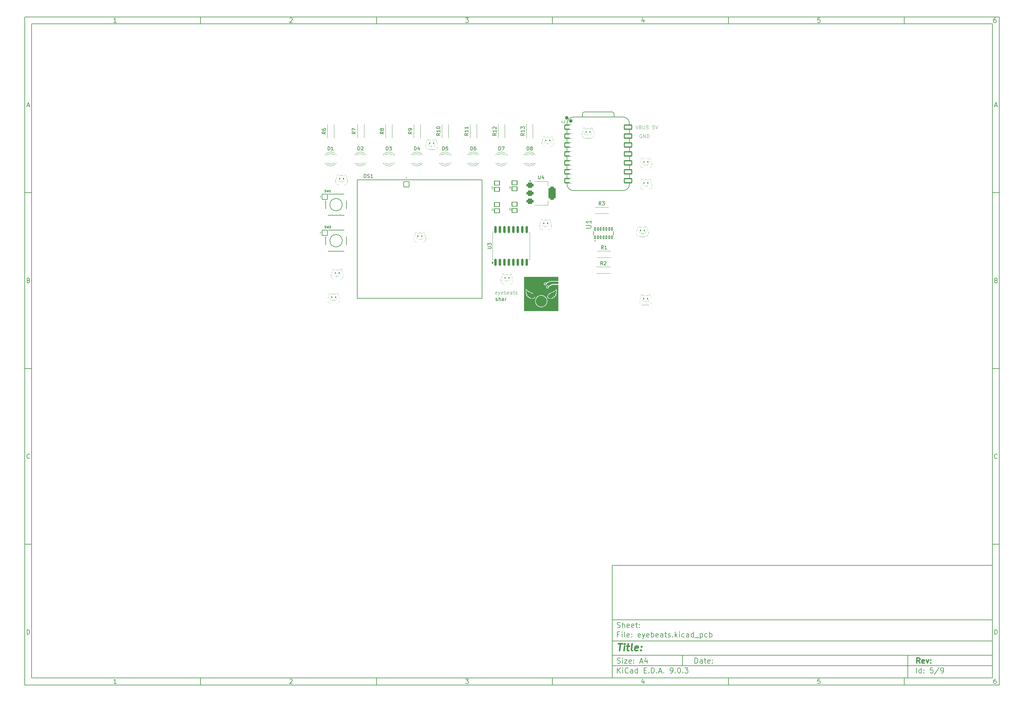
<source format=gto>
%TF.GenerationSoftware,KiCad,Pcbnew,9.0.3*%
%TF.CreationDate,2025-08-03T00:48:55+01:00*%
%TF.ProjectId,eyebeats,65796562-6561-4747-932e-6b696361645f,rev?*%
%TF.SameCoordinates,Original*%
%TF.FileFunction,Legend,Top*%
%TF.FilePolarity,Positive*%
%FSLAX46Y46*%
G04 Gerber Fmt 4.6, Leading zero omitted, Abs format (unit mm)*
G04 Created by KiCad (PCBNEW 9.0.3) date 2025-08-03 00:48:55*
%MOMM*%
%LPD*%
G01*
G04 APERTURE LIST*
G04 Aperture macros list*
%AMRoundRect*
0 Rectangle with rounded corners*
0 $1 Rounding radius*
0 $2 $3 $4 $5 $6 $7 $8 $9 X,Y pos of 4 corners*
0 Add a 4 corners polygon primitive as box body*
4,1,4,$2,$3,$4,$5,$6,$7,$8,$9,$2,$3,0*
0 Add four circle primitives for the rounded corners*
1,1,$1+$1,$2,$3*
1,1,$1+$1,$4,$5*
1,1,$1+$1,$6,$7*
1,1,$1+$1,$8,$9*
0 Add four rect primitives between the rounded corners*
20,1,$1+$1,$2,$3,$4,$5,0*
20,1,$1+$1,$4,$5,$6,$7,0*
20,1,$1+$1,$6,$7,$8,$9,0*
20,1,$1+$1,$8,$9,$2,$3,0*%
G04 Aperture macros list end*
%ADD10C,0.100000*%
%ADD11C,0.150000*%
%ADD12C,0.300000*%
%ADD13C,0.400000*%
%ADD14C,0.200000*%
%ADD15C,0.101600*%
%ADD16C,0.098425*%
%ADD17C,0.000000*%
%ADD18C,0.120000*%
%ADD19C,0.127000*%
%ADD20C,0.504000*%
%ADD21R,1.800000X1.800000*%
%ADD22C,1.800000*%
%ADD23C,1.400000*%
%ADD24RoundRect,0.152400X1.063600X0.609600X-1.063600X0.609600X-1.063600X-0.609600X1.063600X-0.609600X0*%
%ADD25C,1.524000*%
%ADD26RoundRect,0.152400X-1.063600X-0.609600X1.063600X-0.609600X1.063600X0.609600X-1.063600X0.609600X0*%
%ADD27C,3.000000*%
%ADD28RoundRect,0.102000X-0.754000X-0.754000X0.754000X-0.754000X0.754000X0.754000X-0.754000X0.754000X0*%
%ADD29C,1.712000*%
%ADD30RoundRect,0.102000X0.735000X-0.580000X0.735000X0.580000X-0.735000X0.580000X-0.735000X-0.580000X0*%
%ADD31RoundRect,0.102000X-0.749000X-0.749000X0.749000X-0.749000X0.749000X0.749000X-0.749000X0.749000X0*%
%ADD32C,1.702000*%
%ADD33RoundRect,0.102000X0.175000X-0.375000X0.175000X0.375000X-0.175000X0.375000X-0.175000X-0.375000X0*%
%ADD34RoundRect,0.150000X0.150000X-0.875000X0.150000X0.875000X-0.150000X0.875000X-0.150000X-0.875000X0*%
%ADD35RoundRect,0.375000X-0.625000X-0.375000X0.625000X-0.375000X0.625000X0.375000X-0.625000X0.375000X0*%
%ADD36RoundRect,0.500000X-0.500000X-1.400000X0.500000X-1.400000X0.500000X1.400000X-0.500000X1.400000X0*%
G04 APERTURE END LIST*
D10*
D11*
X177002200Y-166007200D02*
X285002200Y-166007200D01*
X285002200Y-198007200D01*
X177002200Y-198007200D01*
X177002200Y-166007200D01*
D10*
D11*
X10000000Y-10000000D02*
X287002200Y-10000000D01*
X287002200Y-200007200D01*
X10000000Y-200007200D01*
X10000000Y-10000000D01*
D10*
D11*
X12000000Y-12000000D02*
X285002200Y-12000000D01*
X285002200Y-198007200D01*
X12000000Y-198007200D01*
X12000000Y-12000000D01*
D10*
D11*
X60000000Y-12000000D02*
X60000000Y-10000000D01*
D10*
D11*
X110000000Y-12000000D02*
X110000000Y-10000000D01*
D10*
D11*
X160000000Y-12000000D02*
X160000000Y-10000000D01*
D10*
D11*
X210000000Y-12000000D02*
X210000000Y-10000000D01*
D10*
D11*
X260000000Y-12000000D02*
X260000000Y-10000000D01*
D10*
D11*
X36089160Y-11593604D02*
X35346303Y-11593604D01*
X35717731Y-11593604D02*
X35717731Y-10293604D01*
X35717731Y-10293604D02*
X35593922Y-10479319D01*
X35593922Y-10479319D02*
X35470112Y-10603128D01*
X35470112Y-10603128D02*
X35346303Y-10665033D01*
D10*
D11*
X85346303Y-10417414D02*
X85408207Y-10355509D01*
X85408207Y-10355509D02*
X85532017Y-10293604D01*
X85532017Y-10293604D02*
X85841541Y-10293604D01*
X85841541Y-10293604D02*
X85965350Y-10355509D01*
X85965350Y-10355509D02*
X86027255Y-10417414D01*
X86027255Y-10417414D02*
X86089160Y-10541223D01*
X86089160Y-10541223D02*
X86089160Y-10665033D01*
X86089160Y-10665033D02*
X86027255Y-10850747D01*
X86027255Y-10850747D02*
X85284398Y-11593604D01*
X85284398Y-11593604D02*
X86089160Y-11593604D01*
D10*
D11*
X135284398Y-10293604D02*
X136089160Y-10293604D01*
X136089160Y-10293604D02*
X135655826Y-10788842D01*
X135655826Y-10788842D02*
X135841541Y-10788842D01*
X135841541Y-10788842D02*
X135965350Y-10850747D01*
X135965350Y-10850747D02*
X136027255Y-10912652D01*
X136027255Y-10912652D02*
X136089160Y-11036461D01*
X136089160Y-11036461D02*
X136089160Y-11345985D01*
X136089160Y-11345985D02*
X136027255Y-11469795D01*
X136027255Y-11469795D02*
X135965350Y-11531700D01*
X135965350Y-11531700D02*
X135841541Y-11593604D01*
X135841541Y-11593604D02*
X135470112Y-11593604D01*
X135470112Y-11593604D02*
X135346303Y-11531700D01*
X135346303Y-11531700D02*
X135284398Y-11469795D01*
D10*
D11*
X185965350Y-10726938D02*
X185965350Y-11593604D01*
X185655826Y-10231700D02*
X185346303Y-11160271D01*
X185346303Y-11160271D02*
X186151064Y-11160271D01*
D10*
D11*
X236027255Y-10293604D02*
X235408207Y-10293604D01*
X235408207Y-10293604D02*
X235346303Y-10912652D01*
X235346303Y-10912652D02*
X235408207Y-10850747D01*
X235408207Y-10850747D02*
X235532017Y-10788842D01*
X235532017Y-10788842D02*
X235841541Y-10788842D01*
X235841541Y-10788842D02*
X235965350Y-10850747D01*
X235965350Y-10850747D02*
X236027255Y-10912652D01*
X236027255Y-10912652D02*
X236089160Y-11036461D01*
X236089160Y-11036461D02*
X236089160Y-11345985D01*
X236089160Y-11345985D02*
X236027255Y-11469795D01*
X236027255Y-11469795D02*
X235965350Y-11531700D01*
X235965350Y-11531700D02*
X235841541Y-11593604D01*
X235841541Y-11593604D02*
X235532017Y-11593604D01*
X235532017Y-11593604D02*
X235408207Y-11531700D01*
X235408207Y-11531700D02*
X235346303Y-11469795D01*
D10*
D11*
X285965350Y-10293604D02*
X285717731Y-10293604D01*
X285717731Y-10293604D02*
X285593922Y-10355509D01*
X285593922Y-10355509D02*
X285532017Y-10417414D01*
X285532017Y-10417414D02*
X285408207Y-10603128D01*
X285408207Y-10603128D02*
X285346303Y-10850747D01*
X285346303Y-10850747D02*
X285346303Y-11345985D01*
X285346303Y-11345985D02*
X285408207Y-11469795D01*
X285408207Y-11469795D02*
X285470112Y-11531700D01*
X285470112Y-11531700D02*
X285593922Y-11593604D01*
X285593922Y-11593604D02*
X285841541Y-11593604D01*
X285841541Y-11593604D02*
X285965350Y-11531700D01*
X285965350Y-11531700D02*
X286027255Y-11469795D01*
X286027255Y-11469795D02*
X286089160Y-11345985D01*
X286089160Y-11345985D02*
X286089160Y-11036461D01*
X286089160Y-11036461D02*
X286027255Y-10912652D01*
X286027255Y-10912652D02*
X285965350Y-10850747D01*
X285965350Y-10850747D02*
X285841541Y-10788842D01*
X285841541Y-10788842D02*
X285593922Y-10788842D01*
X285593922Y-10788842D02*
X285470112Y-10850747D01*
X285470112Y-10850747D02*
X285408207Y-10912652D01*
X285408207Y-10912652D02*
X285346303Y-11036461D01*
D10*
D11*
X60000000Y-198007200D02*
X60000000Y-200007200D01*
D10*
D11*
X110000000Y-198007200D02*
X110000000Y-200007200D01*
D10*
D11*
X160000000Y-198007200D02*
X160000000Y-200007200D01*
D10*
D11*
X210000000Y-198007200D02*
X210000000Y-200007200D01*
D10*
D11*
X260000000Y-198007200D02*
X260000000Y-200007200D01*
D10*
D11*
X36089160Y-199600804D02*
X35346303Y-199600804D01*
X35717731Y-199600804D02*
X35717731Y-198300804D01*
X35717731Y-198300804D02*
X35593922Y-198486519D01*
X35593922Y-198486519D02*
X35470112Y-198610328D01*
X35470112Y-198610328D02*
X35346303Y-198672233D01*
D10*
D11*
X85346303Y-198424614D02*
X85408207Y-198362709D01*
X85408207Y-198362709D02*
X85532017Y-198300804D01*
X85532017Y-198300804D02*
X85841541Y-198300804D01*
X85841541Y-198300804D02*
X85965350Y-198362709D01*
X85965350Y-198362709D02*
X86027255Y-198424614D01*
X86027255Y-198424614D02*
X86089160Y-198548423D01*
X86089160Y-198548423D02*
X86089160Y-198672233D01*
X86089160Y-198672233D02*
X86027255Y-198857947D01*
X86027255Y-198857947D02*
X85284398Y-199600804D01*
X85284398Y-199600804D02*
X86089160Y-199600804D01*
D10*
D11*
X135284398Y-198300804D02*
X136089160Y-198300804D01*
X136089160Y-198300804D02*
X135655826Y-198796042D01*
X135655826Y-198796042D02*
X135841541Y-198796042D01*
X135841541Y-198796042D02*
X135965350Y-198857947D01*
X135965350Y-198857947D02*
X136027255Y-198919852D01*
X136027255Y-198919852D02*
X136089160Y-199043661D01*
X136089160Y-199043661D02*
X136089160Y-199353185D01*
X136089160Y-199353185D02*
X136027255Y-199476995D01*
X136027255Y-199476995D02*
X135965350Y-199538900D01*
X135965350Y-199538900D02*
X135841541Y-199600804D01*
X135841541Y-199600804D02*
X135470112Y-199600804D01*
X135470112Y-199600804D02*
X135346303Y-199538900D01*
X135346303Y-199538900D02*
X135284398Y-199476995D01*
D10*
D11*
X185965350Y-198734138D02*
X185965350Y-199600804D01*
X185655826Y-198238900D02*
X185346303Y-199167471D01*
X185346303Y-199167471D02*
X186151064Y-199167471D01*
D10*
D11*
X236027255Y-198300804D02*
X235408207Y-198300804D01*
X235408207Y-198300804D02*
X235346303Y-198919852D01*
X235346303Y-198919852D02*
X235408207Y-198857947D01*
X235408207Y-198857947D02*
X235532017Y-198796042D01*
X235532017Y-198796042D02*
X235841541Y-198796042D01*
X235841541Y-198796042D02*
X235965350Y-198857947D01*
X235965350Y-198857947D02*
X236027255Y-198919852D01*
X236027255Y-198919852D02*
X236089160Y-199043661D01*
X236089160Y-199043661D02*
X236089160Y-199353185D01*
X236089160Y-199353185D02*
X236027255Y-199476995D01*
X236027255Y-199476995D02*
X235965350Y-199538900D01*
X235965350Y-199538900D02*
X235841541Y-199600804D01*
X235841541Y-199600804D02*
X235532017Y-199600804D01*
X235532017Y-199600804D02*
X235408207Y-199538900D01*
X235408207Y-199538900D02*
X235346303Y-199476995D01*
D10*
D11*
X285965350Y-198300804D02*
X285717731Y-198300804D01*
X285717731Y-198300804D02*
X285593922Y-198362709D01*
X285593922Y-198362709D02*
X285532017Y-198424614D01*
X285532017Y-198424614D02*
X285408207Y-198610328D01*
X285408207Y-198610328D02*
X285346303Y-198857947D01*
X285346303Y-198857947D02*
X285346303Y-199353185D01*
X285346303Y-199353185D02*
X285408207Y-199476995D01*
X285408207Y-199476995D02*
X285470112Y-199538900D01*
X285470112Y-199538900D02*
X285593922Y-199600804D01*
X285593922Y-199600804D02*
X285841541Y-199600804D01*
X285841541Y-199600804D02*
X285965350Y-199538900D01*
X285965350Y-199538900D02*
X286027255Y-199476995D01*
X286027255Y-199476995D02*
X286089160Y-199353185D01*
X286089160Y-199353185D02*
X286089160Y-199043661D01*
X286089160Y-199043661D02*
X286027255Y-198919852D01*
X286027255Y-198919852D02*
X285965350Y-198857947D01*
X285965350Y-198857947D02*
X285841541Y-198796042D01*
X285841541Y-198796042D02*
X285593922Y-198796042D01*
X285593922Y-198796042D02*
X285470112Y-198857947D01*
X285470112Y-198857947D02*
X285408207Y-198919852D01*
X285408207Y-198919852D02*
X285346303Y-199043661D01*
D10*
D11*
X10000000Y-60000000D02*
X12000000Y-60000000D01*
D10*
D11*
X10000000Y-110000000D02*
X12000000Y-110000000D01*
D10*
D11*
X10000000Y-160000000D02*
X12000000Y-160000000D01*
D10*
D11*
X10690476Y-35222176D02*
X11309523Y-35222176D01*
X10566666Y-35593604D02*
X10999999Y-34293604D01*
X10999999Y-34293604D02*
X11433333Y-35593604D01*
D10*
D11*
X11092857Y-84912652D02*
X11278571Y-84974557D01*
X11278571Y-84974557D02*
X11340476Y-85036461D01*
X11340476Y-85036461D02*
X11402380Y-85160271D01*
X11402380Y-85160271D02*
X11402380Y-85345985D01*
X11402380Y-85345985D02*
X11340476Y-85469795D01*
X11340476Y-85469795D02*
X11278571Y-85531700D01*
X11278571Y-85531700D02*
X11154761Y-85593604D01*
X11154761Y-85593604D02*
X10659523Y-85593604D01*
X10659523Y-85593604D02*
X10659523Y-84293604D01*
X10659523Y-84293604D02*
X11092857Y-84293604D01*
X11092857Y-84293604D02*
X11216666Y-84355509D01*
X11216666Y-84355509D02*
X11278571Y-84417414D01*
X11278571Y-84417414D02*
X11340476Y-84541223D01*
X11340476Y-84541223D02*
X11340476Y-84665033D01*
X11340476Y-84665033D02*
X11278571Y-84788842D01*
X11278571Y-84788842D02*
X11216666Y-84850747D01*
X11216666Y-84850747D02*
X11092857Y-84912652D01*
X11092857Y-84912652D02*
X10659523Y-84912652D01*
D10*
D11*
X11402380Y-135469795D02*
X11340476Y-135531700D01*
X11340476Y-135531700D02*
X11154761Y-135593604D01*
X11154761Y-135593604D02*
X11030952Y-135593604D01*
X11030952Y-135593604D02*
X10845238Y-135531700D01*
X10845238Y-135531700D02*
X10721428Y-135407890D01*
X10721428Y-135407890D02*
X10659523Y-135284080D01*
X10659523Y-135284080D02*
X10597619Y-135036461D01*
X10597619Y-135036461D02*
X10597619Y-134850747D01*
X10597619Y-134850747D02*
X10659523Y-134603128D01*
X10659523Y-134603128D02*
X10721428Y-134479319D01*
X10721428Y-134479319D02*
X10845238Y-134355509D01*
X10845238Y-134355509D02*
X11030952Y-134293604D01*
X11030952Y-134293604D02*
X11154761Y-134293604D01*
X11154761Y-134293604D02*
X11340476Y-134355509D01*
X11340476Y-134355509D02*
X11402380Y-134417414D01*
D10*
D11*
X10659523Y-185593604D02*
X10659523Y-184293604D01*
X10659523Y-184293604D02*
X10969047Y-184293604D01*
X10969047Y-184293604D02*
X11154761Y-184355509D01*
X11154761Y-184355509D02*
X11278571Y-184479319D01*
X11278571Y-184479319D02*
X11340476Y-184603128D01*
X11340476Y-184603128D02*
X11402380Y-184850747D01*
X11402380Y-184850747D02*
X11402380Y-185036461D01*
X11402380Y-185036461D02*
X11340476Y-185284080D01*
X11340476Y-185284080D02*
X11278571Y-185407890D01*
X11278571Y-185407890D02*
X11154761Y-185531700D01*
X11154761Y-185531700D02*
X10969047Y-185593604D01*
X10969047Y-185593604D02*
X10659523Y-185593604D01*
D10*
D11*
X287002200Y-60000000D02*
X285002200Y-60000000D01*
D10*
D11*
X287002200Y-110000000D02*
X285002200Y-110000000D01*
D10*
D11*
X287002200Y-160000000D02*
X285002200Y-160000000D01*
D10*
D11*
X285692676Y-35222176D02*
X286311723Y-35222176D01*
X285568866Y-35593604D02*
X286002199Y-34293604D01*
X286002199Y-34293604D02*
X286435533Y-35593604D01*
D10*
D11*
X286095057Y-84912652D02*
X286280771Y-84974557D01*
X286280771Y-84974557D02*
X286342676Y-85036461D01*
X286342676Y-85036461D02*
X286404580Y-85160271D01*
X286404580Y-85160271D02*
X286404580Y-85345985D01*
X286404580Y-85345985D02*
X286342676Y-85469795D01*
X286342676Y-85469795D02*
X286280771Y-85531700D01*
X286280771Y-85531700D02*
X286156961Y-85593604D01*
X286156961Y-85593604D02*
X285661723Y-85593604D01*
X285661723Y-85593604D02*
X285661723Y-84293604D01*
X285661723Y-84293604D02*
X286095057Y-84293604D01*
X286095057Y-84293604D02*
X286218866Y-84355509D01*
X286218866Y-84355509D02*
X286280771Y-84417414D01*
X286280771Y-84417414D02*
X286342676Y-84541223D01*
X286342676Y-84541223D02*
X286342676Y-84665033D01*
X286342676Y-84665033D02*
X286280771Y-84788842D01*
X286280771Y-84788842D02*
X286218866Y-84850747D01*
X286218866Y-84850747D02*
X286095057Y-84912652D01*
X286095057Y-84912652D02*
X285661723Y-84912652D01*
D10*
D11*
X286404580Y-135469795D02*
X286342676Y-135531700D01*
X286342676Y-135531700D02*
X286156961Y-135593604D01*
X286156961Y-135593604D02*
X286033152Y-135593604D01*
X286033152Y-135593604D02*
X285847438Y-135531700D01*
X285847438Y-135531700D02*
X285723628Y-135407890D01*
X285723628Y-135407890D02*
X285661723Y-135284080D01*
X285661723Y-135284080D02*
X285599819Y-135036461D01*
X285599819Y-135036461D02*
X285599819Y-134850747D01*
X285599819Y-134850747D02*
X285661723Y-134603128D01*
X285661723Y-134603128D02*
X285723628Y-134479319D01*
X285723628Y-134479319D02*
X285847438Y-134355509D01*
X285847438Y-134355509D02*
X286033152Y-134293604D01*
X286033152Y-134293604D02*
X286156961Y-134293604D01*
X286156961Y-134293604D02*
X286342676Y-134355509D01*
X286342676Y-134355509D02*
X286404580Y-134417414D01*
D10*
D11*
X285661723Y-185593604D02*
X285661723Y-184293604D01*
X285661723Y-184293604D02*
X285971247Y-184293604D01*
X285971247Y-184293604D02*
X286156961Y-184355509D01*
X286156961Y-184355509D02*
X286280771Y-184479319D01*
X286280771Y-184479319D02*
X286342676Y-184603128D01*
X286342676Y-184603128D02*
X286404580Y-184850747D01*
X286404580Y-184850747D02*
X286404580Y-185036461D01*
X286404580Y-185036461D02*
X286342676Y-185284080D01*
X286342676Y-185284080D02*
X286280771Y-185407890D01*
X286280771Y-185407890D02*
X286156961Y-185531700D01*
X286156961Y-185531700D02*
X285971247Y-185593604D01*
X285971247Y-185593604D02*
X285661723Y-185593604D01*
D10*
D11*
X200458026Y-193793328D02*
X200458026Y-192293328D01*
X200458026Y-192293328D02*
X200815169Y-192293328D01*
X200815169Y-192293328D02*
X201029455Y-192364757D01*
X201029455Y-192364757D02*
X201172312Y-192507614D01*
X201172312Y-192507614D02*
X201243741Y-192650471D01*
X201243741Y-192650471D02*
X201315169Y-192936185D01*
X201315169Y-192936185D02*
X201315169Y-193150471D01*
X201315169Y-193150471D02*
X201243741Y-193436185D01*
X201243741Y-193436185D02*
X201172312Y-193579042D01*
X201172312Y-193579042D02*
X201029455Y-193721900D01*
X201029455Y-193721900D02*
X200815169Y-193793328D01*
X200815169Y-193793328D02*
X200458026Y-193793328D01*
X202600884Y-193793328D02*
X202600884Y-193007614D01*
X202600884Y-193007614D02*
X202529455Y-192864757D01*
X202529455Y-192864757D02*
X202386598Y-192793328D01*
X202386598Y-192793328D02*
X202100884Y-192793328D01*
X202100884Y-192793328D02*
X201958026Y-192864757D01*
X202600884Y-193721900D02*
X202458026Y-193793328D01*
X202458026Y-193793328D02*
X202100884Y-193793328D01*
X202100884Y-193793328D02*
X201958026Y-193721900D01*
X201958026Y-193721900D02*
X201886598Y-193579042D01*
X201886598Y-193579042D02*
X201886598Y-193436185D01*
X201886598Y-193436185D02*
X201958026Y-193293328D01*
X201958026Y-193293328D02*
X202100884Y-193221900D01*
X202100884Y-193221900D02*
X202458026Y-193221900D01*
X202458026Y-193221900D02*
X202600884Y-193150471D01*
X203100884Y-192793328D02*
X203672312Y-192793328D01*
X203315169Y-192293328D02*
X203315169Y-193579042D01*
X203315169Y-193579042D02*
X203386598Y-193721900D01*
X203386598Y-193721900D02*
X203529455Y-193793328D01*
X203529455Y-193793328D02*
X203672312Y-193793328D01*
X204743741Y-193721900D02*
X204600884Y-193793328D01*
X204600884Y-193793328D02*
X204315170Y-193793328D01*
X204315170Y-193793328D02*
X204172312Y-193721900D01*
X204172312Y-193721900D02*
X204100884Y-193579042D01*
X204100884Y-193579042D02*
X204100884Y-193007614D01*
X204100884Y-193007614D02*
X204172312Y-192864757D01*
X204172312Y-192864757D02*
X204315170Y-192793328D01*
X204315170Y-192793328D02*
X204600884Y-192793328D01*
X204600884Y-192793328D02*
X204743741Y-192864757D01*
X204743741Y-192864757D02*
X204815170Y-193007614D01*
X204815170Y-193007614D02*
X204815170Y-193150471D01*
X204815170Y-193150471D02*
X204100884Y-193293328D01*
X205458026Y-193650471D02*
X205529455Y-193721900D01*
X205529455Y-193721900D02*
X205458026Y-193793328D01*
X205458026Y-193793328D02*
X205386598Y-193721900D01*
X205386598Y-193721900D02*
X205458026Y-193650471D01*
X205458026Y-193650471D02*
X205458026Y-193793328D01*
X205458026Y-192864757D02*
X205529455Y-192936185D01*
X205529455Y-192936185D02*
X205458026Y-193007614D01*
X205458026Y-193007614D02*
X205386598Y-192936185D01*
X205386598Y-192936185D02*
X205458026Y-192864757D01*
X205458026Y-192864757D02*
X205458026Y-193007614D01*
D10*
D11*
X177002200Y-194507200D02*
X285002200Y-194507200D01*
D10*
D11*
X178458026Y-196593328D02*
X178458026Y-195093328D01*
X179315169Y-196593328D02*
X178672312Y-195736185D01*
X179315169Y-195093328D02*
X178458026Y-195950471D01*
X179958026Y-196593328D02*
X179958026Y-195593328D01*
X179958026Y-195093328D02*
X179886598Y-195164757D01*
X179886598Y-195164757D02*
X179958026Y-195236185D01*
X179958026Y-195236185D02*
X180029455Y-195164757D01*
X180029455Y-195164757D02*
X179958026Y-195093328D01*
X179958026Y-195093328D02*
X179958026Y-195236185D01*
X181529455Y-196450471D02*
X181458027Y-196521900D01*
X181458027Y-196521900D02*
X181243741Y-196593328D01*
X181243741Y-196593328D02*
X181100884Y-196593328D01*
X181100884Y-196593328D02*
X180886598Y-196521900D01*
X180886598Y-196521900D02*
X180743741Y-196379042D01*
X180743741Y-196379042D02*
X180672312Y-196236185D01*
X180672312Y-196236185D02*
X180600884Y-195950471D01*
X180600884Y-195950471D02*
X180600884Y-195736185D01*
X180600884Y-195736185D02*
X180672312Y-195450471D01*
X180672312Y-195450471D02*
X180743741Y-195307614D01*
X180743741Y-195307614D02*
X180886598Y-195164757D01*
X180886598Y-195164757D02*
X181100884Y-195093328D01*
X181100884Y-195093328D02*
X181243741Y-195093328D01*
X181243741Y-195093328D02*
X181458027Y-195164757D01*
X181458027Y-195164757D02*
X181529455Y-195236185D01*
X182815170Y-196593328D02*
X182815170Y-195807614D01*
X182815170Y-195807614D02*
X182743741Y-195664757D01*
X182743741Y-195664757D02*
X182600884Y-195593328D01*
X182600884Y-195593328D02*
X182315170Y-195593328D01*
X182315170Y-195593328D02*
X182172312Y-195664757D01*
X182815170Y-196521900D02*
X182672312Y-196593328D01*
X182672312Y-196593328D02*
X182315170Y-196593328D01*
X182315170Y-196593328D02*
X182172312Y-196521900D01*
X182172312Y-196521900D02*
X182100884Y-196379042D01*
X182100884Y-196379042D02*
X182100884Y-196236185D01*
X182100884Y-196236185D02*
X182172312Y-196093328D01*
X182172312Y-196093328D02*
X182315170Y-196021900D01*
X182315170Y-196021900D02*
X182672312Y-196021900D01*
X182672312Y-196021900D02*
X182815170Y-195950471D01*
X184172313Y-196593328D02*
X184172313Y-195093328D01*
X184172313Y-196521900D02*
X184029455Y-196593328D01*
X184029455Y-196593328D02*
X183743741Y-196593328D01*
X183743741Y-196593328D02*
X183600884Y-196521900D01*
X183600884Y-196521900D02*
X183529455Y-196450471D01*
X183529455Y-196450471D02*
X183458027Y-196307614D01*
X183458027Y-196307614D02*
X183458027Y-195879042D01*
X183458027Y-195879042D02*
X183529455Y-195736185D01*
X183529455Y-195736185D02*
X183600884Y-195664757D01*
X183600884Y-195664757D02*
X183743741Y-195593328D01*
X183743741Y-195593328D02*
X184029455Y-195593328D01*
X184029455Y-195593328D02*
X184172313Y-195664757D01*
X186029455Y-195807614D02*
X186529455Y-195807614D01*
X186743741Y-196593328D02*
X186029455Y-196593328D01*
X186029455Y-196593328D02*
X186029455Y-195093328D01*
X186029455Y-195093328D02*
X186743741Y-195093328D01*
X187386598Y-196450471D02*
X187458027Y-196521900D01*
X187458027Y-196521900D02*
X187386598Y-196593328D01*
X187386598Y-196593328D02*
X187315170Y-196521900D01*
X187315170Y-196521900D02*
X187386598Y-196450471D01*
X187386598Y-196450471D02*
X187386598Y-196593328D01*
X188100884Y-196593328D02*
X188100884Y-195093328D01*
X188100884Y-195093328D02*
X188458027Y-195093328D01*
X188458027Y-195093328D02*
X188672313Y-195164757D01*
X188672313Y-195164757D02*
X188815170Y-195307614D01*
X188815170Y-195307614D02*
X188886599Y-195450471D01*
X188886599Y-195450471D02*
X188958027Y-195736185D01*
X188958027Y-195736185D02*
X188958027Y-195950471D01*
X188958027Y-195950471D02*
X188886599Y-196236185D01*
X188886599Y-196236185D02*
X188815170Y-196379042D01*
X188815170Y-196379042D02*
X188672313Y-196521900D01*
X188672313Y-196521900D02*
X188458027Y-196593328D01*
X188458027Y-196593328D02*
X188100884Y-196593328D01*
X189600884Y-196450471D02*
X189672313Y-196521900D01*
X189672313Y-196521900D02*
X189600884Y-196593328D01*
X189600884Y-196593328D02*
X189529456Y-196521900D01*
X189529456Y-196521900D02*
X189600884Y-196450471D01*
X189600884Y-196450471D02*
X189600884Y-196593328D01*
X190243742Y-196164757D02*
X190958028Y-196164757D01*
X190100885Y-196593328D02*
X190600885Y-195093328D01*
X190600885Y-195093328D02*
X191100885Y-196593328D01*
X191600884Y-196450471D02*
X191672313Y-196521900D01*
X191672313Y-196521900D02*
X191600884Y-196593328D01*
X191600884Y-196593328D02*
X191529456Y-196521900D01*
X191529456Y-196521900D02*
X191600884Y-196450471D01*
X191600884Y-196450471D02*
X191600884Y-196593328D01*
X193529456Y-196593328D02*
X193815170Y-196593328D01*
X193815170Y-196593328D02*
X193958027Y-196521900D01*
X193958027Y-196521900D02*
X194029456Y-196450471D01*
X194029456Y-196450471D02*
X194172313Y-196236185D01*
X194172313Y-196236185D02*
X194243742Y-195950471D01*
X194243742Y-195950471D02*
X194243742Y-195379042D01*
X194243742Y-195379042D02*
X194172313Y-195236185D01*
X194172313Y-195236185D02*
X194100885Y-195164757D01*
X194100885Y-195164757D02*
X193958027Y-195093328D01*
X193958027Y-195093328D02*
X193672313Y-195093328D01*
X193672313Y-195093328D02*
X193529456Y-195164757D01*
X193529456Y-195164757D02*
X193458027Y-195236185D01*
X193458027Y-195236185D02*
X193386599Y-195379042D01*
X193386599Y-195379042D02*
X193386599Y-195736185D01*
X193386599Y-195736185D02*
X193458027Y-195879042D01*
X193458027Y-195879042D02*
X193529456Y-195950471D01*
X193529456Y-195950471D02*
X193672313Y-196021900D01*
X193672313Y-196021900D02*
X193958027Y-196021900D01*
X193958027Y-196021900D02*
X194100885Y-195950471D01*
X194100885Y-195950471D02*
X194172313Y-195879042D01*
X194172313Y-195879042D02*
X194243742Y-195736185D01*
X194886598Y-196450471D02*
X194958027Y-196521900D01*
X194958027Y-196521900D02*
X194886598Y-196593328D01*
X194886598Y-196593328D02*
X194815170Y-196521900D01*
X194815170Y-196521900D02*
X194886598Y-196450471D01*
X194886598Y-196450471D02*
X194886598Y-196593328D01*
X195886599Y-195093328D02*
X196029456Y-195093328D01*
X196029456Y-195093328D02*
X196172313Y-195164757D01*
X196172313Y-195164757D02*
X196243742Y-195236185D01*
X196243742Y-195236185D02*
X196315170Y-195379042D01*
X196315170Y-195379042D02*
X196386599Y-195664757D01*
X196386599Y-195664757D02*
X196386599Y-196021900D01*
X196386599Y-196021900D02*
X196315170Y-196307614D01*
X196315170Y-196307614D02*
X196243742Y-196450471D01*
X196243742Y-196450471D02*
X196172313Y-196521900D01*
X196172313Y-196521900D02*
X196029456Y-196593328D01*
X196029456Y-196593328D02*
X195886599Y-196593328D01*
X195886599Y-196593328D02*
X195743742Y-196521900D01*
X195743742Y-196521900D02*
X195672313Y-196450471D01*
X195672313Y-196450471D02*
X195600884Y-196307614D01*
X195600884Y-196307614D02*
X195529456Y-196021900D01*
X195529456Y-196021900D02*
X195529456Y-195664757D01*
X195529456Y-195664757D02*
X195600884Y-195379042D01*
X195600884Y-195379042D02*
X195672313Y-195236185D01*
X195672313Y-195236185D02*
X195743742Y-195164757D01*
X195743742Y-195164757D02*
X195886599Y-195093328D01*
X197029455Y-196450471D02*
X197100884Y-196521900D01*
X197100884Y-196521900D02*
X197029455Y-196593328D01*
X197029455Y-196593328D02*
X196958027Y-196521900D01*
X196958027Y-196521900D02*
X197029455Y-196450471D01*
X197029455Y-196450471D02*
X197029455Y-196593328D01*
X197600884Y-195093328D02*
X198529456Y-195093328D01*
X198529456Y-195093328D02*
X198029456Y-195664757D01*
X198029456Y-195664757D02*
X198243741Y-195664757D01*
X198243741Y-195664757D02*
X198386599Y-195736185D01*
X198386599Y-195736185D02*
X198458027Y-195807614D01*
X198458027Y-195807614D02*
X198529456Y-195950471D01*
X198529456Y-195950471D02*
X198529456Y-196307614D01*
X198529456Y-196307614D02*
X198458027Y-196450471D01*
X198458027Y-196450471D02*
X198386599Y-196521900D01*
X198386599Y-196521900D02*
X198243741Y-196593328D01*
X198243741Y-196593328D02*
X197815170Y-196593328D01*
X197815170Y-196593328D02*
X197672313Y-196521900D01*
X197672313Y-196521900D02*
X197600884Y-196450471D01*
D10*
D11*
X177002200Y-191507200D02*
X285002200Y-191507200D01*
D10*
D12*
X264413853Y-193785528D02*
X263913853Y-193071242D01*
X263556710Y-193785528D02*
X263556710Y-192285528D01*
X263556710Y-192285528D02*
X264128139Y-192285528D01*
X264128139Y-192285528D02*
X264270996Y-192356957D01*
X264270996Y-192356957D02*
X264342425Y-192428385D01*
X264342425Y-192428385D02*
X264413853Y-192571242D01*
X264413853Y-192571242D02*
X264413853Y-192785528D01*
X264413853Y-192785528D02*
X264342425Y-192928385D01*
X264342425Y-192928385D02*
X264270996Y-192999814D01*
X264270996Y-192999814D02*
X264128139Y-193071242D01*
X264128139Y-193071242D02*
X263556710Y-193071242D01*
X265628139Y-193714100D02*
X265485282Y-193785528D01*
X265485282Y-193785528D02*
X265199568Y-193785528D01*
X265199568Y-193785528D02*
X265056710Y-193714100D01*
X265056710Y-193714100D02*
X264985282Y-193571242D01*
X264985282Y-193571242D02*
X264985282Y-192999814D01*
X264985282Y-192999814D02*
X265056710Y-192856957D01*
X265056710Y-192856957D02*
X265199568Y-192785528D01*
X265199568Y-192785528D02*
X265485282Y-192785528D01*
X265485282Y-192785528D02*
X265628139Y-192856957D01*
X265628139Y-192856957D02*
X265699568Y-192999814D01*
X265699568Y-192999814D02*
X265699568Y-193142671D01*
X265699568Y-193142671D02*
X264985282Y-193285528D01*
X266199567Y-192785528D02*
X266556710Y-193785528D01*
X266556710Y-193785528D02*
X266913853Y-192785528D01*
X267485281Y-193642671D02*
X267556710Y-193714100D01*
X267556710Y-193714100D02*
X267485281Y-193785528D01*
X267485281Y-193785528D02*
X267413853Y-193714100D01*
X267413853Y-193714100D02*
X267485281Y-193642671D01*
X267485281Y-193642671D02*
X267485281Y-193785528D01*
X267485281Y-192856957D02*
X267556710Y-192928385D01*
X267556710Y-192928385D02*
X267485281Y-192999814D01*
X267485281Y-192999814D02*
X267413853Y-192928385D01*
X267413853Y-192928385D02*
X267485281Y-192856957D01*
X267485281Y-192856957D02*
X267485281Y-192999814D01*
D10*
D11*
X178386598Y-193721900D02*
X178600884Y-193793328D01*
X178600884Y-193793328D02*
X178958026Y-193793328D01*
X178958026Y-193793328D02*
X179100884Y-193721900D01*
X179100884Y-193721900D02*
X179172312Y-193650471D01*
X179172312Y-193650471D02*
X179243741Y-193507614D01*
X179243741Y-193507614D02*
X179243741Y-193364757D01*
X179243741Y-193364757D02*
X179172312Y-193221900D01*
X179172312Y-193221900D02*
X179100884Y-193150471D01*
X179100884Y-193150471D02*
X178958026Y-193079042D01*
X178958026Y-193079042D02*
X178672312Y-193007614D01*
X178672312Y-193007614D02*
X178529455Y-192936185D01*
X178529455Y-192936185D02*
X178458026Y-192864757D01*
X178458026Y-192864757D02*
X178386598Y-192721900D01*
X178386598Y-192721900D02*
X178386598Y-192579042D01*
X178386598Y-192579042D02*
X178458026Y-192436185D01*
X178458026Y-192436185D02*
X178529455Y-192364757D01*
X178529455Y-192364757D02*
X178672312Y-192293328D01*
X178672312Y-192293328D02*
X179029455Y-192293328D01*
X179029455Y-192293328D02*
X179243741Y-192364757D01*
X179886597Y-193793328D02*
X179886597Y-192793328D01*
X179886597Y-192293328D02*
X179815169Y-192364757D01*
X179815169Y-192364757D02*
X179886597Y-192436185D01*
X179886597Y-192436185D02*
X179958026Y-192364757D01*
X179958026Y-192364757D02*
X179886597Y-192293328D01*
X179886597Y-192293328D02*
X179886597Y-192436185D01*
X180458026Y-192793328D02*
X181243741Y-192793328D01*
X181243741Y-192793328D02*
X180458026Y-193793328D01*
X180458026Y-193793328D02*
X181243741Y-193793328D01*
X182386598Y-193721900D02*
X182243741Y-193793328D01*
X182243741Y-193793328D02*
X181958027Y-193793328D01*
X181958027Y-193793328D02*
X181815169Y-193721900D01*
X181815169Y-193721900D02*
X181743741Y-193579042D01*
X181743741Y-193579042D02*
X181743741Y-193007614D01*
X181743741Y-193007614D02*
X181815169Y-192864757D01*
X181815169Y-192864757D02*
X181958027Y-192793328D01*
X181958027Y-192793328D02*
X182243741Y-192793328D01*
X182243741Y-192793328D02*
X182386598Y-192864757D01*
X182386598Y-192864757D02*
X182458027Y-193007614D01*
X182458027Y-193007614D02*
X182458027Y-193150471D01*
X182458027Y-193150471D02*
X181743741Y-193293328D01*
X183100883Y-193650471D02*
X183172312Y-193721900D01*
X183172312Y-193721900D02*
X183100883Y-193793328D01*
X183100883Y-193793328D02*
X183029455Y-193721900D01*
X183029455Y-193721900D02*
X183100883Y-193650471D01*
X183100883Y-193650471D02*
X183100883Y-193793328D01*
X183100883Y-192864757D02*
X183172312Y-192936185D01*
X183172312Y-192936185D02*
X183100883Y-193007614D01*
X183100883Y-193007614D02*
X183029455Y-192936185D01*
X183029455Y-192936185D02*
X183100883Y-192864757D01*
X183100883Y-192864757D02*
X183100883Y-193007614D01*
X184886598Y-193364757D02*
X185600884Y-193364757D01*
X184743741Y-193793328D02*
X185243741Y-192293328D01*
X185243741Y-192293328D02*
X185743741Y-193793328D01*
X186886598Y-192793328D02*
X186886598Y-193793328D01*
X186529455Y-192221900D02*
X186172312Y-193293328D01*
X186172312Y-193293328D02*
X187100883Y-193293328D01*
D10*
D11*
X263458026Y-196593328D02*
X263458026Y-195093328D01*
X264815170Y-196593328D02*
X264815170Y-195093328D01*
X264815170Y-196521900D02*
X264672312Y-196593328D01*
X264672312Y-196593328D02*
X264386598Y-196593328D01*
X264386598Y-196593328D02*
X264243741Y-196521900D01*
X264243741Y-196521900D02*
X264172312Y-196450471D01*
X264172312Y-196450471D02*
X264100884Y-196307614D01*
X264100884Y-196307614D02*
X264100884Y-195879042D01*
X264100884Y-195879042D02*
X264172312Y-195736185D01*
X264172312Y-195736185D02*
X264243741Y-195664757D01*
X264243741Y-195664757D02*
X264386598Y-195593328D01*
X264386598Y-195593328D02*
X264672312Y-195593328D01*
X264672312Y-195593328D02*
X264815170Y-195664757D01*
X265529455Y-196450471D02*
X265600884Y-196521900D01*
X265600884Y-196521900D02*
X265529455Y-196593328D01*
X265529455Y-196593328D02*
X265458027Y-196521900D01*
X265458027Y-196521900D02*
X265529455Y-196450471D01*
X265529455Y-196450471D02*
X265529455Y-196593328D01*
X265529455Y-195664757D02*
X265600884Y-195736185D01*
X265600884Y-195736185D02*
X265529455Y-195807614D01*
X265529455Y-195807614D02*
X265458027Y-195736185D01*
X265458027Y-195736185D02*
X265529455Y-195664757D01*
X265529455Y-195664757D02*
X265529455Y-195807614D01*
X268100884Y-195093328D02*
X267386598Y-195093328D01*
X267386598Y-195093328D02*
X267315170Y-195807614D01*
X267315170Y-195807614D02*
X267386598Y-195736185D01*
X267386598Y-195736185D02*
X267529456Y-195664757D01*
X267529456Y-195664757D02*
X267886598Y-195664757D01*
X267886598Y-195664757D02*
X268029456Y-195736185D01*
X268029456Y-195736185D02*
X268100884Y-195807614D01*
X268100884Y-195807614D02*
X268172313Y-195950471D01*
X268172313Y-195950471D02*
X268172313Y-196307614D01*
X268172313Y-196307614D02*
X268100884Y-196450471D01*
X268100884Y-196450471D02*
X268029456Y-196521900D01*
X268029456Y-196521900D02*
X267886598Y-196593328D01*
X267886598Y-196593328D02*
X267529456Y-196593328D01*
X267529456Y-196593328D02*
X267386598Y-196521900D01*
X267386598Y-196521900D02*
X267315170Y-196450471D01*
X269886598Y-195021900D02*
X268600884Y-196950471D01*
X270458027Y-196593328D02*
X270743741Y-196593328D01*
X270743741Y-196593328D02*
X270886598Y-196521900D01*
X270886598Y-196521900D02*
X270958027Y-196450471D01*
X270958027Y-196450471D02*
X271100884Y-196236185D01*
X271100884Y-196236185D02*
X271172313Y-195950471D01*
X271172313Y-195950471D02*
X271172313Y-195379042D01*
X271172313Y-195379042D02*
X271100884Y-195236185D01*
X271100884Y-195236185D02*
X271029456Y-195164757D01*
X271029456Y-195164757D02*
X270886598Y-195093328D01*
X270886598Y-195093328D02*
X270600884Y-195093328D01*
X270600884Y-195093328D02*
X270458027Y-195164757D01*
X270458027Y-195164757D02*
X270386598Y-195236185D01*
X270386598Y-195236185D02*
X270315170Y-195379042D01*
X270315170Y-195379042D02*
X270315170Y-195736185D01*
X270315170Y-195736185D02*
X270386598Y-195879042D01*
X270386598Y-195879042D02*
X270458027Y-195950471D01*
X270458027Y-195950471D02*
X270600884Y-196021900D01*
X270600884Y-196021900D02*
X270886598Y-196021900D01*
X270886598Y-196021900D02*
X271029456Y-195950471D01*
X271029456Y-195950471D02*
X271100884Y-195879042D01*
X271100884Y-195879042D02*
X271172313Y-195736185D01*
D10*
D11*
X177002200Y-187507200D02*
X285002200Y-187507200D01*
D10*
D13*
X178693928Y-188211638D02*
X179836785Y-188211638D01*
X179015357Y-190211638D02*
X179265357Y-188211638D01*
X180253452Y-190211638D02*
X180420119Y-188878304D01*
X180503452Y-188211638D02*
X180396309Y-188306876D01*
X180396309Y-188306876D02*
X180479643Y-188402114D01*
X180479643Y-188402114D02*
X180586786Y-188306876D01*
X180586786Y-188306876D02*
X180503452Y-188211638D01*
X180503452Y-188211638D02*
X180479643Y-188402114D01*
X181086786Y-188878304D02*
X181848690Y-188878304D01*
X181455833Y-188211638D02*
X181241548Y-189925923D01*
X181241548Y-189925923D02*
X181312976Y-190116400D01*
X181312976Y-190116400D02*
X181491548Y-190211638D01*
X181491548Y-190211638D02*
X181682024Y-190211638D01*
X182634405Y-190211638D02*
X182455833Y-190116400D01*
X182455833Y-190116400D02*
X182384405Y-189925923D01*
X182384405Y-189925923D02*
X182598690Y-188211638D01*
X184170119Y-190116400D02*
X183967738Y-190211638D01*
X183967738Y-190211638D02*
X183586785Y-190211638D01*
X183586785Y-190211638D02*
X183408214Y-190116400D01*
X183408214Y-190116400D02*
X183336785Y-189925923D01*
X183336785Y-189925923D02*
X183432024Y-189164019D01*
X183432024Y-189164019D02*
X183551071Y-188973542D01*
X183551071Y-188973542D02*
X183753452Y-188878304D01*
X183753452Y-188878304D02*
X184134404Y-188878304D01*
X184134404Y-188878304D02*
X184312976Y-188973542D01*
X184312976Y-188973542D02*
X184384404Y-189164019D01*
X184384404Y-189164019D02*
X184360595Y-189354495D01*
X184360595Y-189354495D02*
X183384404Y-189544971D01*
X185134405Y-190021161D02*
X185217738Y-190116400D01*
X185217738Y-190116400D02*
X185110595Y-190211638D01*
X185110595Y-190211638D02*
X185027262Y-190116400D01*
X185027262Y-190116400D02*
X185134405Y-190021161D01*
X185134405Y-190021161D02*
X185110595Y-190211638D01*
X185265357Y-188973542D02*
X185348690Y-189068780D01*
X185348690Y-189068780D02*
X185241548Y-189164019D01*
X185241548Y-189164019D02*
X185158214Y-189068780D01*
X185158214Y-189068780D02*
X185265357Y-188973542D01*
X185265357Y-188973542D02*
X185241548Y-189164019D01*
D10*
D11*
X178958026Y-185607614D02*
X178458026Y-185607614D01*
X178458026Y-186393328D02*
X178458026Y-184893328D01*
X178458026Y-184893328D02*
X179172312Y-184893328D01*
X179743740Y-186393328D02*
X179743740Y-185393328D01*
X179743740Y-184893328D02*
X179672312Y-184964757D01*
X179672312Y-184964757D02*
X179743740Y-185036185D01*
X179743740Y-185036185D02*
X179815169Y-184964757D01*
X179815169Y-184964757D02*
X179743740Y-184893328D01*
X179743740Y-184893328D02*
X179743740Y-185036185D01*
X180672312Y-186393328D02*
X180529455Y-186321900D01*
X180529455Y-186321900D02*
X180458026Y-186179042D01*
X180458026Y-186179042D02*
X180458026Y-184893328D01*
X181815169Y-186321900D02*
X181672312Y-186393328D01*
X181672312Y-186393328D02*
X181386598Y-186393328D01*
X181386598Y-186393328D02*
X181243740Y-186321900D01*
X181243740Y-186321900D02*
X181172312Y-186179042D01*
X181172312Y-186179042D02*
X181172312Y-185607614D01*
X181172312Y-185607614D02*
X181243740Y-185464757D01*
X181243740Y-185464757D02*
X181386598Y-185393328D01*
X181386598Y-185393328D02*
X181672312Y-185393328D01*
X181672312Y-185393328D02*
X181815169Y-185464757D01*
X181815169Y-185464757D02*
X181886598Y-185607614D01*
X181886598Y-185607614D02*
X181886598Y-185750471D01*
X181886598Y-185750471D02*
X181172312Y-185893328D01*
X182529454Y-186250471D02*
X182600883Y-186321900D01*
X182600883Y-186321900D02*
X182529454Y-186393328D01*
X182529454Y-186393328D02*
X182458026Y-186321900D01*
X182458026Y-186321900D02*
X182529454Y-186250471D01*
X182529454Y-186250471D02*
X182529454Y-186393328D01*
X182529454Y-185464757D02*
X182600883Y-185536185D01*
X182600883Y-185536185D02*
X182529454Y-185607614D01*
X182529454Y-185607614D02*
X182458026Y-185536185D01*
X182458026Y-185536185D02*
X182529454Y-185464757D01*
X182529454Y-185464757D02*
X182529454Y-185607614D01*
X184958026Y-186321900D02*
X184815169Y-186393328D01*
X184815169Y-186393328D02*
X184529455Y-186393328D01*
X184529455Y-186393328D02*
X184386597Y-186321900D01*
X184386597Y-186321900D02*
X184315169Y-186179042D01*
X184315169Y-186179042D02*
X184315169Y-185607614D01*
X184315169Y-185607614D02*
X184386597Y-185464757D01*
X184386597Y-185464757D02*
X184529455Y-185393328D01*
X184529455Y-185393328D02*
X184815169Y-185393328D01*
X184815169Y-185393328D02*
X184958026Y-185464757D01*
X184958026Y-185464757D02*
X185029455Y-185607614D01*
X185029455Y-185607614D02*
X185029455Y-185750471D01*
X185029455Y-185750471D02*
X184315169Y-185893328D01*
X185529454Y-185393328D02*
X185886597Y-186393328D01*
X186243740Y-185393328D02*
X185886597Y-186393328D01*
X185886597Y-186393328D02*
X185743740Y-186750471D01*
X185743740Y-186750471D02*
X185672311Y-186821900D01*
X185672311Y-186821900D02*
X185529454Y-186893328D01*
X187386597Y-186321900D02*
X187243740Y-186393328D01*
X187243740Y-186393328D02*
X186958026Y-186393328D01*
X186958026Y-186393328D02*
X186815168Y-186321900D01*
X186815168Y-186321900D02*
X186743740Y-186179042D01*
X186743740Y-186179042D02*
X186743740Y-185607614D01*
X186743740Y-185607614D02*
X186815168Y-185464757D01*
X186815168Y-185464757D02*
X186958026Y-185393328D01*
X186958026Y-185393328D02*
X187243740Y-185393328D01*
X187243740Y-185393328D02*
X187386597Y-185464757D01*
X187386597Y-185464757D02*
X187458026Y-185607614D01*
X187458026Y-185607614D02*
X187458026Y-185750471D01*
X187458026Y-185750471D02*
X186743740Y-185893328D01*
X188100882Y-186393328D02*
X188100882Y-184893328D01*
X188100882Y-185464757D02*
X188243740Y-185393328D01*
X188243740Y-185393328D02*
X188529454Y-185393328D01*
X188529454Y-185393328D02*
X188672311Y-185464757D01*
X188672311Y-185464757D02*
X188743740Y-185536185D01*
X188743740Y-185536185D02*
X188815168Y-185679042D01*
X188815168Y-185679042D02*
X188815168Y-186107614D01*
X188815168Y-186107614D02*
X188743740Y-186250471D01*
X188743740Y-186250471D02*
X188672311Y-186321900D01*
X188672311Y-186321900D02*
X188529454Y-186393328D01*
X188529454Y-186393328D02*
X188243740Y-186393328D01*
X188243740Y-186393328D02*
X188100882Y-186321900D01*
X190029454Y-186321900D02*
X189886597Y-186393328D01*
X189886597Y-186393328D02*
X189600883Y-186393328D01*
X189600883Y-186393328D02*
X189458025Y-186321900D01*
X189458025Y-186321900D02*
X189386597Y-186179042D01*
X189386597Y-186179042D02*
X189386597Y-185607614D01*
X189386597Y-185607614D02*
X189458025Y-185464757D01*
X189458025Y-185464757D02*
X189600883Y-185393328D01*
X189600883Y-185393328D02*
X189886597Y-185393328D01*
X189886597Y-185393328D02*
X190029454Y-185464757D01*
X190029454Y-185464757D02*
X190100883Y-185607614D01*
X190100883Y-185607614D02*
X190100883Y-185750471D01*
X190100883Y-185750471D02*
X189386597Y-185893328D01*
X191386597Y-186393328D02*
X191386597Y-185607614D01*
X191386597Y-185607614D02*
X191315168Y-185464757D01*
X191315168Y-185464757D02*
X191172311Y-185393328D01*
X191172311Y-185393328D02*
X190886597Y-185393328D01*
X190886597Y-185393328D02*
X190743739Y-185464757D01*
X191386597Y-186321900D02*
X191243739Y-186393328D01*
X191243739Y-186393328D02*
X190886597Y-186393328D01*
X190886597Y-186393328D02*
X190743739Y-186321900D01*
X190743739Y-186321900D02*
X190672311Y-186179042D01*
X190672311Y-186179042D02*
X190672311Y-186036185D01*
X190672311Y-186036185D02*
X190743739Y-185893328D01*
X190743739Y-185893328D02*
X190886597Y-185821900D01*
X190886597Y-185821900D02*
X191243739Y-185821900D01*
X191243739Y-185821900D02*
X191386597Y-185750471D01*
X191886597Y-185393328D02*
X192458025Y-185393328D01*
X192100882Y-184893328D02*
X192100882Y-186179042D01*
X192100882Y-186179042D02*
X192172311Y-186321900D01*
X192172311Y-186321900D02*
X192315168Y-186393328D01*
X192315168Y-186393328D02*
X192458025Y-186393328D01*
X192886597Y-186321900D02*
X193029454Y-186393328D01*
X193029454Y-186393328D02*
X193315168Y-186393328D01*
X193315168Y-186393328D02*
X193458025Y-186321900D01*
X193458025Y-186321900D02*
X193529454Y-186179042D01*
X193529454Y-186179042D02*
X193529454Y-186107614D01*
X193529454Y-186107614D02*
X193458025Y-185964757D01*
X193458025Y-185964757D02*
X193315168Y-185893328D01*
X193315168Y-185893328D02*
X193100883Y-185893328D01*
X193100883Y-185893328D02*
X192958025Y-185821900D01*
X192958025Y-185821900D02*
X192886597Y-185679042D01*
X192886597Y-185679042D02*
X192886597Y-185607614D01*
X192886597Y-185607614D02*
X192958025Y-185464757D01*
X192958025Y-185464757D02*
X193100883Y-185393328D01*
X193100883Y-185393328D02*
X193315168Y-185393328D01*
X193315168Y-185393328D02*
X193458025Y-185464757D01*
X194172311Y-186250471D02*
X194243740Y-186321900D01*
X194243740Y-186321900D02*
X194172311Y-186393328D01*
X194172311Y-186393328D02*
X194100883Y-186321900D01*
X194100883Y-186321900D02*
X194172311Y-186250471D01*
X194172311Y-186250471D02*
X194172311Y-186393328D01*
X194886597Y-186393328D02*
X194886597Y-184893328D01*
X195029455Y-185821900D02*
X195458026Y-186393328D01*
X195458026Y-185393328D02*
X194886597Y-185964757D01*
X196100883Y-186393328D02*
X196100883Y-185393328D01*
X196100883Y-184893328D02*
X196029455Y-184964757D01*
X196029455Y-184964757D02*
X196100883Y-185036185D01*
X196100883Y-185036185D02*
X196172312Y-184964757D01*
X196172312Y-184964757D02*
X196100883Y-184893328D01*
X196100883Y-184893328D02*
X196100883Y-185036185D01*
X197458027Y-186321900D02*
X197315169Y-186393328D01*
X197315169Y-186393328D02*
X197029455Y-186393328D01*
X197029455Y-186393328D02*
X196886598Y-186321900D01*
X196886598Y-186321900D02*
X196815169Y-186250471D01*
X196815169Y-186250471D02*
X196743741Y-186107614D01*
X196743741Y-186107614D02*
X196743741Y-185679042D01*
X196743741Y-185679042D02*
X196815169Y-185536185D01*
X196815169Y-185536185D02*
X196886598Y-185464757D01*
X196886598Y-185464757D02*
X197029455Y-185393328D01*
X197029455Y-185393328D02*
X197315169Y-185393328D01*
X197315169Y-185393328D02*
X197458027Y-185464757D01*
X198743741Y-186393328D02*
X198743741Y-185607614D01*
X198743741Y-185607614D02*
X198672312Y-185464757D01*
X198672312Y-185464757D02*
X198529455Y-185393328D01*
X198529455Y-185393328D02*
X198243741Y-185393328D01*
X198243741Y-185393328D02*
X198100883Y-185464757D01*
X198743741Y-186321900D02*
X198600883Y-186393328D01*
X198600883Y-186393328D02*
X198243741Y-186393328D01*
X198243741Y-186393328D02*
X198100883Y-186321900D01*
X198100883Y-186321900D02*
X198029455Y-186179042D01*
X198029455Y-186179042D02*
X198029455Y-186036185D01*
X198029455Y-186036185D02*
X198100883Y-185893328D01*
X198100883Y-185893328D02*
X198243741Y-185821900D01*
X198243741Y-185821900D02*
X198600883Y-185821900D01*
X198600883Y-185821900D02*
X198743741Y-185750471D01*
X200100884Y-186393328D02*
X200100884Y-184893328D01*
X200100884Y-186321900D02*
X199958026Y-186393328D01*
X199958026Y-186393328D02*
X199672312Y-186393328D01*
X199672312Y-186393328D02*
X199529455Y-186321900D01*
X199529455Y-186321900D02*
X199458026Y-186250471D01*
X199458026Y-186250471D02*
X199386598Y-186107614D01*
X199386598Y-186107614D02*
X199386598Y-185679042D01*
X199386598Y-185679042D02*
X199458026Y-185536185D01*
X199458026Y-185536185D02*
X199529455Y-185464757D01*
X199529455Y-185464757D02*
X199672312Y-185393328D01*
X199672312Y-185393328D02*
X199958026Y-185393328D01*
X199958026Y-185393328D02*
X200100884Y-185464757D01*
X200458027Y-186536185D02*
X201600884Y-186536185D01*
X201958026Y-185393328D02*
X201958026Y-186893328D01*
X201958026Y-185464757D02*
X202100884Y-185393328D01*
X202100884Y-185393328D02*
X202386598Y-185393328D01*
X202386598Y-185393328D02*
X202529455Y-185464757D01*
X202529455Y-185464757D02*
X202600884Y-185536185D01*
X202600884Y-185536185D02*
X202672312Y-185679042D01*
X202672312Y-185679042D02*
X202672312Y-186107614D01*
X202672312Y-186107614D02*
X202600884Y-186250471D01*
X202600884Y-186250471D02*
X202529455Y-186321900D01*
X202529455Y-186321900D02*
X202386598Y-186393328D01*
X202386598Y-186393328D02*
X202100884Y-186393328D01*
X202100884Y-186393328D02*
X201958026Y-186321900D01*
X203958027Y-186321900D02*
X203815169Y-186393328D01*
X203815169Y-186393328D02*
X203529455Y-186393328D01*
X203529455Y-186393328D02*
X203386598Y-186321900D01*
X203386598Y-186321900D02*
X203315169Y-186250471D01*
X203315169Y-186250471D02*
X203243741Y-186107614D01*
X203243741Y-186107614D02*
X203243741Y-185679042D01*
X203243741Y-185679042D02*
X203315169Y-185536185D01*
X203315169Y-185536185D02*
X203386598Y-185464757D01*
X203386598Y-185464757D02*
X203529455Y-185393328D01*
X203529455Y-185393328D02*
X203815169Y-185393328D01*
X203815169Y-185393328D02*
X203958027Y-185464757D01*
X204600883Y-186393328D02*
X204600883Y-184893328D01*
X204600883Y-185464757D02*
X204743741Y-185393328D01*
X204743741Y-185393328D02*
X205029455Y-185393328D01*
X205029455Y-185393328D02*
X205172312Y-185464757D01*
X205172312Y-185464757D02*
X205243741Y-185536185D01*
X205243741Y-185536185D02*
X205315169Y-185679042D01*
X205315169Y-185679042D02*
X205315169Y-186107614D01*
X205315169Y-186107614D02*
X205243741Y-186250471D01*
X205243741Y-186250471D02*
X205172312Y-186321900D01*
X205172312Y-186321900D02*
X205029455Y-186393328D01*
X205029455Y-186393328D02*
X204743741Y-186393328D01*
X204743741Y-186393328D02*
X204600883Y-186321900D01*
D10*
D11*
X177002200Y-181507200D02*
X285002200Y-181507200D01*
D10*
D11*
X178386598Y-183621900D02*
X178600884Y-183693328D01*
X178600884Y-183693328D02*
X178958026Y-183693328D01*
X178958026Y-183693328D02*
X179100884Y-183621900D01*
X179100884Y-183621900D02*
X179172312Y-183550471D01*
X179172312Y-183550471D02*
X179243741Y-183407614D01*
X179243741Y-183407614D02*
X179243741Y-183264757D01*
X179243741Y-183264757D02*
X179172312Y-183121900D01*
X179172312Y-183121900D02*
X179100884Y-183050471D01*
X179100884Y-183050471D02*
X178958026Y-182979042D01*
X178958026Y-182979042D02*
X178672312Y-182907614D01*
X178672312Y-182907614D02*
X178529455Y-182836185D01*
X178529455Y-182836185D02*
X178458026Y-182764757D01*
X178458026Y-182764757D02*
X178386598Y-182621900D01*
X178386598Y-182621900D02*
X178386598Y-182479042D01*
X178386598Y-182479042D02*
X178458026Y-182336185D01*
X178458026Y-182336185D02*
X178529455Y-182264757D01*
X178529455Y-182264757D02*
X178672312Y-182193328D01*
X178672312Y-182193328D02*
X179029455Y-182193328D01*
X179029455Y-182193328D02*
X179243741Y-182264757D01*
X179886597Y-183693328D02*
X179886597Y-182193328D01*
X180529455Y-183693328D02*
X180529455Y-182907614D01*
X180529455Y-182907614D02*
X180458026Y-182764757D01*
X180458026Y-182764757D02*
X180315169Y-182693328D01*
X180315169Y-182693328D02*
X180100883Y-182693328D01*
X180100883Y-182693328D02*
X179958026Y-182764757D01*
X179958026Y-182764757D02*
X179886597Y-182836185D01*
X181815169Y-183621900D02*
X181672312Y-183693328D01*
X181672312Y-183693328D02*
X181386598Y-183693328D01*
X181386598Y-183693328D02*
X181243740Y-183621900D01*
X181243740Y-183621900D02*
X181172312Y-183479042D01*
X181172312Y-183479042D02*
X181172312Y-182907614D01*
X181172312Y-182907614D02*
X181243740Y-182764757D01*
X181243740Y-182764757D02*
X181386598Y-182693328D01*
X181386598Y-182693328D02*
X181672312Y-182693328D01*
X181672312Y-182693328D02*
X181815169Y-182764757D01*
X181815169Y-182764757D02*
X181886598Y-182907614D01*
X181886598Y-182907614D02*
X181886598Y-183050471D01*
X181886598Y-183050471D02*
X181172312Y-183193328D01*
X183100883Y-183621900D02*
X182958026Y-183693328D01*
X182958026Y-183693328D02*
X182672312Y-183693328D01*
X182672312Y-183693328D02*
X182529454Y-183621900D01*
X182529454Y-183621900D02*
X182458026Y-183479042D01*
X182458026Y-183479042D02*
X182458026Y-182907614D01*
X182458026Y-182907614D02*
X182529454Y-182764757D01*
X182529454Y-182764757D02*
X182672312Y-182693328D01*
X182672312Y-182693328D02*
X182958026Y-182693328D01*
X182958026Y-182693328D02*
X183100883Y-182764757D01*
X183100883Y-182764757D02*
X183172312Y-182907614D01*
X183172312Y-182907614D02*
X183172312Y-183050471D01*
X183172312Y-183050471D02*
X182458026Y-183193328D01*
X183600883Y-182693328D02*
X184172311Y-182693328D01*
X183815168Y-182193328D02*
X183815168Y-183479042D01*
X183815168Y-183479042D02*
X183886597Y-183621900D01*
X183886597Y-183621900D02*
X184029454Y-183693328D01*
X184029454Y-183693328D02*
X184172311Y-183693328D01*
X184672311Y-183550471D02*
X184743740Y-183621900D01*
X184743740Y-183621900D02*
X184672311Y-183693328D01*
X184672311Y-183693328D02*
X184600883Y-183621900D01*
X184600883Y-183621900D02*
X184672311Y-183550471D01*
X184672311Y-183550471D02*
X184672311Y-183693328D01*
X184672311Y-182764757D02*
X184743740Y-182836185D01*
X184743740Y-182836185D02*
X184672311Y-182907614D01*
X184672311Y-182907614D02*
X184600883Y-182836185D01*
X184600883Y-182836185D02*
X184672311Y-182764757D01*
X184672311Y-182764757D02*
X184672311Y-182907614D01*
D10*
D11*
X197002200Y-191507200D02*
X197002200Y-194507200D01*
D10*
D11*
X261002200Y-191507200D02*
X261002200Y-198007200D01*
D10*
X185327693Y-43420038D02*
X185232455Y-43372419D01*
X185232455Y-43372419D02*
X185089598Y-43372419D01*
X185089598Y-43372419D02*
X184946741Y-43420038D01*
X184946741Y-43420038D02*
X184851503Y-43515276D01*
X184851503Y-43515276D02*
X184803884Y-43610514D01*
X184803884Y-43610514D02*
X184756265Y-43800990D01*
X184756265Y-43800990D02*
X184756265Y-43943847D01*
X184756265Y-43943847D02*
X184803884Y-44134323D01*
X184803884Y-44134323D02*
X184851503Y-44229561D01*
X184851503Y-44229561D02*
X184946741Y-44324800D01*
X184946741Y-44324800D02*
X185089598Y-44372419D01*
X185089598Y-44372419D02*
X185184836Y-44372419D01*
X185184836Y-44372419D02*
X185327693Y-44324800D01*
X185327693Y-44324800D02*
X185375312Y-44277180D01*
X185375312Y-44277180D02*
X185375312Y-43943847D01*
X185375312Y-43943847D02*
X185184836Y-43943847D01*
X185803884Y-44372419D02*
X185803884Y-43372419D01*
X185803884Y-43372419D02*
X186375312Y-44372419D01*
X186375312Y-44372419D02*
X186375312Y-43372419D01*
X186851503Y-44372419D02*
X186851503Y-43372419D01*
X186851503Y-43372419D02*
X187089598Y-43372419D01*
X187089598Y-43372419D02*
X187232455Y-43420038D01*
X187232455Y-43420038D02*
X187327693Y-43515276D01*
X187327693Y-43515276D02*
X187375312Y-43610514D01*
X187375312Y-43610514D02*
X187422931Y-43800990D01*
X187422931Y-43800990D02*
X187422931Y-43943847D01*
X187422931Y-43943847D02*
X187375312Y-44134323D01*
X187375312Y-44134323D02*
X187327693Y-44229561D01*
X187327693Y-44229561D02*
X187232455Y-44324800D01*
X187232455Y-44324800D02*
X187089598Y-44372419D01*
X187089598Y-44372419D02*
X186851503Y-44372419D01*
D14*
X143922054Y-90619600D02*
X144017292Y-90667219D01*
X144017292Y-90667219D02*
X144207768Y-90667219D01*
X144207768Y-90667219D02*
X144303006Y-90619600D01*
X144303006Y-90619600D02*
X144350625Y-90524361D01*
X144350625Y-90524361D02*
X144350625Y-90476742D01*
X144350625Y-90476742D02*
X144303006Y-90381504D01*
X144303006Y-90381504D02*
X144207768Y-90333885D01*
X144207768Y-90333885D02*
X144064911Y-90333885D01*
X144064911Y-90333885D02*
X143969673Y-90286266D01*
X143969673Y-90286266D02*
X143922054Y-90191028D01*
X143922054Y-90191028D02*
X143922054Y-90143409D01*
X143922054Y-90143409D02*
X143969673Y-90048171D01*
X143969673Y-90048171D02*
X144064911Y-90000552D01*
X144064911Y-90000552D02*
X144207768Y-90000552D01*
X144207768Y-90000552D02*
X144303006Y-90048171D01*
X144779197Y-90667219D02*
X144779197Y-89667219D01*
X145207768Y-90667219D02*
X145207768Y-90143409D01*
X145207768Y-90143409D02*
X145160149Y-90048171D01*
X145160149Y-90048171D02*
X145064911Y-90000552D01*
X145064911Y-90000552D02*
X144922054Y-90000552D01*
X144922054Y-90000552D02*
X144826816Y-90048171D01*
X144826816Y-90048171D02*
X144779197Y-90095790D01*
X146112530Y-90667219D02*
X146112530Y-90143409D01*
X146112530Y-90143409D02*
X146064911Y-90048171D01*
X146064911Y-90048171D02*
X145969673Y-90000552D01*
X145969673Y-90000552D02*
X145779197Y-90000552D01*
X145779197Y-90000552D02*
X145683959Y-90048171D01*
X146112530Y-90619600D02*
X146017292Y-90667219D01*
X146017292Y-90667219D02*
X145779197Y-90667219D01*
X145779197Y-90667219D02*
X145683959Y-90619600D01*
X145683959Y-90619600D02*
X145636340Y-90524361D01*
X145636340Y-90524361D02*
X145636340Y-90429123D01*
X145636340Y-90429123D02*
X145683959Y-90333885D01*
X145683959Y-90333885D02*
X145779197Y-90286266D01*
X145779197Y-90286266D02*
X146017292Y-90286266D01*
X146017292Y-90286266D02*
X146112530Y-90238647D01*
X146588721Y-90667219D02*
X146588721Y-90000552D01*
X146588721Y-90191028D02*
X146636340Y-90095790D01*
X146636340Y-90095790D02*
X146683959Y-90048171D01*
X146683959Y-90048171D02*
X146779197Y-90000552D01*
X146779197Y-90000552D02*
X146874435Y-90000552D01*
D10*
X183661027Y-40872419D02*
X183994360Y-41872419D01*
X183994360Y-41872419D02*
X184327693Y-40872419D01*
X184994360Y-41348609D02*
X185137217Y-41396228D01*
X185137217Y-41396228D02*
X185184836Y-41443847D01*
X185184836Y-41443847D02*
X185232455Y-41539085D01*
X185232455Y-41539085D02*
X185232455Y-41681942D01*
X185232455Y-41681942D02*
X185184836Y-41777180D01*
X185184836Y-41777180D02*
X185137217Y-41824800D01*
X185137217Y-41824800D02*
X185041979Y-41872419D01*
X185041979Y-41872419D02*
X184661027Y-41872419D01*
X184661027Y-41872419D02*
X184661027Y-40872419D01*
X184661027Y-40872419D02*
X184994360Y-40872419D01*
X184994360Y-40872419D02*
X185089598Y-40920038D01*
X185089598Y-40920038D02*
X185137217Y-40967657D01*
X185137217Y-40967657D02*
X185184836Y-41062895D01*
X185184836Y-41062895D02*
X185184836Y-41158133D01*
X185184836Y-41158133D02*
X185137217Y-41253371D01*
X185137217Y-41253371D02*
X185089598Y-41300990D01*
X185089598Y-41300990D02*
X184994360Y-41348609D01*
X184994360Y-41348609D02*
X184661027Y-41348609D01*
X185661027Y-40872419D02*
X185661027Y-41681942D01*
X185661027Y-41681942D02*
X185708646Y-41777180D01*
X185708646Y-41777180D02*
X185756265Y-41824800D01*
X185756265Y-41824800D02*
X185851503Y-41872419D01*
X185851503Y-41872419D02*
X186041979Y-41872419D01*
X186041979Y-41872419D02*
X186137217Y-41824800D01*
X186137217Y-41824800D02*
X186184836Y-41777180D01*
X186184836Y-41777180D02*
X186232455Y-41681942D01*
X186232455Y-41681942D02*
X186232455Y-40872419D01*
X186661027Y-41824800D02*
X186803884Y-41872419D01*
X186803884Y-41872419D02*
X187041979Y-41872419D01*
X187041979Y-41872419D02*
X187137217Y-41824800D01*
X187137217Y-41824800D02*
X187184836Y-41777180D01*
X187184836Y-41777180D02*
X187232455Y-41681942D01*
X187232455Y-41681942D02*
X187232455Y-41586704D01*
X187232455Y-41586704D02*
X187184836Y-41491466D01*
X187184836Y-41491466D02*
X187137217Y-41443847D01*
X187137217Y-41443847D02*
X187041979Y-41396228D01*
X187041979Y-41396228D02*
X186851503Y-41348609D01*
X186851503Y-41348609D02*
X186756265Y-41300990D01*
X186756265Y-41300990D02*
X186708646Y-41253371D01*
X186708646Y-41253371D02*
X186661027Y-41158133D01*
X186661027Y-41158133D02*
X186661027Y-41062895D01*
X186661027Y-41062895D02*
X186708646Y-40967657D01*
X186708646Y-40967657D02*
X186756265Y-40920038D01*
X186756265Y-40920038D02*
X186851503Y-40872419D01*
X186851503Y-40872419D02*
X187089598Y-40872419D01*
X187089598Y-40872419D02*
X187232455Y-40920038D01*
X188899122Y-40872419D02*
X188422932Y-40872419D01*
X188422932Y-40872419D02*
X188375313Y-41348609D01*
X188375313Y-41348609D02*
X188422932Y-41300990D01*
X188422932Y-41300990D02*
X188518170Y-41253371D01*
X188518170Y-41253371D02*
X188756265Y-41253371D01*
X188756265Y-41253371D02*
X188851503Y-41300990D01*
X188851503Y-41300990D02*
X188899122Y-41348609D01*
X188899122Y-41348609D02*
X188946741Y-41443847D01*
X188946741Y-41443847D02*
X188946741Y-41681942D01*
X188946741Y-41681942D02*
X188899122Y-41777180D01*
X188899122Y-41777180D02*
X188851503Y-41824800D01*
X188851503Y-41824800D02*
X188756265Y-41872419D01*
X188756265Y-41872419D02*
X188518170Y-41872419D01*
X188518170Y-41872419D02*
X188422932Y-41824800D01*
X188422932Y-41824800D02*
X188375313Y-41777180D01*
X189232456Y-40872419D02*
X189565789Y-41872419D01*
X189565789Y-41872419D02*
X189899122Y-40872419D01*
X144184836Y-88824800D02*
X144089598Y-88872419D01*
X144089598Y-88872419D02*
X143899122Y-88872419D01*
X143899122Y-88872419D02*
X143803884Y-88824800D01*
X143803884Y-88824800D02*
X143756265Y-88729561D01*
X143756265Y-88729561D02*
X143756265Y-88348609D01*
X143756265Y-88348609D02*
X143803884Y-88253371D01*
X143803884Y-88253371D02*
X143899122Y-88205752D01*
X143899122Y-88205752D02*
X144089598Y-88205752D01*
X144089598Y-88205752D02*
X144184836Y-88253371D01*
X144184836Y-88253371D02*
X144232455Y-88348609D01*
X144232455Y-88348609D02*
X144232455Y-88443847D01*
X144232455Y-88443847D02*
X143756265Y-88539085D01*
X144565789Y-88205752D02*
X144803884Y-88872419D01*
X145041979Y-88205752D02*
X144803884Y-88872419D01*
X144803884Y-88872419D02*
X144708646Y-89110514D01*
X144708646Y-89110514D02*
X144661027Y-89158133D01*
X144661027Y-89158133D02*
X144565789Y-89205752D01*
X145803884Y-88824800D02*
X145708646Y-88872419D01*
X145708646Y-88872419D02*
X145518170Y-88872419D01*
X145518170Y-88872419D02*
X145422932Y-88824800D01*
X145422932Y-88824800D02*
X145375313Y-88729561D01*
X145375313Y-88729561D02*
X145375313Y-88348609D01*
X145375313Y-88348609D02*
X145422932Y-88253371D01*
X145422932Y-88253371D02*
X145518170Y-88205752D01*
X145518170Y-88205752D02*
X145708646Y-88205752D01*
X145708646Y-88205752D02*
X145803884Y-88253371D01*
X145803884Y-88253371D02*
X145851503Y-88348609D01*
X145851503Y-88348609D02*
X145851503Y-88443847D01*
X145851503Y-88443847D02*
X145375313Y-88539085D01*
X146280075Y-88872419D02*
X146280075Y-87872419D01*
X146280075Y-88253371D02*
X146375313Y-88205752D01*
X146375313Y-88205752D02*
X146565789Y-88205752D01*
X146565789Y-88205752D02*
X146661027Y-88253371D01*
X146661027Y-88253371D02*
X146708646Y-88300990D01*
X146708646Y-88300990D02*
X146756265Y-88396228D01*
X146756265Y-88396228D02*
X146756265Y-88681942D01*
X146756265Y-88681942D02*
X146708646Y-88777180D01*
X146708646Y-88777180D02*
X146661027Y-88824800D01*
X146661027Y-88824800D02*
X146565789Y-88872419D01*
X146565789Y-88872419D02*
X146375313Y-88872419D01*
X146375313Y-88872419D02*
X146280075Y-88824800D01*
X147565789Y-88824800D02*
X147470551Y-88872419D01*
X147470551Y-88872419D02*
X147280075Y-88872419D01*
X147280075Y-88872419D02*
X147184837Y-88824800D01*
X147184837Y-88824800D02*
X147137218Y-88729561D01*
X147137218Y-88729561D02*
X147137218Y-88348609D01*
X147137218Y-88348609D02*
X147184837Y-88253371D01*
X147184837Y-88253371D02*
X147280075Y-88205752D01*
X147280075Y-88205752D02*
X147470551Y-88205752D01*
X147470551Y-88205752D02*
X147565789Y-88253371D01*
X147565789Y-88253371D02*
X147613408Y-88348609D01*
X147613408Y-88348609D02*
X147613408Y-88443847D01*
X147613408Y-88443847D02*
X147137218Y-88539085D01*
X148470551Y-88872419D02*
X148470551Y-88348609D01*
X148470551Y-88348609D02*
X148422932Y-88253371D01*
X148422932Y-88253371D02*
X148327694Y-88205752D01*
X148327694Y-88205752D02*
X148137218Y-88205752D01*
X148137218Y-88205752D02*
X148041980Y-88253371D01*
X148470551Y-88824800D02*
X148375313Y-88872419D01*
X148375313Y-88872419D02*
X148137218Y-88872419D01*
X148137218Y-88872419D02*
X148041980Y-88824800D01*
X148041980Y-88824800D02*
X147994361Y-88729561D01*
X147994361Y-88729561D02*
X147994361Y-88634323D01*
X147994361Y-88634323D02*
X148041980Y-88539085D01*
X148041980Y-88539085D02*
X148137218Y-88491466D01*
X148137218Y-88491466D02*
X148375313Y-88491466D01*
X148375313Y-88491466D02*
X148470551Y-88443847D01*
X148803885Y-88205752D02*
X149184837Y-88205752D01*
X148946742Y-87872419D02*
X148946742Y-88729561D01*
X148946742Y-88729561D02*
X148994361Y-88824800D01*
X148994361Y-88824800D02*
X149089599Y-88872419D01*
X149089599Y-88872419D02*
X149184837Y-88872419D01*
X149470552Y-88824800D02*
X149565790Y-88872419D01*
X149565790Y-88872419D02*
X149756266Y-88872419D01*
X149756266Y-88872419D02*
X149851504Y-88824800D01*
X149851504Y-88824800D02*
X149899123Y-88729561D01*
X149899123Y-88729561D02*
X149899123Y-88681942D01*
X149899123Y-88681942D02*
X149851504Y-88586704D01*
X149851504Y-88586704D02*
X149756266Y-88539085D01*
X149756266Y-88539085D02*
X149613409Y-88539085D01*
X149613409Y-88539085D02*
X149518171Y-88491466D01*
X149518171Y-88491466D02*
X149470552Y-88396228D01*
X149470552Y-88396228D02*
X149470552Y-88348609D01*
X149470552Y-88348609D02*
X149518171Y-88253371D01*
X149518171Y-88253371D02*
X149613409Y-88205752D01*
X149613409Y-88205752D02*
X149756266Y-88205752D01*
X149756266Y-88205752D02*
X149851504Y-88253371D01*
D11*
X128741905Y-47894819D02*
X128741905Y-46894819D01*
X128741905Y-46894819D02*
X128980000Y-46894819D01*
X128980000Y-46894819D02*
X129122857Y-46942438D01*
X129122857Y-46942438D02*
X129218095Y-47037676D01*
X129218095Y-47037676D02*
X129265714Y-47132914D01*
X129265714Y-47132914D02*
X129313333Y-47323390D01*
X129313333Y-47323390D02*
X129313333Y-47466247D01*
X129313333Y-47466247D02*
X129265714Y-47656723D01*
X129265714Y-47656723D02*
X129218095Y-47751961D01*
X129218095Y-47751961D02*
X129122857Y-47847200D01*
X129122857Y-47847200D02*
X128980000Y-47894819D01*
X128980000Y-47894819D02*
X128741905Y-47894819D01*
X130218095Y-46894819D02*
X129741905Y-46894819D01*
X129741905Y-46894819D02*
X129694286Y-47371009D01*
X129694286Y-47371009D02*
X129741905Y-47323390D01*
X129741905Y-47323390D02*
X129837143Y-47275771D01*
X129837143Y-47275771D02*
X130075238Y-47275771D01*
X130075238Y-47275771D02*
X130170476Y-47323390D01*
X130170476Y-47323390D02*
X130218095Y-47371009D01*
X130218095Y-47371009D02*
X130265714Y-47466247D01*
X130265714Y-47466247D02*
X130265714Y-47704342D01*
X130265714Y-47704342D02*
X130218095Y-47799580D01*
X130218095Y-47799580D02*
X130170476Y-47847200D01*
X130170476Y-47847200D02*
X130075238Y-47894819D01*
X130075238Y-47894819D02*
X129837143Y-47894819D01*
X129837143Y-47894819D02*
X129741905Y-47847200D01*
X129741905Y-47847200D02*
X129694286Y-47799580D01*
X112034819Y-42666666D02*
X111558628Y-42999999D01*
X112034819Y-43238094D02*
X111034819Y-43238094D01*
X111034819Y-43238094D02*
X111034819Y-42857142D01*
X111034819Y-42857142D02*
X111082438Y-42761904D01*
X111082438Y-42761904D02*
X111130057Y-42714285D01*
X111130057Y-42714285D02*
X111225295Y-42666666D01*
X111225295Y-42666666D02*
X111368152Y-42666666D01*
X111368152Y-42666666D02*
X111463390Y-42714285D01*
X111463390Y-42714285D02*
X111511009Y-42761904D01*
X111511009Y-42761904D02*
X111558628Y-42857142D01*
X111558628Y-42857142D02*
X111558628Y-43238094D01*
X111463390Y-42095237D02*
X111415771Y-42190475D01*
X111415771Y-42190475D02*
X111368152Y-42238094D01*
X111368152Y-42238094D02*
X111272914Y-42285713D01*
X111272914Y-42285713D02*
X111225295Y-42285713D01*
X111225295Y-42285713D02*
X111130057Y-42238094D01*
X111130057Y-42238094D02*
X111082438Y-42190475D01*
X111082438Y-42190475D02*
X111034819Y-42095237D01*
X111034819Y-42095237D02*
X111034819Y-41904761D01*
X111034819Y-41904761D02*
X111082438Y-41809523D01*
X111082438Y-41809523D02*
X111130057Y-41761904D01*
X111130057Y-41761904D02*
X111225295Y-41714285D01*
X111225295Y-41714285D02*
X111272914Y-41714285D01*
X111272914Y-41714285D02*
X111368152Y-41761904D01*
X111368152Y-41761904D02*
X111415771Y-41809523D01*
X111415771Y-41809523D02*
X111463390Y-41904761D01*
X111463390Y-41904761D02*
X111463390Y-42095237D01*
X111463390Y-42095237D02*
X111511009Y-42190475D01*
X111511009Y-42190475D02*
X111558628Y-42238094D01*
X111558628Y-42238094D02*
X111653866Y-42285713D01*
X111653866Y-42285713D02*
X111844342Y-42285713D01*
X111844342Y-42285713D02*
X111939580Y-42238094D01*
X111939580Y-42238094D02*
X111987200Y-42190475D01*
X111987200Y-42190475D02*
X112034819Y-42095237D01*
X112034819Y-42095237D02*
X112034819Y-41904761D01*
X112034819Y-41904761D02*
X111987200Y-41809523D01*
X111987200Y-41809523D02*
X111939580Y-41761904D01*
X111939580Y-41761904D02*
X111844342Y-41714285D01*
X111844342Y-41714285D02*
X111653866Y-41714285D01*
X111653866Y-41714285D02*
X111558628Y-41761904D01*
X111558628Y-41761904D02*
X111511009Y-41809523D01*
X111511009Y-41809523D02*
X111463390Y-41904761D01*
X112741905Y-47894819D02*
X112741905Y-46894819D01*
X112741905Y-46894819D02*
X112980000Y-46894819D01*
X112980000Y-46894819D02*
X113122857Y-46942438D01*
X113122857Y-46942438D02*
X113218095Y-47037676D01*
X113218095Y-47037676D02*
X113265714Y-47132914D01*
X113265714Y-47132914D02*
X113313333Y-47323390D01*
X113313333Y-47323390D02*
X113313333Y-47466247D01*
X113313333Y-47466247D02*
X113265714Y-47656723D01*
X113265714Y-47656723D02*
X113218095Y-47751961D01*
X113218095Y-47751961D02*
X113122857Y-47847200D01*
X113122857Y-47847200D02*
X112980000Y-47894819D01*
X112980000Y-47894819D02*
X112741905Y-47894819D01*
X113646667Y-46894819D02*
X114265714Y-46894819D01*
X114265714Y-46894819D02*
X113932381Y-47275771D01*
X113932381Y-47275771D02*
X114075238Y-47275771D01*
X114075238Y-47275771D02*
X114170476Y-47323390D01*
X114170476Y-47323390D02*
X114218095Y-47371009D01*
X114218095Y-47371009D02*
X114265714Y-47466247D01*
X114265714Y-47466247D02*
X114265714Y-47704342D01*
X114265714Y-47704342D02*
X114218095Y-47799580D01*
X114218095Y-47799580D02*
X114170476Y-47847200D01*
X114170476Y-47847200D02*
X114075238Y-47894819D01*
X114075238Y-47894819D02*
X113789524Y-47894819D01*
X113789524Y-47894819D02*
X113694286Y-47847200D01*
X113694286Y-47847200D02*
X113646667Y-47799580D01*
X174293333Y-80534819D02*
X173960000Y-80058628D01*
X173721905Y-80534819D02*
X173721905Y-79534819D01*
X173721905Y-79534819D02*
X174102857Y-79534819D01*
X174102857Y-79534819D02*
X174198095Y-79582438D01*
X174198095Y-79582438D02*
X174245714Y-79630057D01*
X174245714Y-79630057D02*
X174293333Y-79725295D01*
X174293333Y-79725295D02*
X174293333Y-79868152D01*
X174293333Y-79868152D02*
X174245714Y-79963390D01*
X174245714Y-79963390D02*
X174198095Y-80011009D01*
X174198095Y-80011009D02*
X174102857Y-80058628D01*
X174102857Y-80058628D02*
X173721905Y-80058628D01*
X174674286Y-79630057D02*
X174721905Y-79582438D01*
X174721905Y-79582438D02*
X174817143Y-79534819D01*
X174817143Y-79534819D02*
X175055238Y-79534819D01*
X175055238Y-79534819D02*
X175150476Y-79582438D01*
X175150476Y-79582438D02*
X175198095Y-79630057D01*
X175198095Y-79630057D02*
X175245714Y-79725295D01*
X175245714Y-79725295D02*
X175245714Y-79820533D01*
X175245714Y-79820533D02*
X175198095Y-79963390D01*
X175198095Y-79963390D02*
X174626667Y-80534819D01*
X174626667Y-80534819D02*
X175245714Y-80534819D01*
D15*
X162516190Y-39453479D02*
X162516190Y-39967526D01*
X162516190Y-39967526D02*
X162546428Y-40028002D01*
X162546428Y-40028002D02*
X162576666Y-40058241D01*
X162576666Y-40058241D02*
X162637142Y-40088479D01*
X162637142Y-40088479D02*
X162758095Y-40088479D01*
X162758095Y-40088479D02*
X162818571Y-40058241D01*
X162818571Y-40058241D02*
X162848809Y-40028002D01*
X162848809Y-40028002D02*
X162879047Y-39967526D01*
X162879047Y-39967526D02*
X162879047Y-39453479D01*
X163151190Y-39513955D02*
X163181428Y-39483717D01*
X163181428Y-39483717D02*
X163241904Y-39453479D01*
X163241904Y-39453479D02*
X163393095Y-39453479D01*
X163393095Y-39453479D02*
X163453571Y-39483717D01*
X163453571Y-39483717D02*
X163483809Y-39513955D01*
X163483809Y-39513955D02*
X163514047Y-39574431D01*
X163514047Y-39574431D02*
X163514047Y-39634907D01*
X163514047Y-39634907D02*
X163483809Y-39725621D01*
X163483809Y-39725621D02*
X163120952Y-40088479D01*
X163120952Y-40088479D02*
X163514047Y-40088479D01*
D11*
X104034819Y-42666666D02*
X103558628Y-42999999D01*
X104034819Y-43238094D02*
X103034819Y-43238094D01*
X103034819Y-43238094D02*
X103034819Y-42857142D01*
X103034819Y-42857142D02*
X103082438Y-42761904D01*
X103082438Y-42761904D02*
X103130057Y-42714285D01*
X103130057Y-42714285D02*
X103225295Y-42666666D01*
X103225295Y-42666666D02*
X103368152Y-42666666D01*
X103368152Y-42666666D02*
X103463390Y-42714285D01*
X103463390Y-42714285D02*
X103511009Y-42761904D01*
X103511009Y-42761904D02*
X103558628Y-42857142D01*
X103558628Y-42857142D02*
X103558628Y-43238094D01*
X103034819Y-42333332D02*
X103034819Y-41666666D01*
X103034819Y-41666666D02*
X104034819Y-42095237D01*
X106460714Y-55719819D02*
X106460714Y-54719819D01*
X106460714Y-54719819D02*
X106698809Y-54719819D01*
X106698809Y-54719819D02*
X106841666Y-54767438D01*
X106841666Y-54767438D02*
X106936904Y-54862676D01*
X106936904Y-54862676D02*
X106984523Y-54957914D01*
X106984523Y-54957914D02*
X107032142Y-55148390D01*
X107032142Y-55148390D02*
X107032142Y-55291247D01*
X107032142Y-55291247D02*
X106984523Y-55481723D01*
X106984523Y-55481723D02*
X106936904Y-55576961D01*
X106936904Y-55576961D02*
X106841666Y-55672200D01*
X106841666Y-55672200D02*
X106698809Y-55719819D01*
X106698809Y-55719819D02*
X106460714Y-55719819D01*
X107413095Y-55672200D02*
X107555952Y-55719819D01*
X107555952Y-55719819D02*
X107794047Y-55719819D01*
X107794047Y-55719819D02*
X107889285Y-55672200D01*
X107889285Y-55672200D02*
X107936904Y-55624580D01*
X107936904Y-55624580D02*
X107984523Y-55529342D01*
X107984523Y-55529342D02*
X107984523Y-55434104D01*
X107984523Y-55434104D02*
X107936904Y-55338866D01*
X107936904Y-55338866D02*
X107889285Y-55291247D01*
X107889285Y-55291247D02*
X107794047Y-55243628D01*
X107794047Y-55243628D02*
X107603571Y-55196009D01*
X107603571Y-55196009D02*
X107508333Y-55148390D01*
X107508333Y-55148390D02*
X107460714Y-55100771D01*
X107460714Y-55100771D02*
X107413095Y-55005533D01*
X107413095Y-55005533D02*
X107413095Y-54910295D01*
X107413095Y-54910295D02*
X107460714Y-54815057D01*
X107460714Y-54815057D02*
X107508333Y-54767438D01*
X107508333Y-54767438D02*
X107603571Y-54719819D01*
X107603571Y-54719819D02*
X107841666Y-54719819D01*
X107841666Y-54719819D02*
X107984523Y-54767438D01*
X108936904Y-55719819D02*
X108365476Y-55719819D01*
X108651190Y-55719819D02*
X108651190Y-54719819D01*
X108651190Y-54719819D02*
X108555952Y-54862676D01*
X108555952Y-54862676D02*
X108460714Y-54957914D01*
X108460714Y-54957914D02*
X108365476Y-55005533D01*
X106460714Y-55719819D02*
X106460714Y-54719819D01*
X106460714Y-54719819D02*
X106698809Y-54719819D01*
X106698809Y-54719819D02*
X106841666Y-54767438D01*
X106841666Y-54767438D02*
X106936904Y-54862676D01*
X106936904Y-54862676D02*
X106984523Y-54957914D01*
X106984523Y-54957914D02*
X107032142Y-55148390D01*
X107032142Y-55148390D02*
X107032142Y-55291247D01*
X107032142Y-55291247D02*
X106984523Y-55481723D01*
X106984523Y-55481723D02*
X106936904Y-55576961D01*
X106936904Y-55576961D02*
X106841666Y-55672200D01*
X106841666Y-55672200D02*
X106698809Y-55719819D01*
X106698809Y-55719819D02*
X106460714Y-55719819D01*
X107413095Y-55672200D02*
X107555952Y-55719819D01*
X107555952Y-55719819D02*
X107794047Y-55719819D01*
X107794047Y-55719819D02*
X107889285Y-55672200D01*
X107889285Y-55672200D02*
X107936904Y-55624580D01*
X107936904Y-55624580D02*
X107984523Y-55529342D01*
X107984523Y-55529342D02*
X107984523Y-55434104D01*
X107984523Y-55434104D02*
X107936904Y-55338866D01*
X107936904Y-55338866D02*
X107889285Y-55291247D01*
X107889285Y-55291247D02*
X107794047Y-55243628D01*
X107794047Y-55243628D02*
X107603571Y-55196009D01*
X107603571Y-55196009D02*
X107508333Y-55148390D01*
X107508333Y-55148390D02*
X107460714Y-55100771D01*
X107460714Y-55100771D02*
X107413095Y-55005533D01*
X107413095Y-55005533D02*
X107413095Y-54910295D01*
X107413095Y-54910295D02*
X107460714Y-54815057D01*
X107460714Y-54815057D02*
X107508333Y-54767438D01*
X107508333Y-54767438D02*
X107603571Y-54719819D01*
X107603571Y-54719819D02*
X107841666Y-54719819D01*
X107841666Y-54719819D02*
X107984523Y-54767438D01*
X108936904Y-55719819D02*
X108365476Y-55719819D01*
X108651190Y-55719819D02*
X108651190Y-54719819D01*
X108651190Y-54719819D02*
X108555952Y-54862676D01*
X108555952Y-54862676D02*
X108460714Y-54957914D01*
X108460714Y-54957914D02*
X108365476Y-55005533D01*
D16*
X148069519Y-64675616D02*
X148088267Y-64694364D01*
X148088267Y-64694364D02*
X148107014Y-64750607D01*
X148107014Y-64750607D02*
X148107014Y-64788102D01*
X148107014Y-64788102D02*
X148088267Y-64844345D01*
X148088267Y-64844345D02*
X148050771Y-64881841D01*
X148050771Y-64881841D02*
X148013276Y-64900588D01*
X148013276Y-64900588D02*
X147938285Y-64919336D01*
X147938285Y-64919336D02*
X147882042Y-64919336D01*
X147882042Y-64919336D02*
X147807052Y-64900588D01*
X147807052Y-64900588D02*
X147769556Y-64881841D01*
X147769556Y-64881841D02*
X147732061Y-64844345D01*
X147732061Y-64844345D02*
X147713313Y-64788102D01*
X147713313Y-64788102D02*
X147713313Y-64750607D01*
X147713313Y-64750607D02*
X147732061Y-64694364D01*
X147732061Y-64694364D02*
X147750809Y-64675616D01*
X147750809Y-64525635D02*
X147732061Y-64506887D01*
X147732061Y-64506887D02*
X147713313Y-64469392D01*
X147713313Y-64469392D02*
X147713313Y-64375654D01*
X147713313Y-64375654D02*
X147732061Y-64338158D01*
X147732061Y-64338158D02*
X147750809Y-64319411D01*
X147750809Y-64319411D02*
X147788304Y-64300663D01*
X147788304Y-64300663D02*
X147825799Y-64300663D01*
X147825799Y-64300663D02*
X147882042Y-64319411D01*
X147882042Y-64319411D02*
X148107014Y-64544383D01*
X148107014Y-64544383D02*
X148107014Y-64300663D01*
D11*
X95296443Y-59809519D02*
X95386535Y-59839549D01*
X95386535Y-59839549D02*
X95536688Y-59839549D01*
X95536688Y-59839549D02*
X95596749Y-59809519D01*
X95596749Y-59809519D02*
X95626780Y-59779488D01*
X95626780Y-59779488D02*
X95656810Y-59719427D01*
X95656810Y-59719427D02*
X95656810Y-59659365D01*
X95656810Y-59659365D02*
X95626780Y-59599304D01*
X95626780Y-59599304D02*
X95596749Y-59569274D01*
X95596749Y-59569274D02*
X95536688Y-59539243D01*
X95536688Y-59539243D02*
X95416565Y-59509212D01*
X95416565Y-59509212D02*
X95356504Y-59479182D01*
X95356504Y-59479182D02*
X95326474Y-59449151D01*
X95326474Y-59449151D02*
X95296443Y-59389090D01*
X95296443Y-59389090D02*
X95296443Y-59329029D01*
X95296443Y-59329029D02*
X95326474Y-59268967D01*
X95326474Y-59268967D02*
X95356504Y-59238937D01*
X95356504Y-59238937D02*
X95416565Y-59208906D01*
X95416565Y-59208906D02*
X95566719Y-59208906D01*
X95566719Y-59208906D02*
X95656810Y-59238937D01*
X95867024Y-59208906D02*
X96017177Y-59839549D01*
X96017177Y-59839549D02*
X96137300Y-59389090D01*
X96137300Y-59389090D02*
X96257422Y-59839549D01*
X96257422Y-59839549D02*
X96407576Y-59208906D01*
X96978157Y-59839549D02*
X96617790Y-59839549D01*
X96797974Y-59839549D02*
X96797974Y-59208906D01*
X96797974Y-59208906D02*
X96737912Y-59298998D01*
X96737912Y-59298998D02*
X96677851Y-59359059D01*
X96677851Y-59359059D02*
X96617790Y-59389090D01*
X144741905Y-47894819D02*
X144741905Y-46894819D01*
X144741905Y-46894819D02*
X144980000Y-46894819D01*
X144980000Y-46894819D02*
X145122857Y-46942438D01*
X145122857Y-46942438D02*
X145218095Y-47037676D01*
X145218095Y-47037676D02*
X145265714Y-47132914D01*
X145265714Y-47132914D02*
X145313333Y-47323390D01*
X145313333Y-47323390D02*
X145313333Y-47466247D01*
X145313333Y-47466247D02*
X145265714Y-47656723D01*
X145265714Y-47656723D02*
X145218095Y-47751961D01*
X145218095Y-47751961D02*
X145122857Y-47847200D01*
X145122857Y-47847200D02*
X144980000Y-47894819D01*
X144980000Y-47894819D02*
X144741905Y-47894819D01*
X145646667Y-46894819D02*
X146313333Y-46894819D01*
X146313333Y-46894819D02*
X145884762Y-47894819D01*
X152034819Y-43102857D02*
X151558628Y-43436190D01*
X152034819Y-43674285D02*
X151034819Y-43674285D01*
X151034819Y-43674285D02*
X151034819Y-43293333D01*
X151034819Y-43293333D02*
X151082438Y-43198095D01*
X151082438Y-43198095D02*
X151130057Y-43150476D01*
X151130057Y-43150476D02*
X151225295Y-43102857D01*
X151225295Y-43102857D02*
X151368152Y-43102857D01*
X151368152Y-43102857D02*
X151463390Y-43150476D01*
X151463390Y-43150476D02*
X151511009Y-43198095D01*
X151511009Y-43198095D02*
X151558628Y-43293333D01*
X151558628Y-43293333D02*
X151558628Y-43674285D01*
X152034819Y-42150476D02*
X152034819Y-42721904D01*
X152034819Y-42436190D02*
X151034819Y-42436190D01*
X151034819Y-42436190D02*
X151177676Y-42531428D01*
X151177676Y-42531428D02*
X151272914Y-42626666D01*
X151272914Y-42626666D02*
X151320533Y-42721904D01*
X151034819Y-41817142D02*
X151034819Y-41198095D01*
X151034819Y-41198095D02*
X151415771Y-41531428D01*
X151415771Y-41531428D02*
X151415771Y-41388571D01*
X151415771Y-41388571D02*
X151463390Y-41293333D01*
X151463390Y-41293333D02*
X151511009Y-41245714D01*
X151511009Y-41245714D02*
X151606247Y-41198095D01*
X151606247Y-41198095D02*
X151844342Y-41198095D01*
X151844342Y-41198095D02*
X151939580Y-41245714D01*
X151939580Y-41245714D02*
X151987200Y-41293333D01*
X151987200Y-41293333D02*
X152034819Y-41388571D01*
X152034819Y-41388571D02*
X152034819Y-41674285D01*
X152034819Y-41674285D02*
X151987200Y-41769523D01*
X151987200Y-41769523D02*
X151939580Y-41817142D01*
X128034819Y-43142857D02*
X127558628Y-43476190D01*
X128034819Y-43714285D02*
X127034819Y-43714285D01*
X127034819Y-43714285D02*
X127034819Y-43333333D01*
X127034819Y-43333333D02*
X127082438Y-43238095D01*
X127082438Y-43238095D02*
X127130057Y-43190476D01*
X127130057Y-43190476D02*
X127225295Y-43142857D01*
X127225295Y-43142857D02*
X127368152Y-43142857D01*
X127368152Y-43142857D02*
X127463390Y-43190476D01*
X127463390Y-43190476D02*
X127511009Y-43238095D01*
X127511009Y-43238095D02*
X127558628Y-43333333D01*
X127558628Y-43333333D02*
X127558628Y-43714285D01*
X128034819Y-42190476D02*
X128034819Y-42761904D01*
X128034819Y-42476190D02*
X127034819Y-42476190D01*
X127034819Y-42476190D02*
X127177676Y-42571428D01*
X127177676Y-42571428D02*
X127272914Y-42666666D01*
X127272914Y-42666666D02*
X127320533Y-42761904D01*
X127034819Y-41571428D02*
X127034819Y-41476190D01*
X127034819Y-41476190D02*
X127082438Y-41380952D01*
X127082438Y-41380952D02*
X127130057Y-41333333D01*
X127130057Y-41333333D02*
X127225295Y-41285714D01*
X127225295Y-41285714D02*
X127415771Y-41238095D01*
X127415771Y-41238095D02*
X127653866Y-41238095D01*
X127653866Y-41238095D02*
X127844342Y-41285714D01*
X127844342Y-41285714D02*
X127939580Y-41333333D01*
X127939580Y-41333333D02*
X127987200Y-41380952D01*
X127987200Y-41380952D02*
X128034819Y-41476190D01*
X128034819Y-41476190D02*
X128034819Y-41571428D01*
X128034819Y-41571428D02*
X127987200Y-41666666D01*
X127987200Y-41666666D02*
X127939580Y-41714285D01*
X127939580Y-41714285D02*
X127844342Y-41761904D01*
X127844342Y-41761904D02*
X127653866Y-41809523D01*
X127653866Y-41809523D02*
X127415771Y-41809523D01*
X127415771Y-41809523D02*
X127225295Y-41761904D01*
X127225295Y-41761904D02*
X127130057Y-41714285D01*
X127130057Y-41714285D02*
X127082438Y-41666666D01*
X127082438Y-41666666D02*
X127034819Y-41571428D01*
D12*
X155478572Y-88049757D02*
X155335715Y-87978328D01*
X155335715Y-87978328D02*
X155121429Y-87978328D01*
X155121429Y-87978328D02*
X154907143Y-88049757D01*
X154907143Y-88049757D02*
X154764286Y-88192614D01*
X154764286Y-88192614D02*
X154692857Y-88335471D01*
X154692857Y-88335471D02*
X154621429Y-88621185D01*
X154621429Y-88621185D02*
X154621429Y-88835471D01*
X154621429Y-88835471D02*
X154692857Y-89121185D01*
X154692857Y-89121185D02*
X154764286Y-89264042D01*
X154764286Y-89264042D02*
X154907143Y-89406900D01*
X154907143Y-89406900D02*
X155121429Y-89478328D01*
X155121429Y-89478328D02*
X155264286Y-89478328D01*
X155264286Y-89478328D02*
X155478572Y-89406900D01*
X155478572Y-89406900D02*
X155550000Y-89335471D01*
X155550000Y-89335471D02*
X155550000Y-88835471D01*
X155550000Y-88835471D02*
X155264286Y-88835471D01*
X156407143Y-87978328D02*
X156407143Y-88335471D01*
X156050000Y-88192614D02*
X156407143Y-88335471D01*
X156407143Y-88335471D02*
X156764286Y-88192614D01*
X156192857Y-88621185D02*
X156407143Y-88335471D01*
X156407143Y-88335471D02*
X156621429Y-88621185D01*
X157550000Y-87978328D02*
X157550000Y-88335471D01*
X157192857Y-88192614D02*
X157550000Y-88335471D01*
X157550000Y-88335471D02*
X157907143Y-88192614D01*
X157335714Y-88621185D02*
X157550000Y-88335471D01*
X157550000Y-88335471D02*
X157764286Y-88621185D01*
X158692857Y-87978328D02*
X158692857Y-88335471D01*
X158335714Y-88192614D02*
X158692857Y-88335471D01*
X158692857Y-88335471D02*
X159050000Y-88192614D01*
X158478571Y-88621185D02*
X158692857Y-88335471D01*
X158692857Y-88335471D02*
X158907143Y-88621185D01*
D11*
X95296443Y-59809519D02*
X95386535Y-59839549D01*
X95386535Y-59839549D02*
X95536688Y-59839549D01*
X95536688Y-59839549D02*
X95596749Y-59809519D01*
X95596749Y-59809519D02*
X95626780Y-59779488D01*
X95626780Y-59779488D02*
X95656810Y-59719427D01*
X95656810Y-59719427D02*
X95656810Y-59659365D01*
X95656810Y-59659365D02*
X95626780Y-59599304D01*
X95626780Y-59599304D02*
X95596749Y-59569274D01*
X95596749Y-59569274D02*
X95536688Y-59539243D01*
X95536688Y-59539243D02*
X95416565Y-59509212D01*
X95416565Y-59509212D02*
X95356504Y-59479182D01*
X95356504Y-59479182D02*
X95326474Y-59449151D01*
X95326474Y-59449151D02*
X95296443Y-59389090D01*
X95296443Y-59389090D02*
X95296443Y-59329029D01*
X95296443Y-59329029D02*
X95326474Y-59268967D01*
X95326474Y-59268967D02*
X95356504Y-59238937D01*
X95356504Y-59238937D02*
X95416565Y-59208906D01*
X95416565Y-59208906D02*
X95566719Y-59208906D01*
X95566719Y-59208906D02*
X95656810Y-59238937D01*
X95867024Y-59208906D02*
X96017177Y-59839549D01*
X96017177Y-59839549D02*
X96137300Y-59389090D01*
X96137300Y-59389090D02*
X96257422Y-59839549D01*
X96257422Y-59839549D02*
X96407576Y-59208906D01*
X96978157Y-59839549D02*
X96617790Y-59839549D01*
X96797974Y-59839549D02*
X96797974Y-59208906D01*
X96797974Y-59208906D02*
X96737912Y-59298998D01*
X96737912Y-59298998D02*
X96677851Y-59359059D01*
X96677851Y-59359059D02*
X96617790Y-59389090D01*
X152741905Y-47894819D02*
X152741905Y-46894819D01*
X152741905Y-46894819D02*
X152980000Y-46894819D01*
X152980000Y-46894819D02*
X153122857Y-46942438D01*
X153122857Y-46942438D02*
X153218095Y-47037676D01*
X153218095Y-47037676D02*
X153265714Y-47132914D01*
X153265714Y-47132914D02*
X153313333Y-47323390D01*
X153313333Y-47323390D02*
X153313333Y-47466247D01*
X153313333Y-47466247D02*
X153265714Y-47656723D01*
X153265714Y-47656723D02*
X153218095Y-47751961D01*
X153218095Y-47751961D02*
X153122857Y-47847200D01*
X153122857Y-47847200D02*
X152980000Y-47894819D01*
X152980000Y-47894819D02*
X152741905Y-47894819D01*
X153884762Y-47323390D02*
X153789524Y-47275771D01*
X153789524Y-47275771D02*
X153741905Y-47228152D01*
X153741905Y-47228152D02*
X153694286Y-47132914D01*
X153694286Y-47132914D02*
X153694286Y-47085295D01*
X153694286Y-47085295D02*
X153741905Y-46990057D01*
X153741905Y-46990057D02*
X153789524Y-46942438D01*
X153789524Y-46942438D02*
X153884762Y-46894819D01*
X153884762Y-46894819D02*
X154075238Y-46894819D01*
X154075238Y-46894819D02*
X154170476Y-46942438D01*
X154170476Y-46942438D02*
X154218095Y-46990057D01*
X154218095Y-46990057D02*
X154265714Y-47085295D01*
X154265714Y-47085295D02*
X154265714Y-47132914D01*
X154265714Y-47132914D02*
X154218095Y-47228152D01*
X154218095Y-47228152D02*
X154170476Y-47275771D01*
X154170476Y-47275771D02*
X154075238Y-47323390D01*
X154075238Y-47323390D02*
X153884762Y-47323390D01*
X153884762Y-47323390D02*
X153789524Y-47371009D01*
X153789524Y-47371009D02*
X153741905Y-47418628D01*
X153741905Y-47418628D02*
X153694286Y-47513866D01*
X153694286Y-47513866D02*
X153694286Y-47704342D01*
X153694286Y-47704342D02*
X153741905Y-47799580D01*
X153741905Y-47799580D02*
X153789524Y-47847200D01*
X153789524Y-47847200D02*
X153884762Y-47894819D01*
X153884762Y-47894819D02*
X154075238Y-47894819D01*
X154075238Y-47894819D02*
X154170476Y-47847200D01*
X154170476Y-47847200D02*
X154218095Y-47799580D01*
X154218095Y-47799580D02*
X154265714Y-47704342D01*
X154265714Y-47704342D02*
X154265714Y-47513866D01*
X154265714Y-47513866D02*
X154218095Y-47418628D01*
X154218095Y-47418628D02*
X154170476Y-47371009D01*
X154170476Y-47371009D02*
X154075238Y-47323390D01*
X120034819Y-42666666D02*
X119558628Y-42999999D01*
X120034819Y-43238094D02*
X119034819Y-43238094D01*
X119034819Y-43238094D02*
X119034819Y-42857142D01*
X119034819Y-42857142D02*
X119082438Y-42761904D01*
X119082438Y-42761904D02*
X119130057Y-42714285D01*
X119130057Y-42714285D02*
X119225295Y-42666666D01*
X119225295Y-42666666D02*
X119368152Y-42666666D01*
X119368152Y-42666666D02*
X119463390Y-42714285D01*
X119463390Y-42714285D02*
X119511009Y-42761904D01*
X119511009Y-42761904D02*
X119558628Y-42857142D01*
X119558628Y-42857142D02*
X119558628Y-43238094D01*
X120034819Y-42190475D02*
X120034819Y-41999999D01*
X120034819Y-41999999D02*
X119987200Y-41904761D01*
X119987200Y-41904761D02*
X119939580Y-41857142D01*
X119939580Y-41857142D02*
X119796723Y-41761904D01*
X119796723Y-41761904D02*
X119606247Y-41714285D01*
X119606247Y-41714285D02*
X119225295Y-41714285D01*
X119225295Y-41714285D02*
X119130057Y-41761904D01*
X119130057Y-41761904D02*
X119082438Y-41809523D01*
X119082438Y-41809523D02*
X119034819Y-41904761D01*
X119034819Y-41904761D02*
X119034819Y-42095237D01*
X119034819Y-42095237D02*
X119082438Y-42190475D01*
X119082438Y-42190475D02*
X119130057Y-42238094D01*
X119130057Y-42238094D02*
X119225295Y-42285713D01*
X119225295Y-42285713D02*
X119463390Y-42285713D01*
X119463390Y-42285713D02*
X119558628Y-42238094D01*
X119558628Y-42238094D02*
X119606247Y-42190475D01*
X119606247Y-42190475D02*
X119653866Y-42095237D01*
X119653866Y-42095237D02*
X119653866Y-41904761D01*
X119653866Y-41904761D02*
X119606247Y-41809523D01*
X119606247Y-41809523D02*
X119558628Y-41761904D01*
X119558628Y-41761904D02*
X119463390Y-41714285D01*
X95534819Y-42666666D02*
X95058628Y-42999999D01*
X95534819Y-43238094D02*
X94534819Y-43238094D01*
X94534819Y-43238094D02*
X94534819Y-42857142D01*
X94534819Y-42857142D02*
X94582438Y-42761904D01*
X94582438Y-42761904D02*
X94630057Y-42714285D01*
X94630057Y-42714285D02*
X94725295Y-42666666D01*
X94725295Y-42666666D02*
X94868152Y-42666666D01*
X94868152Y-42666666D02*
X94963390Y-42714285D01*
X94963390Y-42714285D02*
X95011009Y-42761904D01*
X95011009Y-42761904D02*
X95058628Y-42857142D01*
X95058628Y-42857142D02*
X95058628Y-43238094D01*
X94534819Y-41809523D02*
X94534819Y-41999999D01*
X94534819Y-41999999D02*
X94582438Y-42095237D01*
X94582438Y-42095237D02*
X94630057Y-42142856D01*
X94630057Y-42142856D02*
X94772914Y-42238094D01*
X94772914Y-42238094D02*
X94963390Y-42285713D01*
X94963390Y-42285713D02*
X95344342Y-42285713D01*
X95344342Y-42285713D02*
X95439580Y-42238094D01*
X95439580Y-42238094D02*
X95487200Y-42190475D01*
X95487200Y-42190475D02*
X95534819Y-42095237D01*
X95534819Y-42095237D02*
X95534819Y-41904761D01*
X95534819Y-41904761D02*
X95487200Y-41809523D01*
X95487200Y-41809523D02*
X95439580Y-41761904D01*
X95439580Y-41761904D02*
X95344342Y-41714285D01*
X95344342Y-41714285D02*
X95106247Y-41714285D01*
X95106247Y-41714285D02*
X95011009Y-41761904D01*
X95011009Y-41761904D02*
X94963390Y-41809523D01*
X94963390Y-41809523D02*
X94915771Y-41904761D01*
X94915771Y-41904761D02*
X94915771Y-42095237D01*
X94915771Y-42095237D02*
X94963390Y-42190475D01*
X94963390Y-42190475D02*
X95011009Y-42238094D01*
X95011009Y-42238094D02*
X95106247Y-42285713D01*
D16*
X148069519Y-58555616D02*
X148088267Y-58574364D01*
X148088267Y-58574364D02*
X148107014Y-58630607D01*
X148107014Y-58630607D02*
X148107014Y-58668102D01*
X148107014Y-58668102D02*
X148088267Y-58724345D01*
X148088267Y-58724345D02*
X148050771Y-58761841D01*
X148050771Y-58761841D02*
X148013276Y-58780588D01*
X148013276Y-58780588D02*
X147938285Y-58799336D01*
X147938285Y-58799336D02*
X147882042Y-58799336D01*
X147882042Y-58799336D02*
X147807052Y-58780588D01*
X147807052Y-58780588D02*
X147769556Y-58761841D01*
X147769556Y-58761841D02*
X147732061Y-58724345D01*
X147732061Y-58724345D02*
X147713313Y-58668102D01*
X147713313Y-58668102D02*
X147713313Y-58630607D01*
X147713313Y-58630607D02*
X147732061Y-58574364D01*
X147732061Y-58574364D02*
X147750809Y-58555616D01*
X147844547Y-58218158D02*
X148107014Y-58218158D01*
X147694566Y-58311897D02*
X147975781Y-58405635D01*
X147975781Y-58405635D02*
X147975781Y-58161915D01*
D11*
X136741905Y-47894819D02*
X136741905Y-46894819D01*
X136741905Y-46894819D02*
X136980000Y-46894819D01*
X136980000Y-46894819D02*
X137122857Y-46942438D01*
X137122857Y-46942438D02*
X137218095Y-47037676D01*
X137218095Y-47037676D02*
X137265714Y-47132914D01*
X137265714Y-47132914D02*
X137313333Y-47323390D01*
X137313333Y-47323390D02*
X137313333Y-47466247D01*
X137313333Y-47466247D02*
X137265714Y-47656723D01*
X137265714Y-47656723D02*
X137218095Y-47751961D01*
X137218095Y-47751961D02*
X137122857Y-47847200D01*
X137122857Y-47847200D02*
X136980000Y-47894819D01*
X136980000Y-47894819D02*
X136741905Y-47894819D01*
X138170476Y-46894819D02*
X137980000Y-46894819D01*
X137980000Y-46894819D02*
X137884762Y-46942438D01*
X137884762Y-46942438D02*
X137837143Y-46990057D01*
X137837143Y-46990057D02*
X137741905Y-47132914D01*
X137741905Y-47132914D02*
X137694286Y-47323390D01*
X137694286Y-47323390D02*
X137694286Y-47704342D01*
X137694286Y-47704342D02*
X137741905Y-47799580D01*
X137741905Y-47799580D02*
X137789524Y-47847200D01*
X137789524Y-47847200D02*
X137884762Y-47894819D01*
X137884762Y-47894819D02*
X138075238Y-47894819D01*
X138075238Y-47894819D02*
X138170476Y-47847200D01*
X138170476Y-47847200D02*
X138218095Y-47799580D01*
X138218095Y-47799580D02*
X138265714Y-47704342D01*
X138265714Y-47704342D02*
X138265714Y-47466247D01*
X138265714Y-47466247D02*
X138218095Y-47371009D01*
X138218095Y-47371009D02*
X138170476Y-47323390D01*
X138170476Y-47323390D02*
X138075238Y-47275771D01*
X138075238Y-47275771D02*
X137884762Y-47275771D01*
X137884762Y-47275771D02*
X137789524Y-47323390D01*
X137789524Y-47323390D02*
X137741905Y-47371009D01*
X137741905Y-47371009D02*
X137694286Y-47466247D01*
X95296443Y-70059519D02*
X95386535Y-70089549D01*
X95386535Y-70089549D02*
X95536688Y-70089549D01*
X95536688Y-70089549D02*
X95596749Y-70059519D01*
X95596749Y-70059519D02*
X95626780Y-70029488D01*
X95626780Y-70029488D02*
X95656810Y-69969427D01*
X95656810Y-69969427D02*
X95656810Y-69909365D01*
X95656810Y-69909365D02*
X95626780Y-69849304D01*
X95626780Y-69849304D02*
X95596749Y-69819274D01*
X95596749Y-69819274D02*
X95536688Y-69789243D01*
X95536688Y-69789243D02*
X95416565Y-69759212D01*
X95416565Y-69759212D02*
X95356504Y-69729182D01*
X95356504Y-69729182D02*
X95326474Y-69699151D01*
X95326474Y-69699151D02*
X95296443Y-69639090D01*
X95296443Y-69639090D02*
X95296443Y-69579029D01*
X95296443Y-69579029D02*
X95326474Y-69518967D01*
X95326474Y-69518967D02*
X95356504Y-69488937D01*
X95356504Y-69488937D02*
X95416565Y-69458906D01*
X95416565Y-69458906D02*
X95566719Y-69458906D01*
X95566719Y-69458906D02*
X95656810Y-69488937D01*
X95867024Y-69458906D02*
X96017177Y-70089549D01*
X96017177Y-70089549D02*
X96137300Y-69639090D01*
X96137300Y-69639090D02*
X96257422Y-70089549D01*
X96257422Y-70089549D02*
X96407576Y-69458906D01*
X96617790Y-69518967D02*
X96647821Y-69488937D01*
X96647821Y-69488937D02*
X96707882Y-69458906D01*
X96707882Y-69458906D02*
X96858035Y-69458906D01*
X96858035Y-69458906D02*
X96918096Y-69488937D01*
X96918096Y-69488937D02*
X96948127Y-69518967D01*
X96948127Y-69518967D02*
X96978157Y-69579029D01*
X96978157Y-69579029D02*
X96978157Y-69639090D01*
X96978157Y-69639090D02*
X96948127Y-69729182D01*
X96948127Y-69729182D02*
X96587759Y-70089549D01*
X96587759Y-70089549D02*
X96978157Y-70089549D01*
X169540866Y-70091666D02*
X170674200Y-70091666D01*
X170674200Y-70091666D02*
X170807533Y-70025000D01*
X170807533Y-70025000D02*
X170874200Y-69958333D01*
X170874200Y-69958333D02*
X170940866Y-69825000D01*
X170940866Y-69825000D02*
X170940866Y-69558333D01*
X170940866Y-69558333D02*
X170874200Y-69425000D01*
X170874200Y-69425000D02*
X170807533Y-69358333D01*
X170807533Y-69358333D02*
X170674200Y-69291666D01*
X170674200Y-69291666D02*
X169540866Y-69291666D01*
X170940866Y-67891666D02*
X170940866Y-68691666D01*
X170940866Y-68291666D02*
X169540866Y-68291666D01*
X169540866Y-68291666D02*
X169740866Y-68424999D01*
X169740866Y-68424999D02*
X169874200Y-68558333D01*
X169874200Y-68558333D02*
X169940866Y-68691666D01*
X141604819Y-75911904D02*
X142414342Y-75911904D01*
X142414342Y-75911904D02*
X142509580Y-75864285D01*
X142509580Y-75864285D02*
X142557200Y-75816666D01*
X142557200Y-75816666D02*
X142604819Y-75721428D01*
X142604819Y-75721428D02*
X142604819Y-75530952D01*
X142604819Y-75530952D02*
X142557200Y-75435714D01*
X142557200Y-75435714D02*
X142509580Y-75388095D01*
X142509580Y-75388095D02*
X142414342Y-75340476D01*
X142414342Y-75340476D02*
X141604819Y-75340476D01*
X141604819Y-74959523D02*
X141604819Y-74340476D01*
X141604819Y-74340476D02*
X141985771Y-74673809D01*
X141985771Y-74673809D02*
X141985771Y-74530952D01*
X141985771Y-74530952D02*
X142033390Y-74435714D01*
X142033390Y-74435714D02*
X142081009Y-74388095D01*
X142081009Y-74388095D02*
X142176247Y-74340476D01*
X142176247Y-74340476D02*
X142414342Y-74340476D01*
X142414342Y-74340476D02*
X142509580Y-74388095D01*
X142509580Y-74388095D02*
X142557200Y-74435714D01*
X142557200Y-74435714D02*
X142604819Y-74530952D01*
X142604819Y-74530952D02*
X142604819Y-74816666D01*
X142604819Y-74816666D02*
X142557200Y-74911904D01*
X142557200Y-74911904D02*
X142509580Y-74959523D01*
X104671905Y-47894819D02*
X104671905Y-46894819D01*
X104671905Y-46894819D02*
X104910000Y-46894819D01*
X104910000Y-46894819D02*
X105052857Y-46942438D01*
X105052857Y-46942438D02*
X105148095Y-47037676D01*
X105148095Y-47037676D02*
X105195714Y-47132914D01*
X105195714Y-47132914D02*
X105243333Y-47323390D01*
X105243333Y-47323390D02*
X105243333Y-47466247D01*
X105243333Y-47466247D02*
X105195714Y-47656723D01*
X105195714Y-47656723D02*
X105148095Y-47751961D01*
X105148095Y-47751961D02*
X105052857Y-47847200D01*
X105052857Y-47847200D02*
X104910000Y-47894819D01*
X104910000Y-47894819D02*
X104671905Y-47894819D01*
X105624286Y-46990057D02*
X105671905Y-46942438D01*
X105671905Y-46942438D02*
X105767143Y-46894819D01*
X105767143Y-46894819D02*
X106005238Y-46894819D01*
X106005238Y-46894819D02*
X106100476Y-46942438D01*
X106100476Y-46942438D02*
X106148095Y-46990057D01*
X106148095Y-46990057D02*
X106195714Y-47085295D01*
X106195714Y-47085295D02*
X106195714Y-47180533D01*
X106195714Y-47180533D02*
X106148095Y-47323390D01*
X106148095Y-47323390D02*
X105576667Y-47894819D01*
X105576667Y-47894819D02*
X106195714Y-47894819D01*
D16*
X143053519Y-58675616D02*
X143072267Y-58694364D01*
X143072267Y-58694364D02*
X143091014Y-58750607D01*
X143091014Y-58750607D02*
X143091014Y-58788102D01*
X143091014Y-58788102D02*
X143072267Y-58844345D01*
X143072267Y-58844345D02*
X143034771Y-58881841D01*
X143034771Y-58881841D02*
X142997276Y-58900588D01*
X142997276Y-58900588D02*
X142922285Y-58919336D01*
X142922285Y-58919336D02*
X142866042Y-58919336D01*
X142866042Y-58919336D02*
X142791052Y-58900588D01*
X142791052Y-58900588D02*
X142753556Y-58881841D01*
X142753556Y-58881841D02*
X142716061Y-58844345D01*
X142716061Y-58844345D02*
X142697313Y-58788102D01*
X142697313Y-58788102D02*
X142697313Y-58750607D01*
X142697313Y-58750607D02*
X142716061Y-58694364D01*
X142716061Y-58694364D02*
X142734809Y-58675616D01*
X142697313Y-58544383D02*
X142697313Y-58300663D01*
X142697313Y-58300663D02*
X142847295Y-58431897D01*
X142847295Y-58431897D02*
X142847295Y-58375654D01*
X142847295Y-58375654D02*
X142866042Y-58338158D01*
X142866042Y-58338158D02*
X142884790Y-58319411D01*
X142884790Y-58319411D02*
X142922285Y-58300663D01*
X142922285Y-58300663D02*
X143016024Y-58300663D01*
X143016024Y-58300663D02*
X143053519Y-58319411D01*
X143053519Y-58319411D02*
X143072267Y-58338158D01*
X143072267Y-58338158D02*
X143091014Y-58375654D01*
X143091014Y-58375654D02*
X143091014Y-58488140D01*
X143091014Y-58488140D02*
X143072267Y-58525635D01*
X143072267Y-58525635D02*
X143053519Y-58544383D01*
D11*
X174473333Y-76034819D02*
X174140000Y-75558628D01*
X173901905Y-76034819D02*
X173901905Y-75034819D01*
X173901905Y-75034819D02*
X174282857Y-75034819D01*
X174282857Y-75034819D02*
X174378095Y-75082438D01*
X174378095Y-75082438D02*
X174425714Y-75130057D01*
X174425714Y-75130057D02*
X174473333Y-75225295D01*
X174473333Y-75225295D02*
X174473333Y-75368152D01*
X174473333Y-75368152D02*
X174425714Y-75463390D01*
X174425714Y-75463390D02*
X174378095Y-75511009D01*
X174378095Y-75511009D02*
X174282857Y-75558628D01*
X174282857Y-75558628D02*
X173901905Y-75558628D01*
X175425714Y-76034819D02*
X174854286Y-76034819D01*
X175140000Y-76034819D02*
X175140000Y-75034819D01*
X175140000Y-75034819D02*
X175044762Y-75177676D01*
X175044762Y-75177676D02*
X174949524Y-75272914D01*
X174949524Y-75272914D02*
X174854286Y-75320533D01*
X155988095Y-55104819D02*
X155988095Y-55914342D01*
X155988095Y-55914342D02*
X156035714Y-56009580D01*
X156035714Y-56009580D02*
X156083333Y-56057200D01*
X156083333Y-56057200D02*
X156178571Y-56104819D01*
X156178571Y-56104819D02*
X156369047Y-56104819D01*
X156369047Y-56104819D02*
X156464285Y-56057200D01*
X156464285Y-56057200D02*
X156511904Y-56009580D01*
X156511904Y-56009580D02*
X156559523Y-55914342D01*
X156559523Y-55914342D02*
X156559523Y-55104819D01*
X157464285Y-55438152D02*
X157464285Y-56104819D01*
X157226190Y-55057200D02*
X156988095Y-55771485D01*
X156988095Y-55771485D02*
X157607142Y-55771485D01*
X120741905Y-47894819D02*
X120741905Y-46894819D01*
X120741905Y-46894819D02*
X120980000Y-46894819D01*
X120980000Y-46894819D02*
X121122857Y-46942438D01*
X121122857Y-46942438D02*
X121218095Y-47037676D01*
X121218095Y-47037676D02*
X121265714Y-47132914D01*
X121265714Y-47132914D02*
X121313333Y-47323390D01*
X121313333Y-47323390D02*
X121313333Y-47466247D01*
X121313333Y-47466247D02*
X121265714Y-47656723D01*
X121265714Y-47656723D02*
X121218095Y-47751961D01*
X121218095Y-47751961D02*
X121122857Y-47847200D01*
X121122857Y-47847200D02*
X120980000Y-47894819D01*
X120980000Y-47894819D02*
X120741905Y-47894819D01*
X122170476Y-47228152D02*
X122170476Y-47894819D01*
X121932381Y-46847200D02*
X121694286Y-47561485D01*
X121694286Y-47561485D02*
X122313333Y-47561485D01*
X95296443Y-70059519D02*
X95386535Y-70089549D01*
X95386535Y-70089549D02*
X95536688Y-70089549D01*
X95536688Y-70089549D02*
X95596749Y-70059519D01*
X95596749Y-70059519D02*
X95626780Y-70029488D01*
X95626780Y-70029488D02*
X95656810Y-69969427D01*
X95656810Y-69969427D02*
X95656810Y-69909365D01*
X95656810Y-69909365D02*
X95626780Y-69849304D01*
X95626780Y-69849304D02*
X95596749Y-69819274D01*
X95596749Y-69819274D02*
X95536688Y-69789243D01*
X95536688Y-69789243D02*
X95416565Y-69759212D01*
X95416565Y-69759212D02*
X95356504Y-69729182D01*
X95356504Y-69729182D02*
X95326474Y-69699151D01*
X95326474Y-69699151D02*
X95296443Y-69639090D01*
X95296443Y-69639090D02*
X95296443Y-69579029D01*
X95296443Y-69579029D02*
X95326474Y-69518967D01*
X95326474Y-69518967D02*
X95356504Y-69488937D01*
X95356504Y-69488937D02*
X95416565Y-69458906D01*
X95416565Y-69458906D02*
X95566719Y-69458906D01*
X95566719Y-69458906D02*
X95656810Y-69488937D01*
X95867024Y-69458906D02*
X96017177Y-70089549D01*
X96017177Y-70089549D02*
X96137300Y-69639090D01*
X96137300Y-69639090D02*
X96257422Y-70089549D01*
X96257422Y-70089549D02*
X96407576Y-69458906D01*
X96617790Y-69518967D02*
X96647821Y-69488937D01*
X96647821Y-69488937D02*
X96707882Y-69458906D01*
X96707882Y-69458906D02*
X96858035Y-69458906D01*
X96858035Y-69458906D02*
X96918096Y-69488937D01*
X96918096Y-69488937D02*
X96948127Y-69518967D01*
X96948127Y-69518967D02*
X96978157Y-69579029D01*
X96978157Y-69579029D02*
X96978157Y-69639090D01*
X96978157Y-69639090D02*
X96948127Y-69729182D01*
X96948127Y-69729182D02*
X96587759Y-70089549D01*
X96587759Y-70089549D02*
X96978157Y-70089549D01*
D16*
X143053519Y-64795616D02*
X143072267Y-64814364D01*
X143072267Y-64814364D02*
X143091014Y-64870607D01*
X143091014Y-64870607D02*
X143091014Y-64908102D01*
X143091014Y-64908102D02*
X143072267Y-64964345D01*
X143072267Y-64964345D02*
X143034771Y-65001841D01*
X143034771Y-65001841D02*
X142997276Y-65020588D01*
X142997276Y-65020588D02*
X142922285Y-65039336D01*
X142922285Y-65039336D02*
X142866042Y-65039336D01*
X142866042Y-65039336D02*
X142791052Y-65020588D01*
X142791052Y-65020588D02*
X142753556Y-65001841D01*
X142753556Y-65001841D02*
X142716061Y-64964345D01*
X142716061Y-64964345D02*
X142697313Y-64908102D01*
X142697313Y-64908102D02*
X142697313Y-64870607D01*
X142697313Y-64870607D02*
X142716061Y-64814364D01*
X142716061Y-64814364D02*
X142734809Y-64795616D01*
X143091014Y-64420663D02*
X143091014Y-64645635D01*
X143091014Y-64533149D02*
X142697313Y-64533149D01*
X142697313Y-64533149D02*
X142753556Y-64570644D01*
X142753556Y-64570644D02*
X142791052Y-64608140D01*
X142791052Y-64608140D02*
X142809799Y-64645635D01*
D11*
X144034819Y-43142857D02*
X143558628Y-43476190D01*
X144034819Y-43714285D02*
X143034819Y-43714285D01*
X143034819Y-43714285D02*
X143034819Y-43333333D01*
X143034819Y-43333333D02*
X143082438Y-43238095D01*
X143082438Y-43238095D02*
X143130057Y-43190476D01*
X143130057Y-43190476D02*
X143225295Y-43142857D01*
X143225295Y-43142857D02*
X143368152Y-43142857D01*
X143368152Y-43142857D02*
X143463390Y-43190476D01*
X143463390Y-43190476D02*
X143511009Y-43238095D01*
X143511009Y-43238095D02*
X143558628Y-43333333D01*
X143558628Y-43333333D02*
X143558628Y-43714285D01*
X144034819Y-42190476D02*
X144034819Y-42761904D01*
X144034819Y-42476190D02*
X143034819Y-42476190D01*
X143034819Y-42476190D02*
X143177676Y-42571428D01*
X143177676Y-42571428D02*
X143272914Y-42666666D01*
X143272914Y-42666666D02*
X143320533Y-42761904D01*
X143130057Y-41809523D02*
X143082438Y-41761904D01*
X143082438Y-41761904D02*
X143034819Y-41666666D01*
X143034819Y-41666666D02*
X143034819Y-41428571D01*
X143034819Y-41428571D02*
X143082438Y-41333333D01*
X143082438Y-41333333D02*
X143130057Y-41285714D01*
X143130057Y-41285714D02*
X143225295Y-41238095D01*
X143225295Y-41238095D02*
X143320533Y-41238095D01*
X143320533Y-41238095D02*
X143463390Y-41285714D01*
X143463390Y-41285714D02*
X144034819Y-41857142D01*
X144034819Y-41857142D02*
X144034819Y-41238095D01*
X136034819Y-43102857D02*
X135558628Y-43436190D01*
X136034819Y-43674285D02*
X135034819Y-43674285D01*
X135034819Y-43674285D02*
X135034819Y-43293333D01*
X135034819Y-43293333D02*
X135082438Y-43198095D01*
X135082438Y-43198095D02*
X135130057Y-43150476D01*
X135130057Y-43150476D02*
X135225295Y-43102857D01*
X135225295Y-43102857D02*
X135368152Y-43102857D01*
X135368152Y-43102857D02*
X135463390Y-43150476D01*
X135463390Y-43150476D02*
X135511009Y-43198095D01*
X135511009Y-43198095D02*
X135558628Y-43293333D01*
X135558628Y-43293333D02*
X135558628Y-43674285D01*
X136034819Y-42150476D02*
X136034819Y-42721904D01*
X136034819Y-42436190D02*
X135034819Y-42436190D01*
X135034819Y-42436190D02*
X135177676Y-42531428D01*
X135177676Y-42531428D02*
X135272914Y-42626666D01*
X135272914Y-42626666D02*
X135320533Y-42721904D01*
X136034819Y-41198095D02*
X136034819Y-41769523D01*
X136034819Y-41483809D02*
X135034819Y-41483809D01*
X135034819Y-41483809D02*
X135177676Y-41579047D01*
X135177676Y-41579047D02*
X135272914Y-41674285D01*
X135272914Y-41674285D02*
X135320533Y-41769523D01*
X173793333Y-63534819D02*
X173460000Y-63058628D01*
X173221905Y-63534819D02*
X173221905Y-62534819D01*
X173221905Y-62534819D02*
X173602857Y-62534819D01*
X173602857Y-62534819D02*
X173698095Y-62582438D01*
X173698095Y-62582438D02*
X173745714Y-62630057D01*
X173745714Y-62630057D02*
X173793333Y-62725295D01*
X173793333Y-62725295D02*
X173793333Y-62868152D01*
X173793333Y-62868152D02*
X173745714Y-62963390D01*
X173745714Y-62963390D02*
X173698095Y-63011009D01*
X173698095Y-63011009D02*
X173602857Y-63058628D01*
X173602857Y-63058628D02*
X173221905Y-63058628D01*
X174126667Y-62534819D02*
X174745714Y-62534819D01*
X174745714Y-62534819D02*
X174412381Y-62915771D01*
X174412381Y-62915771D02*
X174555238Y-62915771D01*
X174555238Y-62915771D02*
X174650476Y-62963390D01*
X174650476Y-62963390D02*
X174698095Y-63011009D01*
X174698095Y-63011009D02*
X174745714Y-63106247D01*
X174745714Y-63106247D02*
X174745714Y-63344342D01*
X174745714Y-63344342D02*
X174698095Y-63439580D01*
X174698095Y-63439580D02*
X174650476Y-63487200D01*
X174650476Y-63487200D02*
X174555238Y-63534819D01*
X174555238Y-63534819D02*
X174269524Y-63534819D01*
X174269524Y-63534819D02*
X174174286Y-63487200D01*
X174174286Y-63487200D02*
X174126667Y-63439580D01*
X96201905Y-47894819D02*
X96201905Y-46894819D01*
X96201905Y-46894819D02*
X96440000Y-46894819D01*
X96440000Y-46894819D02*
X96582857Y-46942438D01*
X96582857Y-46942438D02*
X96678095Y-47037676D01*
X96678095Y-47037676D02*
X96725714Y-47132914D01*
X96725714Y-47132914D02*
X96773333Y-47323390D01*
X96773333Y-47323390D02*
X96773333Y-47466247D01*
X96773333Y-47466247D02*
X96725714Y-47656723D01*
X96725714Y-47656723D02*
X96678095Y-47751961D01*
X96678095Y-47751961D02*
X96582857Y-47847200D01*
X96582857Y-47847200D02*
X96440000Y-47894819D01*
X96440000Y-47894819D02*
X96201905Y-47894819D01*
X97725714Y-47894819D02*
X97154286Y-47894819D01*
X97440000Y-47894819D02*
X97440000Y-46894819D01*
X97440000Y-46894819D02*
X97344762Y-47037676D01*
X97344762Y-47037676D02*
X97249524Y-47132914D01*
X97249524Y-47132914D02*
X97154286Y-47180533D01*
D17*
G36*
X185881626Y-51896398D02*
G01*
X185889280Y-51903398D01*
X185891979Y-51913890D01*
X185888648Y-51923360D01*
X185888162Y-51923867D01*
X185882272Y-51927158D01*
X185868956Y-51933243D01*
X185849447Y-51941633D01*
X185824980Y-51951839D01*
X185796787Y-51963374D01*
X185766102Y-51975747D01*
X185734158Y-51988472D01*
X185702187Y-52001059D01*
X185671424Y-52013020D01*
X185643102Y-52023866D01*
X185618454Y-52033109D01*
X185598713Y-52040259D01*
X185585112Y-52044829D01*
X185579017Y-52046336D01*
X185569362Y-52042606D01*
X185565089Y-52037716D01*
X185563285Y-52027133D01*
X185566083Y-52021716D01*
X185571739Y-52018129D01*
X185584772Y-52011814D01*
X185603984Y-52003248D01*
X185628178Y-51992904D01*
X185656157Y-51981258D01*
X185686723Y-51968787D01*
X185718680Y-51955965D01*
X185750830Y-51943269D01*
X185781975Y-51931172D01*
X185810919Y-51920152D01*
X185836465Y-51910684D01*
X185857414Y-51903242D01*
X185872570Y-51898303D01*
X185880736Y-51896341D01*
X185881626Y-51896398D01*
G37*
G36*
X187253927Y-51897406D02*
G01*
X187267178Y-51901530D01*
X187286570Y-51908295D01*
X187310905Y-51917224D01*
X187338987Y-51927843D01*
X187369617Y-51939676D01*
X187401599Y-51952248D01*
X187433735Y-51965082D01*
X187464828Y-51977704D01*
X187493680Y-51989638D01*
X187519096Y-52000409D01*
X187539876Y-52009540D01*
X187554825Y-52016557D01*
X187562744Y-52020984D01*
X187563555Y-52021716D01*
X187566444Y-52031674D01*
X187562278Y-52040837D01*
X187552920Y-52045919D01*
X187549682Y-52046165D01*
X187543050Y-52044457D01*
X187528913Y-52039685D01*
X187508351Y-52032252D01*
X187482444Y-52022561D01*
X187452274Y-52011014D01*
X187418921Y-51998015D01*
X187393583Y-51987998D01*
X187358761Y-51974046D01*
X187326549Y-51960940D01*
X187297997Y-51949121D01*
X187274155Y-51939034D01*
X187256071Y-51931120D01*
X187244797Y-51925821D01*
X187241476Y-51923866D01*
X187237684Y-51914637D01*
X187239997Y-51904071D01*
X187247339Y-51896679D01*
X187248013Y-51896398D01*
X187253927Y-51897406D01*
G37*
G36*
X187634716Y-51596256D02*
G01*
X187639274Y-51602423D01*
X187641936Y-51611325D01*
X187637422Y-51618966D01*
X187635964Y-51620401D01*
X187629277Y-51624103D01*
X187615102Y-51630115D01*
X187594773Y-51637937D01*
X187569625Y-51647065D01*
X187540992Y-51656997D01*
X187520908Y-51663725D01*
X187473137Y-51679094D01*
X187428629Y-51692617D01*
X187388144Y-51704108D01*
X187352442Y-51713384D01*
X187322282Y-51720259D01*
X187298425Y-51724550D01*
X187281631Y-51726071D01*
X187272661Y-51724638D01*
X187272018Y-51724138D01*
X187268800Y-51715603D01*
X187269633Y-51704389D01*
X187274069Y-51695913D01*
X187274362Y-51695670D01*
X187281226Y-51692882D01*
X187294890Y-51689145D01*
X187313025Y-51685057D01*
X187324134Y-51682863D01*
X187340325Y-51679213D01*
X187363645Y-51673113D01*
X187392436Y-51665038D01*
X187425043Y-51655466D01*
X187459807Y-51644872D01*
X187495074Y-51633733D01*
X187495443Y-51633615D01*
X187528248Y-51623113D01*
X187558308Y-51613605D01*
X187584461Y-51605449D01*
X187605545Y-51599004D01*
X187620399Y-51594628D01*
X187627861Y-51592678D01*
X187628391Y-51592610D01*
X187634716Y-51596256D01*
G37*
G36*
X185506949Y-51593985D02*
G01*
X185520296Y-51597865D01*
X185540125Y-51603891D01*
X185565276Y-51611706D01*
X185594586Y-51620950D01*
X185626893Y-51631266D01*
X185634196Y-51633615D01*
X185669459Y-51644757D01*
X185704238Y-51655359D01*
X185736875Y-51664944D01*
X185765716Y-51673037D01*
X185789102Y-51679160D01*
X185805377Y-51682839D01*
X185805505Y-51682863D01*
X185825149Y-51686909D01*
X185841645Y-51690968D01*
X185852647Y-51694432D01*
X185855511Y-51695864D01*
X185859600Y-51703695D01*
X185860141Y-51712582D01*
X185855330Y-51722183D01*
X185843687Y-51725861D01*
X185826340Y-51723980D01*
X185817915Y-51722155D01*
X185802969Y-51718919D01*
X185784027Y-51714819D01*
X185773095Y-51712453D01*
X185754554Y-51707937D01*
X185730662Y-51701360D01*
X185702764Y-51693163D01*
X185672205Y-51683790D01*
X185640330Y-51673683D01*
X185608483Y-51663285D01*
X185578009Y-51653039D01*
X185550253Y-51643387D01*
X185526561Y-51634773D01*
X185508277Y-51627639D01*
X185496745Y-51622428D01*
X185493675Y-51620456D01*
X185487925Y-51612535D01*
X185489479Y-51604159D01*
X185490365Y-51602423D01*
X185496541Y-51594797D01*
X185501247Y-51592610D01*
X185506949Y-51593985D01*
G37*
G36*
X186018909Y-50956493D02*
G01*
X186029980Y-50958720D01*
X186041346Y-50963786D01*
X186055886Y-50972795D01*
X186064628Y-50978698D01*
X186090389Y-50998512D01*
X186111467Y-51020257D01*
X186129867Y-51046355D01*
X186147324Y-51078673D01*
X186155926Y-51097148D01*
X186160923Y-51111311D01*
X186163187Y-51124956D01*
X186163588Y-51141876D01*
X186163458Y-51148912D01*
X186161558Y-51184231D01*
X186157648Y-51222383D01*
X186152085Y-51261446D01*
X186145226Y-51299499D01*
X186137428Y-51334619D01*
X186129050Y-51364883D01*
X186120448Y-51388370D01*
X186117964Y-51393636D01*
X186101834Y-51418794D01*
X186081149Y-51441272D01*
X186058533Y-51458410D01*
X186049326Y-51463268D01*
X186027283Y-51470003D01*
X186003792Y-51471871D01*
X185982268Y-51468857D01*
X185969869Y-51463632D01*
X185954261Y-51451564D01*
X185936960Y-51434429D01*
X185920534Y-51415140D01*
X185907552Y-51396614D01*
X185902548Y-51387224D01*
X185897799Y-51372936D01*
X185893251Y-51353257D01*
X185889766Y-51332031D01*
X185889319Y-51328344D01*
X185886595Y-51308369D01*
X185883344Y-51290311D01*
X185880173Y-51277427D01*
X185879483Y-51275446D01*
X185877397Y-51264292D01*
X185876440Y-51245944D01*
X185876522Y-51222389D01*
X185877556Y-51195612D01*
X185879452Y-51167599D01*
X185882123Y-51140336D01*
X185885478Y-51115809D01*
X185886994Y-51107203D01*
X185890294Y-51087006D01*
X185892628Y-51067200D01*
X185893474Y-51052616D01*
X185895968Y-51030511D01*
X185904181Y-51011865D01*
X185919210Y-50995065D01*
X185942152Y-50978501D01*
X185945163Y-50976650D01*
X185963263Y-50966160D01*
X185976866Y-50959932D01*
X185989054Y-50956905D01*
X186002909Y-50956021D01*
X186005253Y-50956008D01*
X186018909Y-50956493D01*
G37*
G36*
X187138742Y-50956668D02*
G01*
X187150981Y-50959316D01*
X187164185Y-50965012D01*
X187181437Y-50974814D01*
X187184475Y-50976650D01*
X187208342Y-50993286D01*
X187224176Y-51009981D01*
X187233076Y-51028349D01*
X187236137Y-51050001D01*
X187236165Y-51052616D01*
X187237074Y-51067883D01*
X187239454Y-51087783D01*
X187242645Y-51107203D01*
X187246250Y-51130077D01*
X187249205Y-51156483D01*
X187251422Y-51184434D01*
X187252812Y-51211944D01*
X187253286Y-51237028D01*
X187252755Y-51257699D01*
X187251132Y-51271971D01*
X187250156Y-51275446D01*
X187247095Y-51286582D01*
X187243808Y-51303683D01*
X187240900Y-51323492D01*
X187240320Y-51328344D01*
X187237108Y-51349469D01*
X187232662Y-51369769D01*
X187227851Y-51385382D01*
X187227021Y-51387380D01*
X187218263Y-51402414D01*
X187204874Y-51420100D01*
X187189092Y-51437948D01*
X187173154Y-51453470D01*
X187159300Y-51464175D01*
X187156591Y-51465722D01*
X187138889Y-51470871D01*
X187116853Y-51471624D01*
X187094235Y-51468100D01*
X187080313Y-51463268D01*
X187057662Y-51449084D01*
X187035869Y-51428470D01*
X187017558Y-51404087D01*
X187011675Y-51393636D01*
X187003075Y-51372473D01*
X186994595Y-51343975D01*
X186986592Y-51310065D01*
X186979424Y-51272664D01*
X186973449Y-51233696D01*
X186969023Y-51195082D01*
X186966504Y-51158744D01*
X186966181Y-51148912D01*
X186966154Y-51130054D01*
X186967699Y-51115737D01*
X186971686Y-51102169D01*
X186978988Y-51085555D01*
X186982315Y-51078673D01*
X187000040Y-51045916D01*
X187018466Y-51019901D01*
X187039600Y-50998204D01*
X187065011Y-50978698D01*
X187082035Y-50967459D01*
X187094533Y-50960678D01*
X187105384Y-50957255D01*
X187117468Y-50956089D01*
X187124386Y-50956008D01*
X187138742Y-50956668D01*
G37*
G36*
X186250088Y-51856564D02*
G01*
X186255676Y-51860703D01*
X186258322Y-51866680D01*
X186257907Y-51876105D01*
X186254313Y-51890587D01*
X186247421Y-51911737D01*
X186245650Y-51916872D01*
X186227111Y-51976141D01*
X186214918Y-52028769D01*
X186209073Y-52074732D01*
X186209581Y-52114003D01*
X186213057Y-52134855D01*
X186217578Y-52149595D01*
X186224346Y-52162086D01*
X186235265Y-52175308D01*
X186245699Y-52185909D01*
X186268604Y-52205781D01*
X186289375Y-52217414D01*
X186309740Y-52220988D01*
X186331426Y-52216682D01*
X186356161Y-52204673D01*
X186366334Y-52198377D01*
X186397648Y-52174866D01*
X186430110Y-52144666D01*
X186461909Y-52109862D01*
X186491233Y-52072540D01*
X186516270Y-52034784D01*
X186529659Y-52010454D01*
X186538112Y-51993876D01*
X186544232Y-51983916D01*
X186549786Y-51978889D01*
X186556538Y-51977107D01*
X186564819Y-51976886D01*
X186574070Y-51977210D01*
X186580576Y-51979305D01*
X186586104Y-51984856D01*
X186592419Y-51995550D01*
X186599980Y-52010454D01*
X186621161Y-52047343D01*
X186647835Y-52085186D01*
X186678189Y-52121898D01*
X186710412Y-52155392D01*
X186742692Y-52183585D01*
X186763304Y-52198377D01*
X186789590Y-52213164D01*
X186812193Y-52220315D01*
X186832842Y-52219651D01*
X186853263Y-52210992D01*
X186875186Y-52194162D01*
X186883940Y-52185909D01*
X186898651Y-52170568D01*
X186907952Y-52157926D01*
X186913747Y-52145007D01*
X186916582Y-52134855D01*
X186921005Y-52099718D01*
X186919073Y-52057874D01*
X186910790Y-52009349D01*
X186896160Y-51954168D01*
X186883989Y-51916872D01*
X186876428Y-51894206D01*
X186872188Y-51878528D01*
X186871152Y-51868227D01*
X186873199Y-51861693D01*
X186878213Y-51857317D01*
X186879551Y-51856564D01*
X186888097Y-51854794D01*
X186896187Y-51859524D01*
X186904331Y-51871452D01*
X186913042Y-51891278D01*
X186920551Y-51912652D01*
X186937929Y-51970074D01*
X186949898Y-52020606D01*
X186956427Y-52064902D01*
X186957479Y-52103614D01*
X186953022Y-52137394D01*
X186943020Y-52166895D01*
X186927440Y-52192769D01*
X186906248Y-52215669D01*
X186904598Y-52217138D01*
X186878980Y-52236679D01*
X186853689Y-52250373D01*
X186830344Y-52257490D01*
X186814187Y-52257962D01*
X186787085Y-52250636D01*
X186756912Y-52235980D01*
X186724906Y-52214862D01*
X186692308Y-52188148D01*
X186660358Y-52156704D01*
X186645568Y-52140130D01*
X186631318Y-52122672D01*
X186615553Y-52102091D01*
X186599759Y-52080465D01*
X186585423Y-52059877D01*
X186574032Y-52042405D01*
X186567279Y-52030566D01*
X186564126Y-52028052D01*
X186562359Y-52030566D01*
X186555155Y-52043133D01*
X186543591Y-52060799D01*
X186529152Y-52081483D01*
X186513326Y-52103106D01*
X186497599Y-52123587D01*
X186484071Y-52140130D01*
X186453009Y-52173420D01*
X186420772Y-52202379D01*
X186388568Y-52226175D01*
X186357604Y-52243970D01*
X186329087Y-52254932D01*
X186313820Y-52257864D01*
X186297646Y-52257751D01*
X186281348Y-52253074D01*
X186270077Y-52247850D01*
X186252418Y-52237445D01*
X186233801Y-52224286D01*
X186224862Y-52216981D01*
X186203320Y-52194270D01*
X186187398Y-52168596D01*
X186177062Y-52139309D01*
X186172277Y-52105762D01*
X186173011Y-52067307D01*
X186179229Y-52023297D01*
X186190899Y-51973082D01*
X186207986Y-51916017D01*
X186209087Y-51912652D01*
X186218594Y-51886187D01*
X186227136Y-51868164D01*
X186235225Y-51857885D01*
X186243371Y-51854650D01*
X186250088Y-51856564D01*
G37*
G36*
X187737859Y-50013817D02*
G01*
X187744874Y-50015900D01*
X187771604Y-50029279D01*
X187797751Y-50051041D01*
X187822586Y-50080310D01*
X187845382Y-50116213D01*
X187865410Y-50157872D01*
X187867846Y-50163849D01*
X187871288Y-50173076D01*
X187874989Y-50184317D01*
X187879075Y-50198123D01*
X187883674Y-50215047D01*
X187888912Y-50235640D01*
X187894916Y-50260455D01*
X187901815Y-50290044D01*
X187909735Y-50324957D01*
X187918804Y-50365748D01*
X187929148Y-50412968D01*
X187940895Y-50467170D01*
X187954172Y-50528904D01*
X187969106Y-50598724D01*
X187981950Y-50658978D01*
X187987886Y-50689018D01*
X187994081Y-50724014D01*
X187999822Y-50759716D01*
X188004390Y-50791872D01*
X188004567Y-50793247D01*
X188008900Y-50825438D01*
X188014219Y-50862355D01*
X188019871Y-50899608D01*
X188025208Y-50932809D01*
X188025599Y-50935144D01*
X188030270Y-50965762D01*
X188034521Y-50998834D01*
X188037934Y-51030753D01*
X188040092Y-51057911D01*
X188040337Y-51062468D01*
X188043003Y-51118027D01*
X188069663Y-51146035D01*
X188089634Y-51168896D01*
X188109451Y-51195583D01*
X188129617Y-51226968D01*
X188150633Y-51263925D01*
X188173004Y-51307324D01*
X188197233Y-51358039D01*
X188217025Y-51401624D01*
X188243443Y-51466902D01*
X188264582Y-51531972D01*
X188279814Y-51594704D01*
X188286964Y-51638777D01*
X188288170Y-51653285D01*
X188289266Y-51675540D01*
X188290213Y-51704028D01*
X188290973Y-51737238D01*
X188291506Y-51773655D01*
X188291773Y-51811768D01*
X188291797Y-51826773D01*
X188291448Y-51885451D01*
X188290227Y-51936740D01*
X188287867Y-51982493D01*
X188284106Y-52024562D01*
X188278678Y-52064798D01*
X188271320Y-52105053D01*
X188261767Y-52147179D01*
X188249755Y-52193027D01*
X188235020Y-52244450D01*
X188229578Y-52262748D01*
X188197153Y-52360710D01*
X188160799Y-52450788D01*
X188120152Y-52533643D01*
X188074846Y-52609937D01*
X188024518Y-52680333D01*
X187968800Y-52745492D01*
X187956231Y-52758727D01*
X187936096Y-52778880D01*
X187916719Y-52796597D01*
X187896050Y-52813536D01*
X187872034Y-52831356D01*
X187842618Y-52851713D01*
X187833430Y-52857896D01*
X187801296Y-52878984D01*
X187771771Y-52897255D01*
X187743066Y-52913618D01*
X187713395Y-52928981D01*
X187680971Y-52944254D01*
X187644007Y-52960346D01*
X187600714Y-52978165D01*
X187582901Y-52985311D01*
X187544164Y-53000561D01*
X187512060Y-53012616D01*
X187484751Y-53022018D01*
X187460398Y-53029312D01*
X187437164Y-53035039D01*
X187413209Y-53039743D01*
X187386695Y-53043968D01*
X187382009Y-53044647D01*
X187370072Y-53046271D01*
X187357928Y-53047690D01*
X187344915Y-53048914D01*
X187330371Y-53049955D01*
X187313635Y-53050824D01*
X187294045Y-53051532D01*
X187270938Y-53052089D01*
X187243654Y-53052507D01*
X187211530Y-53052796D01*
X187173906Y-53052968D01*
X187130118Y-53053033D01*
X187079506Y-53053003D01*
X187021407Y-53052888D01*
X186955160Y-53052699D01*
X186905122Y-53052534D01*
X186856024Y-53052397D01*
X186803386Y-53052306D01*
X186749385Y-53052259D01*
X186696194Y-53052259D01*
X186645988Y-53052303D01*
X186600943Y-53052394D01*
X186567134Y-53052512D01*
X186523883Y-53052603D01*
X186476746Y-53052526D01*
X186428426Y-53052295D01*
X186381629Y-53051928D01*
X186339058Y-53051442D01*
X186307856Y-53050940D01*
X186274725Y-53050493D01*
X186234449Y-53050255D01*
X186189141Y-53050218D01*
X186140911Y-53050379D01*
X186091873Y-53050732D01*
X186044140Y-53051270D01*
X186016168Y-53051695D01*
X185975786Y-53052317D01*
X185937560Y-53052794D01*
X185902663Y-53053118D01*
X185872262Y-53053284D01*
X185847529Y-53053285D01*
X185829635Y-53053115D01*
X185819748Y-53052768D01*
X185819395Y-53052738D01*
X185786439Y-53049206D01*
X185752433Y-53044717D01*
X185719709Y-53039644D01*
X185690597Y-53034359D01*
X185667430Y-53029236D01*
X185660172Y-53027263D01*
X185641467Y-53021151D01*
X185616131Y-53012024D01*
X185585998Y-53000614D01*
X185552905Y-52987655D01*
X185518687Y-52973879D01*
X185485179Y-52960019D01*
X185454218Y-52946809D01*
X185427639Y-52934981D01*
X185418902Y-52930922D01*
X185399740Y-52921058D01*
X185375251Y-52907223D01*
X185347691Y-52890761D01*
X185319317Y-52873013D01*
X185296208Y-52857896D01*
X185264972Y-52836563D01*
X185239693Y-52818218D01*
X185218318Y-52801204D01*
X185198794Y-52783862D01*
X185179067Y-52764535D01*
X185173408Y-52758727D01*
X185116499Y-52694595D01*
X185065055Y-52625368D01*
X185018712Y-52550383D01*
X184977106Y-52468978D01*
X184939870Y-52380490D01*
X184906641Y-52284259D01*
X184900061Y-52262748D01*
X184884380Y-52209105D01*
X184871508Y-52161641D01*
X184861182Y-52118504D01*
X184853137Y-52077842D01*
X184847108Y-52037804D01*
X184842832Y-51996537D01*
X184840044Y-51952189D01*
X184838855Y-51914710D01*
X184875384Y-51914710D01*
X184875657Y-51940654D01*
X184876249Y-51962284D01*
X184877199Y-51980836D01*
X184878548Y-51997546D01*
X184880334Y-52013651D01*
X184882598Y-52030386D01*
X184883793Y-52038516D01*
X184897100Y-52111447D01*
X184915516Y-52188256D01*
X184938227Y-52266383D01*
X184964417Y-52343268D01*
X184993271Y-52416352D01*
X185023976Y-52483074D01*
X185027540Y-52490128D01*
X185070773Y-52567826D01*
X185117158Y-52637349D01*
X185167325Y-52699434D01*
X185221904Y-52754817D01*
X185281525Y-52804232D01*
X185319396Y-52830935D01*
X185358977Y-52856299D01*
X185396857Y-52878435D01*
X185435629Y-52898685D01*
X185477885Y-52918396D01*
X185526215Y-52938911D01*
X185532337Y-52941405D01*
X185577627Y-52959456D01*
X185616450Y-52974029D01*
X185650694Y-52985635D01*
X185682249Y-52994786D01*
X185713005Y-53001990D01*
X185744851Y-53007759D01*
X185779677Y-53012604D01*
X185807820Y-53015823D01*
X185816347Y-53016176D01*
X185833059Y-53016366D01*
X185856882Y-53016399D01*
X185886743Y-53016280D01*
X185921568Y-53016014D01*
X185960283Y-53015606D01*
X186001816Y-53015063D01*
X186023113Y-53014745D01*
X186069288Y-53014120D01*
X186116273Y-53013657D01*
X186162438Y-53013359D01*
X186206154Y-53013231D01*
X186245792Y-53013277D01*
X186279721Y-53013501D01*
X186306314Y-53013907D01*
X186310171Y-53013999D01*
X186337263Y-53014545D01*
X186371684Y-53015008D01*
X186411503Y-53015373D01*
X186454791Y-53015629D01*
X186499616Y-53015763D01*
X186544049Y-53015761D01*
X186567134Y-53015700D01*
X186615270Y-53015560D01*
X186669010Y-53015468D01*
X186725494Y-53015424D01*
X186781862Y-53015429D01*
X186835252Y-53015484D01*
X186882806Y-53015590D01*
X186891232Y-53015617D01*
X186970077Y-53015871D01*
X187040283Y-53016047D01*
X187102467Y-53016113D01*
X187157251Y-53016034D01*
X187205254Y-53015777D01*
X187247095Y-53015307D01*
X187283394Y-53014593D01*
X187314771Y-53013599D01*
X187341845Y-53012293D01*
X187365236Y-53010641D01*
X187385564Y-53008609D01*
X187403449Y-53006163D01*
X187419509Y-53003270D01*
X187434365Y-52999896D01*
X187448636Y-52996009D01*
X187462943Y-52991573D01*
X187477904Y-52986556D01*
X187487360Y-52983284D01*
X187563406Y-52955432D01*
X187631639Y-52927372D01*
X187693492Y-52898429D01*
X187750398Y-52867926D01*
X187803791Y-52835187D01*
X187810243Y-52830935D01*
X187873141Y-52784701D01*
X187930624Y-52732935D01*
X187983323Y-52674901D01*
X188031868Y-52609864D01*
X188076888Y-52537087D01*
X188102099Y-52490128D01*
X188132961Y-52424290D01*
X188162067Y-52351799D01*
X188188600Y-52275216D01*
X188211747Y-52197101D01*
X188230691Y-52120014D01*
X188244619Y-52046514D01*
X188245846Y-52038516D01*
X188248340Y-52021087D01*
X188250338Y-52004850D01*
X188251880Y-51988567D01*
X188253006Y-51971003D01*
X188253755Y-51950922D01*
X188254168Y-51927088D01*
X188254283Y-51898263D01*
X188254141Y-51863213D01*
X188253782Y-51820701D01*
X188253558Y-51798633D01*
X188251715Y-51622694D01*
X188234861Y-51557045D01*
X188227609Y-51530152D01*
X188219969Y-51505034D01*
X188211323Y-51480160D01*
X188201054Y-51453997D01*
X188188547Y-51425014D01*
X188173183Y-51391678D01*
X188154346Y-51352458D01*
X188143847Y-51331006D01*
X188121251Y-51286800D01*
X188099742Y-51248184D01*
X188079689Y-51215689D01*
X188061463Y-51189845D01*
X188045430Y-51171183D01*
X188031962Y-51160234D01*
X188023113Y-51157382D01*
X188018749Y-51156790D01*
X188015392Y-51154206D01*
X188012790Y-51148418D01*
X188010695Y-51138215D01*
X188008856Y-51122386D01*
X188007024Y-51099718D01*
X188004975Y-51069413D01*
X188002639Y-51041223D01*
X187999038Y-51007267D01*
X187994572Y-50970886D01*
X187989638Y-50935422D01*
X187986726Y-50916624D01*
X187981366Y-50882902D01*
X187975692Y-50846067D01*
X187970223Y-50809561D01*
X187965478Y-50776829D01*
X187963343Y-50761520D01*
X187958884Y-50731572D01*
X187953515Y-50699594D01*
X187947871Y-50669171D01*
X187942590Y-50643889D01*
X187941958Y-50641141D01*
X187937450Y-50621370D01*
X187931521Y-50594679D01*
X187924639Y-50563209D01*
X187917271Y-50529107D01*
X187909885Y-50494515D01*
X187907112Y-50481407D01*
X187894353Y-50421286D01*
X187883168Y-50369459D01*
X187873352Y-50325134D01*
X187864703Y-50287516D01*
X187857016Y-50255812D01*
X187850089Y-50229228D01*
X187843717Y-50206972D01*
X187837698Y-50188250D01*
X187831828Y-50172268D01*
X187825903Y-50158233D01*
X187822203Y-50150347D01*
X187806319Y-50121404D01*
X187788602Y-50095393D01*
X187770356Y-50073908D01*
X187752881Y-50058542D01*
X187742267Y-50052469D01*
X187715553Y-50046218D01*
X187686397Y-50048357D01*
X187655522Y-50058577D01*
X187623646Y-50076566D01*
X187591491Y-50102010D01*
X187564223Y-50129551D01*
X187540986Y-50157198D01*
X187514911Y-50191091D01*
X187487374Y-50229229D01*
X187459750Y-50269611D01*
X187433413Y-50310235D01*
X187409738Y-50349102D01*
X187393076Y-50378626D01*
X187374137Y-50412765D01*
X187358312Y-50438959D01*
X187345157Y-50457809D01*
X187334225Y-50469919D01*
X187325071Y-50475889D01*
X187320411Y-50476777D01*
X187313299Y-50474315D01*
X187300969Y-50467776D01*
X187285765Y-50458435D01*
X187281510Y-50455624D01*
X187248983Y-50436175D01*
X187209551Y-50416455D01*
X187165486Y-50397411D01*
X187119062Y-50379990D01*
X187072553Y-50365138D01*
X187048651Y-50358634D01*
X187028637Y-50354267D01*
X187001051Y-50349277D01*
X186967541Y-50343887D01*
X186929757Y-50338320D01*
X186889349Y-50332799D01*
X186847963Y-50327546D01*
X186807251Y-50322784D01*
X186768861Y-50318735D01*
X186734441Y-50315623D01*
X186724553Y-50314863D01*
X186683499Y-50312570D01*
X186635951Y-50311074D01*
X186584638Y-50310375D01*
X186532293Y-50310472D01*
X186481647Y-50311366D01*
X186435430Y-50313056D01*
X186405085Y-50314863D01*
X186372282Y-50317629D01*
X186334980Y-50321403D01*
X186294830Y-50325961D01*
X186253481Y-50331081D01*
X186212581Y-50336541D01*
X186173780Y-50342118D01*
X186138726Y-50347588D01*
X186109068Y-50352730D01*
X186086457Y-50357320D01*
X186080988Y-50358634D01*
X186035355Y-50371740D01*
X185988603Y-50387917D01*
X185943005Y-50406219D01*
X185900835Y-50425699D01*
X185864365Y-50445410D01*
X185848129Y-50455624D01*
X185832552Y-50465499D01*
X185819224Y-50472912D01*
X185810487Y-50476590D01*
X185809228Y-50476777D01*
X185800898Y-50474083D01*
X185791049Y-50465598D01*
X185779234Y-50450721D01*
X185765009Y-50428850D01*
X185747925Y-50399381D01*
X185736562Y-50378626D01*
X185716146Y-50342743D01*
X185691925Y-50303439D01*
X185665274Y-50262715D01*
X185637567Y-50222572D01*
X185610181Y-50185011D01*
X185584489Y-50152033D01*
X185565415Y-50129551D01*
X185533594Y-50097956D01*
X185501435Y-50073551D01*
X185469657Y-50056647D01*
X185438982Y-50047554D01*
X185410129Y-50046587D01*
X185387371Y-50052469D01*
X185371139Y-50062851D01*
X185353265Y-50080419D01*
X185335050Y-50103579D01*
X185317796Y-50130737D01*
X185307436Y-50150347D01*
X185301379Y-50163589D01*
X185295499Y-50178298D01*
X185289595Y-50195266D01*
X185283461Y-50215288D01*
X185276894Y-50239157D01*
X185269692Y-50267666D01*
X185261649Y-50301609D01*
X185252564Y-50341779D01*
X185242232Y-50388970D01*
X185230450Y-50443975D01*
X185222526Y-50481407D01*
X185215260Y-50515610D01*
X185207830Y-50550158D01*
X185200704Y-50582904D01*
X185194349Y-50611706D01*
X185189233Y-50634420D01*
X185187681Y-50641141D01*
X185182495Y-50665483D01*
X185176863Y-50695435D01*
X185171421Y-50727414D01*
X185166806Y-50757832D01*
X185166296Y-50761520D01*
X185162179Y-50790662D01*
X185157049Y-50825492D01*
X185151424Y-50862569D01*
X185145826Y-50898448D01*
X185142912Y-50916624D01*
X185137892Y-50950029D01*
X185133106Y-50986287D01*
X185128955Y-51022055D01*
X185125839Y-51053990D01*
X185124663Y-51069413D01*
X185122592Y-51100029D01*
X185120761Y-51122609D01*
X185118921Y-51138365D01*
X185116821Y-51148509D01*
X185114212Y-51154252D01*
X185110844Y-51156806D01*
X185106526Y-51157382D01*
X185095427Y-51161632D01*
X185081464Y-51174028D01*
X185065004Y-51194040D01*
X185046416Y-51221137D01*
X185026071Y-51254788D01*
X185004336Y-51294464D01*
X184985791Y-51331006D01*
X184965061Y-51373609D01*
X184948101Y-51409588D01*
X184934294Y-51440477D01*
X184923024Y-51467808D01*
X184913673Y-51493112D01*
X184905625Y-51517921D01*
X184898263Y-51543767D01*
X184894778Y-51557045D01*
X184877924Y-51622694D01*
X184876081Y-51798633D01*
X184875636Y-51844935D01*
X184875390Y-51883216D01*
X184875384Y-51914710D01*
X184838855Y-51914710D01*
X184838480Y-51902910D01*
X184837876Y-51846847D01*
X184837842Y-51826773D01*
X184837995Y-51788410D01*
X184838429Y-51751151D01*
X184839104Y-51716510D01*
X184839983Y-51685999D01*
X184841026Y-51661132D01*
X184842193Y-51643421D01*
X184842674Y-51638777D01*
X184853083Y-51579181D01*
X184869868Y-51515657D01*
X184892401Y-51450334D01*
X184912613Y-51401624D01*
X184938574Y-51344819D01*
X184962298Y-51295987D01*
X184984289Y-51254256D01*
X185005049Y-51218753D01*
X185025082Y-51188606D01*
X185044891Y-51162942D01*
X185059976Y-51146035D01*
X185086635Y-51118027D01*
X185089302Y-51062468D01*
X185091158Y-51036700D01*
X185094353Y-51005447D01*
X185098469Y-50972317D01*
X185103089Y-50940917D01*
X185104040Y-50935144D01*
X185109323Y-50902454D01*
X185114974Y-50865363D01*
X185120343Y-50828258D01*
X185124779Y-50795531D01*
X185125072Y-50793247D01*
X185129566Y-50761367D01*
X185135267Y-50725738D01*
X185141457Y-50690611D01*
X185147421Y-50660238D01*
X185147689Y-50658978D01*
X185164145Y-50581736D01*
X185178837Y-50512975D01*
X185191914Y-50452118D01*
X185203526Y-50398585D01*
X185213826Y-50351798D01*
X185222964Y-50311180D01*
X185231090Y-50276151D01*
X185238356Y-50246135D01*
X185244913Y-50220551D01*
X185250910Y-50198823D01*
X185256500Y-50180372D01*
X185261833Y-50164619D01*
X185267059Y-50150987D01*
X185272330Y-50138897D01*
X185277797Y-50127771D01*
X185283610Y-50117030D01*
X185289920Y-50106097D01*
X185293493Y-50100068D01*
X185318600Y-50064341D01*
X185345975Y-50037584D01*
X185375522Y-50019813D01*
X185407141Y-50011046D01*
X185440736Y-50011300D01*
X185476207Y-50020592D01*
X185513456Y-50038940D01*
X185540049Y-50056818D01*
X185563652Y-50077026D01*
X185590299Y-50104530D01*
X185619173Y-50138213D01*
X185649458Y-50176955D01*
X185680335Y-50219637D01*
X185710987Y-50265140D01*
X185740596Y-50312346D01*
X185768345Y-50360136D01*
X185786985Y-50394801D01*
X185796164Y-50411912D01*
X185803995Y-50425412D01*
X185809410Y-50433518D01*
X185811087Y-50435052D01*
X185816556Y-50432681D01*
X185826610Y-50426621D01*
X185831921Y-50423090D01*
X185855430Y-50408827D01*
X185885781Y-50393158D01*
X185920848Y-50376992D01*
X185958509Y-50361238D01*
X185996638Y-50346806D01*
X186033111Y-50334604D01*
X186050893Y-50329393D01*
X186088398Y-50320348D01*
X186133604Y-50311611D01*
X186184951Y-50303352D01*
X186240882Y-50295741D01*
X186299839Y-50288950D01*
X186360262Y-50283149D01*
X186420593Y-50278509D01*
X186479274Y-50275200D01*
X186534746Y-50273394D01*
X186564819Y-50273102D01*
X186617718Y-50273959D01*
X186674729Y-50276418D01*
X186734294Y-50280307D01*
X186794853Y-50285456D01*
X186854850Y-50291694D01*
X186912724Y-50298850D01*
X186966919Y-50306754D01*
X187015875Y-50315235D01*
X187058033Y-50324122D01*
X187078746Y-50329393D01*
X187113498Y-50340060D01*
X187151022Y-50353434D01*
X187189193Y-50368607D01*
X187225888Y-50384669D01*
X187258982Y-50400713D01*
X187286350Y-50415827D01*
X187297717Y-50423090D01*
X187308883Y-50430269D01*
X187316812Y-50434535D01*
X187318552Y-50435052D01*
X187321935Y-50431184D01*
X187328395Y-50420817D01*
X187336865Y-50405734D01*
X187342654Y-50394801D01*
X187377572Y-50331738D01*
X187417300Y-50267459D01*
X187459946Y-50204791D01*
X187503620Y-50146566D01*
X187530479Y-50113827D01*
X187565111Y-50077581D01*
X187600541Y-50048789D01*
X187636151Y-50027734D01*
X187671321Y-50014698D01*
X187705430Y-50009965D01*
X187737859Y-50013817D01*
G37*
D18*
X127920000Y-49164000D02*
X127920000Y-49320000D01*
X127920000Y-51480000D02*
X127920000Y-51636000D01*
X127920000Y-49164484D02*
G75*
G02*
X131151437Y-49320000I1560000J-1235516D01*
G01*
X128439039Y-49320000D02*
G75*
G02*
X130520961Y-49320000I1040961J-1080000D01*
G01*
X130520961Y-51480000D02*
G75*
G02*
X128439039Y-51480000I-1040961J1080000D01*
G01*
X131151437Y-51480000D02*
G75*
G02*
X127920000Y-51635516I-1671437J1080000D01*
G01*
X112580000Y-44420000D02*
X112580000Y-40580000D01*
X114420000Y-44420000D02*
X114420000Y-40580000D01*
X111920000Y-49164000D02*
X111920000Y-49320000D01*
X111920000Y-51480000D02*
X111920000Y-51636000D01*
X111920000Y-49164484D02*
G75*
G02*
X115151437Y-49320000I1560000J-1235516D01*
G01*
X112439039Y-49320000D02*
G75*
G02*
X114520961Y-49320000I1040961J-1080000D01*
G01*
X114520961Y-51480000D02*
G75*
G02*
X112439039Y-51480000I-1040961J1080000D01*
G01*
X115151437Y-51480000D02*
G75*
G02*
X111920000Y-51635516I-1671437J1080000D01*
G01*
X172540000Y-81080000D02*
X176380000Y-81080000D01*
X172540000Y-82920000D02*
X176380000Y-82920000D01*
D19*
X164110000Y-57509000D02*
X164110000Y-40364000D01*
X166015000Y-59414000D02*
X179985000Y-59414000D01*
X168505000Y-38459000D02*
X168508728Y-37548728D01*
X169008728Y-37049000D02*
X177004000Y-37049000D01*
X177504000Y-37549000D02*
X177504000Y-38459000D01*
D10*
X179985000Y-38459000D02*
X166015000Y-38459000D01*
D19*
X179985000Y-38459000D02*
X166015000Y-38459000D01*
X181890000Y-57509000D02*
X181890000Y-40364000D01*
X164110000Y-40364000D02*
G75*
G02*
X166015000Y-38459000I1905001J-1D01*
G01*
X166015000Y-59414000D02*
G75*
G02*
X164110000Y-57509000I1J1905001D01*
G01*
X168508728Y-37548728D02*
G75*
G02*
X169008728Y-37049001I500018J-291D01*
G01*
X177004000Y-37049000D02*
G75*
G02*
X177504000Y-37549000I0J-500000D01*
G01*
X179985000Y-38459000D02*
G75*
G02*
X181890000Y-40364000I0J-1905000D01*
G01*
X181890000Y-57509000D02*
G75*
G02*
X179985000Y-59414000I-1905000J0D01*
G01*
D20*
X164302000Y-38700000D02*
G75*
G02*
X163798000Y-38700000I-252000J0D01*
G01*
X163798000Y-38700000D02*
G75*
G02*
X164302000Y-38700000I252000J0D01*
G01*
X165445000Y-39580000D02*
G75*
G02*
X164941000Y-39580000I-252000J0D01*
G01*
X164941000Y-39580000D02*
G75*
G02*
X165445000Y-39580000I252000J0D01*
G01*
D18*
X104580000Y-44420000D02*
X104580000Y-40580000D01*
X106420000Y-44420000D02*
X106420000Y-40580000D01*
D19*
X104500000Y-56300000D02*
X140000000Y-56300000D01*
X104500000Y-90000000D02*
X104500000Y-56300000D01*
X140000000Y-56300000D02*
X140000000Y-90000000D01*
X140000000Y-90000000D02*
X104500000Y-90000000D01*
D14*
X118540000Y-55750000D02*
G75*
G02*
X118340000Y-55750000I-100000J0D01*
G01*
X118340000Y-55750000D02*
G75*
G02*
X118540000Y-55750000I100000J0D01*
G01*
D17*
G36*
X97131626Y-90396398D02*
G01*
X97139280Y-90403398D01*
X97141979Y-90413890D01*
X97138648Y-90423360D01*
X97138162Y-90423867D01*
X97132272Y-90427158D01*
X97118956Y-90433243D01*
X97099447Y-90441633D01*
X97074980Y-90451839D01*
X97046787Y-90463374D01*
X97016102Y-90475747D01*
X96984158Y-90488472D01*
X96952187Y-90501059D01*
X96921424Y-90513020D01*
X96893102Y-90523866D01*
X96868454Y-90533109D01*
X96848713Y-90540259D01*
X96835112Y-90544829D01*
X96829017Y-90546336D01*
X96819362Y-90542606D01*
X96815089Y-90537716D01*
X96813285Y-90527133D01*
X96816083Y-90521716D01*
X96821739Y-90518129D01*
X96834772Y-90511814D01*
X96853984Y-90503248D01*
X96878178Y-90492904D01*
X96906157Y-90481258D01*
X96936723Y-90468787D01*
X96968680Y-90455965D01*
X97000830Y-90443269D01*
X97031975Y-90431172D01*
X97060919Y-90420152D01*
X97086465Y-90410684D01*
X97107414Y-90403242D01*
X97122570Y-90398303D01*
X97130736Y-90396341D01*
X97131626Y-90396398D01*
G37*
G36*
X98503927Y-90397406D02*
G01*
X98517178Y-90401530D01*
X98536570Y-90408295D01*
X98560905Y-90417224D01*
X98588987Y-90427843D01*
X98619617Y-90439676D01*
X98651599Y-90452248D01*
X98683735Y-90465082D01*
X98714828Y-90477704D01*
X98743680Y-90489638D01*
X98769096Y-90500409D01*
X98789876Y-90509540D01*
X98804825Y-90516557D01*
X98812744Y-90520984D01*
X98813555Y-90521716D01*
X98816444Y-90531674D01*
X98812278Y-90540837D01*
X98802920Y-90545919D01*
X98799682Y-90546165D01*
X98793050Y-90544457D01*
X98778913Y-90539685D01*
X98758351Y-90532252D01*
X98732444Y-90522561D01*
X98702274Y-90511014D01*
X98668921Y-90498015D01*
X98643583Y-90487998D01*
X98608761Y-90474046D01*
X98576549Y-90460940D01*
X98547997Y-90449121D01*
X98524155Y-90439034D01*
X98506071Y-90431120D01*
X98494797Y-90425821D01*
X98491476Y-90423866D01*
X98487684Y-90414637D01*
X98489997Y-90404071D01*
X98497339Y-90396679D01*
X98498013Y-90396398D01*
X98503927Y-90397406D01*
G37*
G36*
X98884716Y-90096256D02*
G01*
X98889274Y-90102423D01*
X98891936Y-90111325D01*
X98887422Y-90118966D01*
X98885964Y-90120401D01*
X98879277Y-90124103D01*
X98865102Y-90130115D01*
X98844773Y-90137937D01*
X98819625Y-90147065D01*
X98790992Y-90156997D01*
X98770908Y-90163725D01*
X98723137Y-90179094D01*
X98678629Y-90192617D01*
X98638144Y-90204108D01*
X98602442Y-90213384D01*
X98572282Y-90220259D01*
X98548425Y-90224550D01*
X98531631Y-90226071D01*
X98522661Y-90224638D01*
X98522018Y-90224138D01*
X98518800Y-90215603D01*
X98519633Y-90204389D01*
X98524069Y-90195913D01*
X98524362Y-90195670D01*
X98531226Y-90192882D01*
X98544890Y-90189145D01*
X98563025Y-90185057D01*
X98574134Y-90182863D01*
X98590325Y-90179213D01*
X98613645Y-90173113D01*
X98642436Y-90165038D01*
X98675043Y-90155466D01*
X98709807Y-90144872D01*
X98745074Y-90133733D01*
X98745443Y-90133615D01*
X98778248Y-90123113D01*
X98808308Y-90113605D01*
X98834461Y-90105449D01*
X98855545Y-90099004D01*
X98870399Y-90094628D01*
X98877861Y-90092678D01*
X98878391Y-90092610D01*
X98884716Y-90096256D01*
G37*
G36*
X96756949Y-90093985D02*
G01*
X96770296Y-90097865D01*
X96790125Y-90103891D01*
X96815276Y-90111706D01*
X96844586Y-90120950D01*
X96876893Y-90131266D01*
X96884196Y-90133615D01*
X96919459Y-90144757D01*
X96954238Y-90155359D01*
X96986875Y-90164944D01*
X97015716Y-90173037D01*
X97039102Y-90179160D01*
X97055377Y-90182839D01*
X97055505Y-90182863D01*
X97075149Y-90186909D01*
X97091645Y-90190968D01*
X97102647Y-90194432D01*
X97105511Y-90195864D01*
X97109600Y-90203695D01*
X97110141Y-90212582D01*
X97105330Y-90222183D01*
X97093687Y-90225861D01*
X97076340Y-90223980D01*
X97067915Y-90222155D01*
X97052969Y-90218919D01*
X97034027Y-90214819D01*
X97023095Y-90212453D01*
X97004554Y-90207937D01*
X96980662Y-90201360D01*
X96952764Y-90193163D01*
X96922205Y-90183790D01*
X96890330Y-90173683D01*
X96858483Y-90163285D01*
X96828009Y-90153039D01*
X96800253Y-90143387D01*
X96776561Y-90134773D01*
X96758277Y-90127639D01*
X96746745Y-90122428D01*
X96743675Y-90120456D01*
X96737925Y-90112535D01*
X96739479Y-90104159D01*
X96740365Y-90102423D01*
X96746541Y-90094797D01*
X96751247Y-90092610D01*
X96756949Y-90093985D01*
G37*
G36*
X97268909Y-89456493D02*
G01*
X97279980Y-89458720D01*
X97291346Y-89463786D01*
X97305886Y-89472795D01*
X97314628Y-89478698D01*
X97340389Y-89498512D01*
X97361467Y-89520257D01*
X97379867Y-89546355D01*
X97397324Y-89578673D01*
X97405926Y-89597148D01*
X97410923Y-89611311D01*
X97413187Y-89624956D01*
X97413588Y-89641876D01*
X97413458Y-89648912D01*
X97411558Y-89684231D01*
X97407648Y-89722383D01*
X97402085Y-89761446D01*
X97395226Y-89799499D01*
X97387428Y-89834619D01*
X97379050Y-89864883D01*
X97370448Y-89888370D01*
X97367964Y-89893636D01*
X97351834Y-89918794D01*
X97331149Y-89941272D01*
X97308533Y-89958410D01*
X97299326Y-89963268D01*
X97277283Y-89970003D01*
X97253792Y-89971871D01*
X97232268Y-89968857D01*
X97219869Y-89963632D01*
X97204261Y-89951564D01*
X97186960Y-89934429D01*
X97170534Y-89915140D01*
X97157552Y-89896614D01*
X97152548Y-89887224D01*
X97147799Y-89872936D01*
X97143251Y-89853257D01*
X97139766Y-89832031D01*
X97139319Y-89828344D01*
X97136595Y-89808369D01*
X97133344Y-89790311D01*
X97130173Y-89777427D01*
X97129483Y-89775446D01*
X97127397Y-89764292D01*
X97126440Y-89745944D01*
X97126522Y-89722389D01*
X97127556Y-89695612D01*
X97129452Y-89667599D01*
X97132123Y-89640336D01*
X97135478Y-89615809D01*
X97136994Y-89607203D01*
X97140294Y-89587006D01*
X97142628Y-89567200D01*
X97143474Y-89552616D01*
X97145968Y-89530511D01*
X97154181Y-89511865D01*
X97169210Y-89495065D01*
X97192152Y-89478501D01*
X97195163Y-89476650D01*
X97213263Y-89466160D01*
X97226866Y-89459932D01*
X97239054Y-89456905D01*
X97252909Y-89456021D01*
X97255253Y-89456008D01*
X97268909Y-89456493D01*
G37*
G36*
X98388742Y-89456668D02*
G01*
X98400981Y-89459316D01*
X98414185Y-89465012D01*
X98431437Y-89474814D01*
X98434475Y-89476650D01*
X98458342Y-89493286D01*
X98474176Y-89509981D01*
X98483076Y-89528349D01*
X98486137Y-89550001D01*
X98486165Y-89552616D01*
X98487074Y-89567883D01*
X98489454Y-89587783D01*
X98492645Y-89607203D01*
X98496250Y-89630077D01*
X98499205Y-89656483D01*
X98501422Y-89684434D01*
X98502812Y-89711944D01*
X98503286Y-89737028D01*
X98502755Y-89757699D01*
X98501132Y-89771971D01*
X98500156Y-89775446D01*
X98497095Y-89786582D01*
X98493808Y-89803683D01*
X98490900Y-89823492D01*
X98490320Y-89828344D01*
X98487108Y-89849469D01*
X98482662Y-89869769D01*
X98477851Y-89885382D01*
X98477021Y-89887380D01*
X98468263Y-89902414D01*
X98454874Y-89920100D01*
X98439092Y-89937948D01*
X98423154Y-89953470D01*
X98409300Y-89964175D01*
X98406591Y-89965722D01*
X98388889Y-89970871D01*
X98366853Y-89971624D01*
X98344235Y-89968100D01*
X98330313Y-89963268D01*
X98307662Y-89949084D01*
X98285869Y-89928470D01*
X98267558Y-89904087D01*
X98261675Y-89893636D01*
X98253075Y-89872473D01*
X98244595Y-89843975D01*
X98236592Y-89810065D01*
X98229424Y-89772664D01*
X98223449Y-89733696D01*
X98219023Y-89695082D01*
X98216504Y-89658744D01*
X98216181Y-89648912D01*
X98216154Y-89630054D01*
X98217699Y-89615737D01*
X98221686Y-89602169D01*
X98228988Y-89585555D01*
X98232315Y-89578673D01*
X98250040Y-89545916D01*
X98268466Y-89519901D01*
X98289600Y-89498204D01*
X98315011Y-89478698D01*
X98332035Y-89467459D01*
X98344533Y-89460678D01*
X98355384Y-89457255D01*
X98367468Y-89456089D01*
X98374386Y-89456008D01*
X98388742Y-89456668D01*
G37*
G36*
X97500088Y-90356564D02*
G01*
X97505676Y-90360703D01*
X97508322Y-90366680D01*
X97507907Y-90376105D01*
X97504313Y-90390587D01*
X97497421Y-90411737D01*
X97495650Y-90416872D01*
X97477111Y-90476141D01*
X97464918Y-90528769D01*
X97459073Y-90574732D01*
X97459581Y-90614003D01*
X97463057Y-90634855D01*
X97467578Y-90649595D01*
X97474346Y-90662086D01*
X97485265Y-90675308D01*
X97495699Y-90685909D01*
X97518604Y-90705781D01*
X97539375Y-90717414D01*
X97559740Y-90720988D01*
X97581426Y-90716682D01*
X97606161Y-90704673D01*
X97616334Y-90698377D01*
X97647648Y-90674866D01*
X97680110Y-90644666D01*
X97711909Y-90609862D01*
X97741233Y-90572540D01*
X97766270Y-90534784D01*
X97779659Y-90510454D01*
X97788112Y-90493876D01*
X97794232Y-90483916D01*
X97799786Y-90478889D01*
X97806538Y-90477107D01*
X97814819Y-90476886D01*
X97824070Y-90477210D01*
X97830576Y-90479305D01*
X97836104Y-90484856D01*
X97842419Y-90495550D01*
X97849980Y-90510454D01*
X97871161Y-90547343D01*
X97897835Y-90585186D01*
X97928189Y-90621898D01*
X97960412Y-90655392D01*
X97992692Y-90683585D01*
X98013304Y-90698377D01*
X98039590Y-90713164D01*
X98062193Y-90720315D01*
X98082842Y-90719651D01*
X98103263Y-90710992D01*
X98125186Y-90694162D01*
X98133940Y-90685909D01*
X98148651Y-90670568D01*
X98157952Y-90657926D01*
X98163747Y-90645007D01*
X98166582Y-90634855D01*
X98171005Y-90599718D01*
X98169073Y-90557874D01*
X98160790Y-90509349D01*
X98146160Y-90454168D01*
X98133989Y-90416872D01*
X98126428Y-90394206D01*
X98122188Y-90378528D01*
X98121152Y-90368227D01*
X98123199Y-90361693D01*
X98128213Y-90357317D01*
X98129551Y-90356564D01*
X98138097Y-90354794D01*
X98146187Y-90359524D01*
X98154331Y-90371452D01*
X98163042Y-90391278D01*
X98170551Y-90412652D01*
X98187929Y-90470074D01*
X98199898Y-90520606D01*
X98206427Y-90564902D01*
X98207479Y-90603614D01*
X98203022Y-90637394D01*
X98193020Y-90666895D01*
X98177440Y-90692769D01*
X98156248Y-90715669D01*
X98154598Y-90717138D01*
X98128980Y-90736679D01*
X98103689Y-90750373D01*
X98080344Y-90757490D01*
X98064187Y-90757962D01*
X98037085Y-90750636D01*
X98006912Y-90735980D01*
X97974906Y-90714862D01*
X97942308Y-90688148D01*
X97910358Y-90656704D01*
X97895568Y-90640130D01*
X97881318Y-90622672D01*
X97865553Y-90602091D01*
X97849759Y-90580465D01*
X97835423Y-90559877D01*
X97824032Y-90542405D01*
X97817279Y-90530566D01*
X97814126Y-90528052D01*
X97812359Y-90530566D01*
X97805155Y-90543133D01*
X97793591Y-90560799D01*
X97779152Y-90581483D01*
X97763326Y-90603106D01*
X97747599Y-90623587D01*
X97734071Y-90640130D01*
X97703009Y-90673420D01*
X97670772Y-90702379D01*
X97638568Y-90726175D01*
X97607604Y-90743970D01*
X97579087Y-90754932D01*
X97563820Y-90757864D01*
X97547646Y-90757751D01*
X97531348Y-90753074D01*
X97520077Y-90747850D01*
X97502418Y-90737445D01*
X97483801Y-90724286D01*
X97474862Y-90716981D01*
X97453320Y-90694270D01*
X97437398Y-90668596D01*
X97427062Y-90639309D01*
X97422277Y-90605762D01*
X97423011Y-90567307D01*
X97429229Y-90523297D01*
X97440899Y-90473082D01*
X97457986Y-90416017D01*
X97459087Y-90412652D01*
X97468594Y-90386187D01*
X97477136Y-90368164D01*
X97485225Y-90357885D01*
X97493371Y-90354650D01*
X97500088Y-90356564D01*
G37*
G36*
X98987859Y-88513817D02*
G01*
X98994874Y-88515900D01*
X99021604Y-88529279D01*
X99047751Y-88551041D01*
X99072586Y-88580310D01*
X99095382Y-88616213D01*
X99115410Y-88657872D01*
X99117846Y-88663849D01*
X99121288Y-88673076D01*
X99124989Y-88684317D01*
X99129075Y-88698123D01*
X99133674Y-88715047D01*
X99138912Y-88735640D01*
X99144916Y-88760455D01*
X99151815Y-88790044D01*
X99159735Y-88824957D01*
X99168804Y-88865748D01*
X99179148Y-88912968D01*
X99190895Y-88967170D01*
X99204172Y-89028904D01*
X99219106Y-89098724D01*
X99231950Y-89158978D01*
X99237886Y-89189018D01*
X99244081Y-89224014D01*
X99249822Y-89259716D01*
X99254390Y-89291872D01*
X99254567Y-89293247D01*
X99258900Y-89325438D01*
X99264219Y-89362355D01*
X99269871Y-89399608D01*
X99275208Y-89432809D01*
X99275599Y-89435144D01*
X99280270Y-89465762D01*
X99284521Y-89498834D01*
X99287934Y-89530753D01*
X99290092Y-89557911D01*
X99290337Y-89562468D01*
X99293003Y-89618027D01*
X99319663Y-89646035D01*
X99339634Y-89668896D01*
X99359451Y-89695583D01*
X99379617Y-89726968D01*
X99400633Y-89763925D01*
X99423004Y-89807324D01*
X99447233Y-89858039D01*
X99467025Y-89901624D01*
X99493443Y-89966902D01*
X99514582Y-90031972D01*
X99529814Y-90094704D01*
X99536964Y-90138777D01*
X99538170Y-90153285D01*
X99539266Y-90175540D01*
X99540213Y-90204028D01*
X99540973Y-90237238D01*
X99541506Y-90273655D01*
X99541773Y-90311768D01*
X99541797Y-90326773D01*
X99541448Y-90385451D01*
X99540227Y-90436740D01*
X99537867Y-90482493D01*
X99534106Y-90524562D01*
X99528678Y-90564798D01*
X99521320Y-90605053D01*
X99511767Y-90647179D01*
X99499755Y-90693027D01*
X99485020Y-90744450D01*
X99479578Y-90762748D01*
X99447153Y-90860710D01*
X99410799Y-90950788D01*
X99370152Y-91033643D01*
X99324846Y-91109937D01*
X99274518Y-91180333D01*
X99218800Y-91245492D01*
X99206231Y-91258727D01*
X99186096Y-91278880D01*
X99166719Y-91296597D01*
X99146050Y-91313536D01*
X99122034Y-91331356D01*
X99092618Y-91351713D01*
X99083430Y-91357896D01*
X99051296Y-91378984D01*
X99021771Y-91397255D01*
X98993066Y-91413618D01*
X98963395Y-91428981D01*
X98930971Y-91444254D01*
X98894007Y-91460346D01*
X98850714Y-91478165D01*
X98832901Y-91485311D01*
X98794164Y-91500561D01*
X98762060Y-91512616D01*
X98734751Y-91522018D01*
X98710398Y-91529312D01*
X98687164Y-91535039D01*
X98663209Y-91539743D01*
X98636695Y-91543968D01*
X98632009Y-91544647D01*
X98620072Y-91546271D01*
X98607928Y-91547690D01*
X98594915Y-91548914D01*
X98580371Y-91549955D01*
X98563635Y-91550824D01*
X98544045Y-91551532D01*
X98520938Y-91552089D01*
X98493654Y-91552507D01*
X98461530Y-91552796D01*
X98423906Y-91552968D01*
X98380118Y-91553033D01*
X98329506Y-91553003D01*
X98271407Y-91552888D01*
X98205160Y-91552699D01*
X98155122Y-91552534D01*
X98106024Y-91552397D01*
X98053386Y-91552306D01*
X97999385Y-91552259D01*
X97946194Y-91552259D01*
X97895988Y-91552303D01*
X97850943Y-91552394D01*
X97817134Y-91552512D01*
X97773883Y-91552603D01*
X97726746Y-91552526D01*
X97678426Y-91552295D01*
X97631629Y-91551928D01*
X97589058Y-91551442D01*
X97557856Y-91550940D01*
X97524725Y-91550493D01*
X97484449Y-91550255D01*
X97439141Y-91550218D01*
X97390911Y-91550379D01*
X97341873Y-91550732D01*
X97294140Y-91551270D01*
X97266168Y-91551695D01*
X97225786Y-91552317D01*
X97187560Y-91552794D01*
X97152663Y-91553118D01*
X97122262Y-91553284D01*
X97097529Y-91553285D01*
X97079635Y-91553115D01*
X97069748Y-91552768D01*
X97069395Y-91552738D01*
X97036439Y-91549206D01*
X97002433Y-91544717D01*
X96969709Y-91539644D01*
X96940597Y-91534359D01*
X96917430Y-91529236D01*
X96910172Y-91527263D01*
X96891467Y-91521151D01*
X96866131Y-91512024D01*
X96835998Y-91500614D01*
X96802905Y-91487655D01*
X96768687Y-91473879D01*
X96735179Y-91460019D01*
X96704218Y-91446809D01*
X96677639Y-91434981D01*
X96668902Y-91430922D01*
X96649740Y-91421058D01*
X96625251Y-91407223D01*
X96597691Y-91390761D01*
X96569317Y-91373013D01*
X96546208Y-91357896D01*
X96514972Y-91336563D01*
X96489693Y-91318218D01*
X96468318Y-91301204D01*
X96448794Y-91283862D01*
X96429067Y-91264535D01*
X96423408Y-91258727D01*
X96366499Y-91194595D01*
X96315055Y-91125368D01*
X96268712Y-91050383D01*
X96227106Y-90968978D01*
X96189870Y-90880490D01*
X96156641Y-90784259D01*
X96150061Y-90762748D01*
X96134380Y-90709105D01*
X96121508Y-90661641D01*
X96111182Y-90618504D01*
X96103137Y-90577842D01*
X96097108Y-90537804D01*
X96092832Y-90496537D01*
X96090044Y-90452189D01*
X96088855Y-90414710D01*
X96125384Y-90414710D01*
X96125657Y-90440654D01*
X96126249Y-90462284D01*
X96127199Y-90480836D01*
X96128548Y-90497546D01*
X96130334Y-90513651D01*
X96132598Y-90530386D01*
X96133793Y-90538516D01*
X96147100Y-90611447D01*
X96165516Y-90688256D01*
X96188227Y-90766383D01*
X96214417Y-90843268D01*
X96243271Y-90916352D01*
X96273976Y-90983074D01*
X96277540Y-90990128D01*
X96320773Y-91067826D01*
X96367158Y-91137349D01*
X96417325Y-91199434D01*
X96471904Y-91254817D01*
X96531525Y-91304232D01*
X96569396Y-91330935D01*
X96608977Y-91356299D01*
X96646857Y-91378435D01*
X96685629Y-91398685D01*
X96727885Y-91418396D01*
X96776215Y-91438911D01*
X96782337Y-91441405D01*
X96827627Y-91459456D01*
X96866450Y-91474029D01*
X96900694Y-91485635D01*
X96932249Y-91494786D01*
X96963005Y-91501990D01*
X96994851Y-91507759D01*
X97029677Y-91512604D01*
X97057820Y-91515823D01*
X97066347Y-91516176D01*
X97083059Y-91516366D01*
X97106882Y-91516399D01*
X97136743Y-91516280D01*
X97171568Y-91516014D01*
X97210283Y-91515606D01*
X97251816Y-91515063D01*
X97273113Y-91514745D01*
X97319288Y-91514120D01*
X97366273Y-91513657D01*
X97412438Y-91513359D01*
X97456154Y-91513231D01*
X97495792Y-91513277D01*
X97529721Y-91513501D01*
X97556314Y-91513907D01*
X97560171Y-91513999D01*
X97587263Y-91514545D01*
X97621684Y-91515008D01*
X97661503Y-91515373D01*
X97704791Y-91515629D01*
X97749616Y-91515763D01*
X97794049Y-91515761D01*
X97817134Y-91515700D01*
X97865270Y-91515560D01*
X97919010Y-91515468D01*
X97975494Y-91515424D01*
X98031862Y-91515429D01*
X98085252Y-91515484D01*
X98132806Y-91515590D01*
X98141232Y-91515617D01*
X98220077Y-91515871D01*
X98290283Y-91516047D01*
X98352467Y-91516113D01*
X98407251Y-91516034D01*
X98455254Y-91515777D01*
X98497095Y-91515307D01*
X98533394Y-91514593D01*
X98564771Y-91513599D01*
X98591845Y-91512293D01*
X98615236Y-91510641D01*
X98635564Y-91508609D01*
X98653449Y-91506163D01*
X98669509Y-91503270D01*
X98684365Y-91499896D01*
X98698636Y-91496009D01*
X98712943Y-91491573D01*
X98727904Y-91486556D01*
X98737360Y-91483284D01*
X98813406Y-91455432D01*
X98881639Y-91427372D01*
X98943492Y-91398429D01*
X99000398Y-91367926D01*
X99053791Y-91335187D01*
X99060243Y-91330935D01*
X99123141Y-91284701D01*
X99180624Y-91232935D01*
X99233323Y-91174901D01*
X99281868Y-91109864D01*
X99326888Y-91037087D01*
X99352099Y-90990128D01*
X99382961Y-90924290D01*
X99412067Y-90851799D01*
X99438600Y-90775216D01*
X99461747Y-90697101D01*
X99480691Y-90620014D01*
X99494619Y-90546514D01*
X99495846Y-90538516D01*
X99498340Y-90521087D01*
X99500338Y-90504850D01*
X99501880Y-90488567D01*
X99503006Y-90471003D01*
X99503755Y-90450922D01*
X99504168Y-90427088D01*
X99504283Y-90398263D01*
X99504141Y-90363213D01*
X99503782Y-90320701D01*
X99503558Y-90298633D01*
X99501715Y-90122694D01*
X99484861Y-90057045D01*
X99477609Y-90030152D01*
X99469969Y-90005034D01*
X99461323Y-89980160D01*
X99451054Y-89953997D01*
X99438547Y-89925014D01*
X99423183Y-89891678D01*
X99404346Y-89852458D01*
X99393847Y-89831006D01*
X99371251Y-89786800D01*
X99349742Y-89748184D01*
X99329689Y-89715689D01*
X99311463Y-89689845D01*
X99295430Y-89671183D01*
X99281962Y-89660234D01*
X99273113Y-89657382D01*
X99268749Y-89656790D01*
X99265392Y-89654206D01*
X99262790Y-89648418D01*
X99260695Y-89638215D01*
X99258856Y-89622386D01*
X99257024Y-89599718D01*
X99254975Y-89569413D01*
X99252639Y-89541223D01*
X99249038Y-89507267D01*
X99244572Y-89470886D01*
X99239638Y-89435422D01*
X99236726Y-89416624D01*
X99231366Y-89382902D01*
X99225692Y-89346067D01*
X99220223Y-89309561D01*
X99215478Y-89276829D01*
X99213343Y-89261520D01*
X99208884Y-89231572D01*
X99203515Y-89199594D01*
X99197871Y-89169171D01*
X99192590Y-89143889D01*
X99191958Y-89141141D01*
X99187450Y-89121370D01*
X99181521Y-89094679D01*
X99174639Y-89063209D01*
X99167271Y-89029107D01*
X99159885Y-88994515D01*
X99157112Y-88981407D01*
X99144353Y-88921286D01*
X99133168Y-88869459D01*
X99123352Y-88825134D01*
X99114703Y-88787516D01*
X99107016Y-88755812D01*
X99100089Y-88729228D01*
X99093717Y-88706972D01*
X99087698Y-88688250D01*
X99081828Y-88672268D01*
X99075903Y-88658233D01*
X99072203Y-88650347D01*
X99056319Y-88621404D01*
X99038602Y-88595393D01*
X99020356Y-88573908D01*
X99002881Y-88558542D01*
X98992267Y-88552469D01*
X98965553Y-88546218D01*
X98936397Y-88548357D01*
X98905522Y-88558577D01*
X98873646Y-88576566D01*
X98841491Y-88602010D01*
X98814223Y-88629551D01*
X98790986Y-88657198D01*
X98764911Y-88691091D01*
X98737374Y-88729229D01*
X98709750Y-88769611D01*
X98683413Y-88810235D01*
X98659738Y-88849102D01*
X98643076Y-88878626D01*
X98624137Y-88912765D01*
X98608312Y-88938959D01*
X98595157Y-88957809D01*
X98584225Y-88969919D01*
X98575071Y-88975889D01*
X98570411Y-88976777D01*
X98563299Y-88974315D01*
X98550969Y-88967776D01*
X98535765Y-88958435D01*
X98531510Y-88955624D01*
X98498983Y-88936175D01*
X98459551Y-88916455D01*
X98415486Y-88897411D01*
X98369062Y-88879990D01*
X98322553Y-88865138D01*
X98298651Y-88858634D01*
X98278637Y-88854267D01*
X98251051Y-88849277D01*
X98217541Y-88843887D01*
X98179757Y-88838320D01*
X98139349Y-88832799D01*
X98097963Y-88827546D01*
X98057251Y-88822784D01*
X98018861Y-88818735D01*
X97984441Y-88815623D01*
X97974553Y-88814863D01*
X97933499Y-88812570D01*
X97885951Y-88811074D01*
X97834638Y-88810375D01*
X97782293Y-88810472D01*
X97731647Y-88811366D01*
X97685430Y-88813056D01*
X97655085Y-88814863D01*
X97622282Y-88817629D01*
X97584980Y-88821403D01*
X97544830Y-88825961D01*
X97503481Y-88831081D01*
X97462581Y-88836541D01*
X97423780Y-88842118D01*
X97388726Y-88847588D01*
X97359068Y-88852730D01*
X97336457Y-88857320D01*
X97330988Y-88858634D01*
X97285355Y-88871740D01*
X97238603Y-88887917D01*
X97193005Y-88906219D01*
X97150835Y-88925699D01*
X97114365Y-88945410D01*
X97098129Y-88955624D01*
X97082552Y-88965499D01*
X97069224Y-88972912D01*
X97060487Y-88976590D01*
X97059228Y-88976777D01*
X97050898Y-88974083D01*
X97041049Y-88965598D01*
X97029234Y-88950721D01*
X97015009Y-88928850D01*
X96997925Y-88899381D01*
X96986562Y-88878626D01*
X96966146Y-88842743D01*
X96941925Y-88803439D01*
X96915274Y-88762715D01*
X96887567Y-88722572D01*
X96860181Y-88685011D01*
X96834489Y-88652033D01*
X96815415Y-88629551D01*
X96783594Y-88597956D01*
X96751435Y-88573551D01*
X96719657Y-88556647D01*
X96688982Y-88547554D01*
X96660129Y-88546587D01*
X96637371Y-88552469D01*
X96621139Y-88562851D01*
X96603265Y-88580419D01*
X96585050Y-88603579D01*
X96567796Y-88630737D01*
X96557436Y-88650347D01*
X96551379Y-88663589D01*
X96545499Y-88678298D01*
X96539595Y-88695266D01*
X96533461Y-88715288D01*
X96526894Y-88739157D01*
X96519692Y-88767666D01*
X96511649Y-88801609D01*
X96502564Y-88841779D01*
X96492232Y-88888970D01*
X96480450Y-88943975D01*
X96472526Y-88981407D01*
X96465260Y-89015610D01*
X96457830Y-89050158D01*
X96450704Y-89082904D01*
X96444349Y-89111706D01*
X96439233Y-89134420D01*
X96437681Y-89141141D01*
X96432495Y-89165483D01*
X96426863Y-89195435D01*
X96421421Y-89227414D01*
X96416806Y-89257832D01*
X96416296Y-89261520D01*
X96412179Y-89290662D01*
X96407049Y-89325492D01*
X96401424Y-89362569D01*
X96395826Y-89398448D01*
X96392912Y-89416624D01*
X96387892Y-89450029D01*
X96383106Y-89486287D01*
X96378955Y-89522055D01*
X96375839Y-89553990D01*
X96374663Y-89569413D01*
X96372592Y-89600029D01*
X96370761Y-89622609D01*
X96368921Y-89638365D01*
X96366821Y-89648509D01*
X96364212Y-89654252D01*
X96360844Y-89656806D01*
X96356526Y-89657382D01*
X96345427Y-89661632D01*
X96331464Y-89674028D01*
X96315004Y-89694040D01*
X96296416Y-89721137D01*
X96276071Y-89754788D01*
X96254336Y-89794464D01*
X96235791Y-89831006D01*
X96215061Y-89873609D01*
X96198101Y-89909588D01*
X96184294Y-89940477D01*
X96173024Y-89967808D01*
X96163673Y-89993112D01*
X96155625Y-90017921D01*
X96148263Y-90043767D01*
X96144778Y-90057045D01*
X96127924Y-90122694D01*
X96126081Y-90298633D01*
X96125636Y-90344935D01*
X96125390Y-90383216D01*
X96125384Y-90414710D01*
X96088855Y-90414710D01*
X96088480Y-90402910D01*
X96087876Y-90346847D01*
X96087842Y-90326773D01*
X96087995Y-90288410D01*
X96088429Y-90251151D01*
X96089104Y-90216510D01*
X96089983Y-90185999D01*
X96091026Y-90161132D01*
X96092193Y-90143421D01*
X96092674Y-90138777D01*
X96103083Y-90079181D01*
X96119868Y-90015657D01*
X96142401Y-89950334D01*
X96162613Y-89901624D01*
X96188574Y-89844819D01*
X96212298Y-89795987D01*
X96234289Y-89754256D01*
X96255049Y-89718753D01*
X96275082Y-89688606D01*
X96294891Y-89662942D01*
X96309976Y-89646035D01*
X96336635Y-89618027D01*
X96339302Y-89562468D01*
X96341158Y-89536700D01*
X96344353Y-89505447D01*
X96348469Y-89472317D01*
X96353089Y-89440917D01*
X96354040Y-89435144D01*
X96359323Y-89402454D01*
X96364974Y-89365363D01*
X96370343Y-89328258D01*
X96374779Y-89295531D01*
X96375072Y-89293247D01*
X96379566Y-89261367D01*
X96385267Y-89225738D01*
X96391457Y-89190611D01*
X96397421Y-89160238D01*
X96397689Y-89158978D01*
X96414145Y-89081736D01*
X96428837Y-89012975D01*
X96441914Y-88952118D01*
X96453526Y-88898585D01*
X96463826Y-88851798D01*
X96472964Y-88811180D01*
X96481090Y-88776151D01*
X96488356Y-88746135D01*
X96494913Y-88720551D01*
X96500910Y-88698823D01*
X96506500Y-88680372D01*
X96511833Y-88664619D01*
X96517059Y-88650987D01*
X96522330Y-88638897D01*
X96527797Y-88627771D01*
X96533610Y-88617030D01*
X96539920Y-88606097D01*
X96543493Y-88600068D01*
X96568600Y-88564341D01*
X96595975Y-88537584D01*
X96625522Y-88519813D01*
X96657141Y-88511046D01*
X96690736Y-88511300D01*
X96726207Y-88520592D01*
X96763456Y-88538940D01*
X96790049Y-88556818D01*
X96813652Y-88577026D01*
X96840299Y-88604530D01*
X96869173Y-88638213D01*
X96899458Y-88676955D01*
X96930335Y-88719637D01*
X96960987Y-88765140D01*
X96990596Y-88812346D01*
X97018345Y-88860136D01*
X97036985Y-88894801D01*
X97046164Y-88911912D01*
X97053995Y-88925412D01*
X97059410Y-88933518D01*
X97061087Y-88935052D01*
X97066556Y-88932681D01*
X97076610Y-88926621D01*
X97081921Y-88923090D01*
X97105430Y-88908827D01*
X97135781Y-88893158D01*
X97170848Y-88876992D01*
X97208509Y-88861238D01*
X97246638Y-88846806D01*
X97283111Y-88834604D01*
X97300893Y-88829393D01*
X97338398Y-88820348D01*
X97383604Y-88811611D01*
X97434951Y-88803352D01*
X97490882Y-88795741D01*
X97549839Y-88788950D01*
X97610262Y-88783149D01*
X97670593Y-88778509D01*
X97729274Y-88775200D01*
X97784746Y-88773394D01*
X97814819Y-88773102D01*
X97867718Y-88773959D01*
X97924729Y-88776418D01*
X97984294Y-88780307D01*
X98044853Y-88785456D01*
X98104850Y-88791694D01*
X98162724Y-88798850D01*
X98216919Y-88806754D01*
X98265875Y-88815235D01*
X98308033Y-88824122D01*
X98328746Y-88829393D01*
X98363498Y-88840060D01*
X98401022Y-88853434D01*
X98439193Y-88868607D01*
X98475888Y-88884669D01*
X98508982Y-88900713D01*
X98536350Y-88915827D01*
X98547717Y-88923090D01*
X98558883Y-88930269D01*
X98566812Y-88934535D01*
X98568552Y-88935052D01*
X98571935Y-88931184D01*
X98578395Y-88920817D01*
X98586865Y-88905734D01*
X98592654Y-88894801D01*
X98627572Y-88831738D01*
X98667300Y-88767459D01*
X98709946Y-88704791D01*
X98753620Y-88646566D01*
X98780479Y-88613827D01*
X98815111Y-88577581D01*
X98850541Y-88548789D01*
X98886151Y-88527734D01*
X98921321Y-88514698D01*
X98955430Y-88509965D01*
X98987859Y-88513817D01*
G37*
D19*
X104500000Y-56300000D02*
X140000000Y-56300000D01*
X104500000Y-90000000D02*
X104500000Y-56300000D01*
X140000000Y-56300000D02*
X140000000Y-90000000D01*
X140000000Y-90000000D02*
X104500000Y-90000000D01*
D14*
X118540000Y-55750000D02*
G75*
G02*
X118340000Y-55750000I-100000J0D01*
G01*
X118340000Y-55750000D02*
G75*
G02*
X118540000Y-55750000I100000J0D01*
G01*
D17*
G36*
X157981626Y-45796398D02*
G01*
X157989280Y-45803398D01*
X157991979Y-45813890D01*
X157988648Y-45823360D01*
X157988162Y-45823867D01*
X157982272Y-45827158D01*
X157968956Y-45833243D01*
X157949447Y-45841633D01*
X157924980Y-45851839D01*
X157896787Y-45863374D01*
X157866102Y-45875747D01*
X157834158Y-45888472D01*
X157802187Y-45901059D01*
X157771424Y-45913020D01*
X157743102Y-45923866D01*
X157718454Y-45933109D01*
X157698713Y-45940259D01*
X157685112Y-45944829D01*
X157679017Y-45946336D01*
X157669362Y-45942606D01*
X157665089Y-45937716D01*
X157663285Y-45927133D01*
X157666083Y-45921716D01*
X157671739Y-45918129D01*
X157684772Y-45911814D01*
X157703984Y-45903248D01*
X157728178Y-45892904D01*
X157756157Y-45881258D01*
X157786723Y-45868787D01*
X157818680Y-45855965D01*
X157850830Y-45843269D01*
X157881975Y-45831172D01*
X157910919Y-45820152D01*
X157936465Y-45810684D01*
X157957414Y-45803242D01*
X157972570Y-45798303D01*
X157980736Y-45796341D01*
X157981626Y-45796398D01*
G37*
G36*
X159353927Y-45797406D02*
G01*
X159367178Y-45801530D01*
X159386570Y-45808295D01*
X159410905Y-45817224D01*
X159438987Y-45827843D01*
X159469617Y-45839676D01*
X159501599Y-45852248D01*
X159533735Y-45865082D01*
X159564828Y-45877704D01*
X159593680Y-45889638D01*
X159619096Y-45900409D01*
X159639876Y-45909540D01*
X159654825Y-45916557D01*
X159662744Y-45920984D01*
X159663555Y-45921716D01*
X159666444Y-45931674D01*
X159662278Y-45940837D01*
X159652920Y-45945919D01*
X159649682Y-45946165D01*
X159643050Y-45944457D01*
X159628913Y-45939685D01*
X159608351Y-45932252D01*
X159582444Y-45922561D01*
X159552274Y-45911014D01*
X159518921Y-45898015D01*
X159493583Y-45887998D01*
X159458761Y-45874046D01*
X159426549Y-45860940D01*
X159397997Y-45849121D01*
X159374155Y-45839034D01*
X159356071Y-45831120D01*
X159344797Y-45825821D01*
X159341476Y-45823866D01*
X159337684Y-45814637D01*
X159339997Y-45804071D01*
X159347339Y-45796679D01*
X159348013Y-45796398D01*
X159353927Y-45797406D01*
G37*
G36*
X159734716Y-45496256D02*
G01*
X159739274Y-45502423D01*
X159741936Y-45511325D01*
X159737422Y-45518966D01*
X159735964Y-45520401D01*
X159729277Y-45524103D01*
X159715102Y-45530115D01*
X159694773Y-45537937D01*
X159669625Y-45547065D01*
X159640992Y-45556997D01*
X159620908Y-45563725D01*
X159573137Y-45579094D01*
X159528629Y-45592617D01*
X159488144Y-45604108D01*
X159452442Y-45613384D01*
X159422282Y-45620259D01*
X159398425Y-45624550D01*
X159381631Y-45626071D01*
X159372661Y-45624638D01*
X159372018Y-45624138D01*
X159368800Y-45615603D01*
X159369633Y-45604389D01*
X159374069Y-45595913D01*
X159374362Y-45595670D01*
X159381226Y-45592882D01*
X159394890Y-45589145D01*
X159413025Y-45585057D01*
X159424134Y-45582863D01*
X159440325Y-45579213D01*
X159463645Y-45573113D01*
X159492436Y-45565038D01*
X159525043Y-45555466D01*
X159559807Y-45544872D01*
X159595074Y-45533733D01*
X159595443Y-45533615D01*
X159628248Y-45523113D01*
X159658308Y-45513605D01*
X159684461Y-45505449D01*
X159705545Y-45499004D01*
X159720399Y-45494628D01*
X159727861Y-45492678D01*
X159728391Y-45492610D01*
X159734716Y-45496256D01*
G37*
G36*
X157606949Y-45493985D02*
G01*
X157620296Y-45497865D01*
X157640125Y-45503891D01*
X157665276Y-45511706D01*
X157694586Y-45520950D01*
X157726893Y-45531266D01*
X157734196Y-45533615D01*
X157769459Y-45544757D01*
X157804238Y-45555359D01*
X157836875Y-45564944D01*
X157865716Y-45573037D01*
X157889102Y-45579160D01*
X157905377Y-45582839D01*
X157905505Y-45582863D01*
X157925149Y-45586909D01*
X157941645Y-45590968D01*
X157952647Y-45594432D01*
X157955511Y-45595864D01*
X157959600Y-45603695D01*
X157960141Y-45612582D01*
X157955330Y-45622183D01*
X157943687Y-45625861D01*
X157926340Y-45623980D01*
X157917915Y-45622155D01*
X157902969Y-45618919D01*
X157884027Y-45614819D01*
X157873095Y-45612453D01*
X157854554Y-45607937D01*
X157830662Y-45601360D01*
X157802764Y-45593163D01*
X157772205Y-45583790D01*
X157740330Y-45573683D01*
X157708483Y-45563285D01*
X157678009Y-45553039D01*
X157650253Y-45543387D01*
X157626561Y-45534773D01*
X157608277Y-45527639D01*
X157596745Y-45522428D01*
X157593675Y-45520456D01*
X157587925Y-45512535D01*
X157589479Y-45504159D01*
X157590365Y-45502423D01*
X157596541Y-45494797D01*
X157601247Y-45492610D01*
X157606949Y-45493985D01*
G37*
G36*
X158118909Y-44856493D02*
G01*
X158129980Y-44858720D01*
X158141346Y-44863786D01*
X158155886Y-44872795D01*
X158164628Y-44878698D01*
X158190389Y-44898512D01*
X158211467Y-44920257D01*
X158229867Y-44946355D01*
X158247324Y-44978673D01*
X158255926Y-44997148D01*
X158260923Y-45011311D01*
X158263187Y-45024956D01*
X158263588Y-45041876D01*
X158263458Y-45048912D01*
X158261558Y-45084231D01*
X158257648Y-45122383D01*
X158252085Y-45161446D01*
X158245226Y-45199499D01*
X158237428Y-45234619D01*
X158229050Y-45264883D01*
X158220448Y-45288370D01*
X158217964Y-45293636D01*
X158201834Y-45318794D01*
X158181149Y-45341272D01*
X158158533Y-45358410D01*
X158149326Y-45363268D01*
X158127283Y-45370003D01*
X158103792Y-45371871D01*
X158082268Y-45368857D01*
X158069869Y-45363632D01*
X158054261Y-45351564D01*
X158036960Y-45334429D01*
X158020534Y-45315140D01*
X158007552Y-45296614D01*
X158002548Y-45287224D01*
X157997799Y-45272936D01*
X157993251Y-45253257D01*
X157989766Y-45232031D01*
X157989319Y-45228344D01*
X157986595Y-45208369D01*
X157983344Y-45190311D01*
X157980173Y-45177427D01*
X157979483Y-45175446D01*
X157977397Y-45164292D01*
X157976440Y-45145944D01*
X157976522Y-45122389D01*
X157977556Y-45095612D01*
X157979452Y-45067599D01*
X157982123Y-45040336D01*
X157985478Y-45015809D01*
X157986994Y-45007203D01*
X157990294Y-44987006D01*
X157992628Y-44967200D01*
X157993474Y-44952616D01*
X157995968Y-44930511D01*
X158004181Y-44911865D01*
X158019210Y-44895065D01*
X158042152Y-44878501D01*
X158045163Y-44876650D01*
X158063263Y-44866160D01*
X158076866Y-44859932D01*
X158089054Y-44856905D01*
X158102909Y-44856021D01*
X158105253Y-44856008D01*
X158118909Y-44856493D01*
G37*
G36*
X159238742Y-44856668D02*
G01*
X159250981Y-44859316D01*
X159264185Y-44865012D01*
X159281437Y-44874814D01*
X159284475Y-44876650D01*
X159308342Y-44893286D01*
X159324176Y-44909981D01*
X159333076Y-44928349D01*
X159336137Y-44950001D01*
X159336165Y-44952616D01*
X159337074Y-44967883D01*
X159339454Y-44987783D01*
X159342645Y-45007203D01*
X159346250Y-45030077D01*
X159349205Y-45056483D01*
X159351422Y-45084434D01*
X159352812Y-45111944D01*
X159353286Y-45137028D01*
X159352755Y-45157699D01*
X159351132Y-45171971D01*
X159350156Y-45175446D01*
X159347095Y-45186582D01*
X159343808Y-45203683D01*
X159340900Y-45223492D01*
X159340320Y-45228344D01*
X159337108Y-45249469D01*
X159332662Y-45269769D01*
X159327851Y-45285382D01*
X159327021Y-45287380D01*
X159318263Y-45302414D01*
X159304874Y-45320100D01*
X159289092Y-45337948D01*
X159273154Y-45353470D01*
X159259300Y-45364175D01*
X159256591Y-45365722D01*
X159238889Y-45370871D01*
X159216853Y-45371624D01*
X159194235Y-45368100D01*
X159180313Y-45363268D01*
X159157662Y-45349084D01*
X159135869Y-45328470D01*
X159117558Y-45304087D01*
X159111675Y-45293636D01*
X159103075Y-45272473D01*
X159094595Y-45243975D01*
X159086592Y-45210065D01*
X159079424Y-45172664D01*
X159073449Y-45133696D01*
X159069023Y-45095082D01*
X159066504Y-45058744D01*
X159066181Y-45048912D01*
X159066154Y-45030054D01*
X159067699Y-45015737D01*
X159071686Y-45002169D01*
X159078988Y-44985555D01*
X159082315Y-44978673D01*
X159100040Y-44945916D01*
X159118466Y-44919901D01*
X159139600Y-44898204D01*
X159165011Y-44878698D01*
X159182035Y-44867459D01*
X159194533Y-44860678D01*
X159205384Y-44857255D01*
X159217468Y-44856089D01*
X159224386Y-44856008D01*
X159238742Y-44856668D01*
G37*
G36*
X158350088Y-45756564D02*
G01*
X158355676Y-45760703D01*
X158358322Y-45766680D01*
X158357907Y-45776105D01*
X158354313Y-45790587D01*
X158347421Y-45811737D01*
X158345650Y-45816872D01*
X158327111Y-45876141D01*
X158314918Y-45928769D01*
X158309073Y-45974732D01*
X158309581Y-46014003D01*
X158313057Y-46034855D01*
X158317578Y-46049595D01*
X158324346Y-46062086D01*
X158335265Y-46075308D01*
X158345699Y-46085909D01*
X158368604Y-46105781D01*
X158389375Y-46117414D01*
X158409740Y-46120988D01*
X158431426Y-46116682D01*
X158456161Y-46104673D01*
X158466334Y-46098377D01*
X158497648Y-46074866D01*
X158530110Y-46044666D01*
X158561909Y-46009862D01*
X158591233Y-45972540D01*
X158616270Y-45934784D01*
X158629659Y-45910454D01*
X158638112Y-45893876D01*
X158644232Y-45883916D01*
X158649786Y-45878889D01*
X158656538Y-45877107D01*
X158664819Y-45876886D01*
X158674070Y-45877210D01*
X158680576Y-45879305D01*
X158686104Y-45884856D01*
X158692419Y-45895550D01*
X158699980Y-45910454D01*
X158721161Y-45947343D01*
X158747835Y-45985186D01*
X158778189Y-46021898D01*
X158810412Y-46055392D01*
X158842692Y-46083585D01*
X158863304Y-46098377D01*
X158889590Y-46113164D01*
X158912193Y-46120315D01*
X158932842Y-46119651D01*
X158953263Y-46110992D01*
X158975186Y-46094162D01*
X158983940Y-46085909D01*
X158998651Y-46070568D01*
X159007952Y-46057926D01*
X159013747Y-46045007D01*
X159016582Y-46034855D01*
X159021005Y-45999718D01*
X159019073Y-45957874D01*
X159010790Y-45909349D01*
X158996160Y-45854168D01*
X158983989Y-45816872D01*
X158976428Y-45794206D01*
X158972188Y-45778528D01*
X158971152Y-45768227D01*
X158973199Y-45761693D01*
X158978213Y-45757317D01*
X158979551Y-45756564D01*
X158988097Y-45754794D01*
X158996187Y-45759524D01*
X159004331Y-45771452D01*
X159013042Y-45791278D01*
X159020551Y-45812652D01*
X159037929Y-45870074D01*
X159049898Y-45920606D01*
X159056427Y-45964902D01*
X159057479Y-46003614D01*
X159053022Y-46037394D01*
X159043020Y-46066895D01*
X159027440Y-46092769D01*
X159006248Y-46115669D01*
X159004598Y-46117138D01*
X158978980Y-46136679D01*
X158953689Y-46150373D01*
X158930344Y-46157490D01*
X158914187Y-46157962D01*
X158887085Y-46150636D01*
X158856912Y-46135980D01*
X158824906Y-46114862D01*
X158792308Y-46088148D01*
X158760358Y-46056704D01*
X158745568Y-46040130D01*
X158731318Y-46022672D01*
X158715553Y-46002091D01*
X158699759Y-45980465D01*
X158685423Y-45959877D01*
X158674032Y-45942405D01*
X158667279Y-45930566D01*
X158664126Y-45928052D01*
X158662359Y-45930566D01*
X158655155Y-45943133D01*
X158643591Y-45960799D01*
X158629152Y-45981483D01*
X158613326Y-46003106D01*
X158597599Y-46023587D01*
X158584071Y-46040130D01*
X158553009Y-46073420D01*
X158520772Y-46102379D01*
X158488568Y-46126175D01*
X158457604Y-46143970D01*
X158429087Y-46154932D01*
X158413820Y-46157864D01*
X158397646Y-46157751D01*
X158381348Y-46153074D01*
X158370077Y-46147850D01*
X158352418Y-46137445D01*
X158333801Y-46124286D01*
X158324862Y-46116981D01*
X158303320Y-46094270D01*
X158287398Y-46068596D01*
X158277062Y-46039309D01*
X158272277Y-46005762D01*
X158273011Y-45967307D01*
X158279229Y-45923297D01*
X158290899Y-45873082D01*
X158307986Y-45816017D01*
X158309087Y-45812652D01*
X158318594Y-45786187D01*
X158327136Y-45768164D01*
X158335225Y-45757885D01*
X158343371Y-45754650D01*
X158350088Y-45756564D01*
G37*
G36*
X159837859Y-43913817D02*
G01*
X159844874Y-43915900D01*
X159871604Y-43929279D01*
X159897751Y-43951041D01*
X159922586Y-43980310D01*
X159945382Y-44016213D01*
X159965410Y-44057872D01*
X159967846Y-44063849D01*
X159971288Y-44073076D01*
X159974989Y-44084317D01*
X159979075Y-44098123D01*
X159983674Y-44115047D01*
X159988912Y-44135640D01*
X159994916Y-44160455D01*
X160001815Y-44190044D01*
X160009735Y-44224957D01*
X160018804Y-44265748D01*
X160029148Y-44312968D01*
X160040895Y-44367170D01*
X160054172Y-44428904D01*
X160069106Y-44498724D01*
X160081950Y-44558978D01*
X160087886Y-44589018D01*
X160094081Y-44624014D01*
X160099822Y-44659716D01*
X160104390Y-44691872D01*
X160104567Y-44693247D01*
X160108900Y-44725438D01*
X160114219Y-44762355D01*
X160119871Y-44799608D01*
X160125208Y-44832809D01*
X160125599Y-44835144D01*
X160130270Y-44865762D01*
X160134521Y-44898834D01*
X160137934Y-44930753D01*
X160140092Y-44957911D01*
X160140337Y-44962468D01*
X160143003Y-45018027D01*
X160169663Y-45046035D01*
X160189634Y-45068896D01*
X160209451Y-45095583D01*
X160229617Y-45126968D01*
X160250633Y-45163925D01*
X160273004Y-45207324D01*
X160297233Y-45258039D01*
X160317025Y-45301624D01*
X160343443Y-45366902D01*
X160364582Y-45431972D01*
X160379814Y-45494704D01*
X160386964Y-45538777D01*
X160388170Y-45553285D01*
X160389266Y-45575540D01*
X160390213Y-45604028D01*
X160390973Y-45637238D01*
X160391506Y-45673655D01*
X160391773Y-45711768D01*
X160391797Y-45726773D01*
X160391448Y-45785451D01*
X160390227Y-45836740D01*
X160387867Y-45882493D01*
X160384106Y-45924562D01*
X160378678Y-45964798D01*
X160371320Y-46005053D01*
X160361767Y-46047179D01*
X160349755Y-46093027D01*
X160335020Y-46144450D01*
X160329578Y-46162748D01*
X160297153Y-46260710D01*
X160260799Y-46350788D01*
X160220152Y-46433643D01*
X160174846Y-46509937D01*
X160124518Y-46580333D01*
X160068800Y-46645492D01*
X160056231Y-46658727D01*
X160036096Y-46678880D01*
X160016719Y-46696597D01*
X159996050Y-46713536D01*
X159972034Y-46731356D01*
X159942618Y-46751713D01*
X159933430Y-46757896D01*
X159901296Y-46778984D01*
X159871771Y-46797255D01*
X159843066Y-46813618D01*
X159813395Y-46828981D01*
X159780971Y-46844254D01*
X159744007Y-46860346D01*
X159700714Y-46878165D01*
X159682901Y-46885311D01*
X159644164Y-46900561D01*
X159612060Y-46912616D01*
X159584751Y-46922018D01*
X159560398Y-46929312D01*
X159537164Y-46935039D01*
X159513209Y-46939743D01*
X159486695Y-46943968D01*
X159482009Y-46944647D01*
X159470072Y-46946271D01*
X159457928Y-46947690D01*
X159444915Y-46948914D01*
X159430371Y-46949955D01*
X159413635Y-46950824D01*
X159394045Y-46951532D01*
X159370938Y-46952089D01*
X159343654Y-46952507D01*
X159311530Y-46952796D01*
X159273906Y-46952968D01*
X159230118Y-46953033D01*
X159179506Y-46953003D01*
X159121407Y-46952888D01*
X159055160Y-46952699D01*
X159005122Y-46952534D01*
X158956024Y-46952397D01*
X158903386Y-46952306D01*
X158849385Y-46952259D01*
X158796194Y-46952259D01*
X158745988Y-46952303D01*
X158700943Y-46952394D01*
X158667134Y-46952512D01*
X158623883Y-46952603D01*
X158576746Y-46952526D01*
X158528426Y-46952295D01*
X158481629Y-46951928D01*
X158439058Y-46951442D01*
X158407856Y-46950940D01*
X158374725Y-46950493D01*
X158334449Y-46950255D01*
X158289141Y-46950218D01*
X158240911Y-46950379D01*
X158191873Y-46950732D01*
X158144140Y-46951270D01*
X158116168Y-46951695D01*
X158075786Y-46952317D01*
X158037560Y-46952794D01*
X158002663Y-46953118D01*
X157972262Y-46953284D01*
X157947529Y-46953285D01*
X157929635Y-46953115D01*
X157919748Y-46952768D01*
X157919395Y-46952738D01*
X157886439Y-46949206D01*
X157852433Y-46944717D01*
X157819709Y-46939644D01*
X157790597Y-46934359D01*
X157767430Y-46929236D01*
X157760172Y-46927263D01*
X157741467Y-46921151D01*
X157716131Y-46912024D01*
X157685998Y-46900614D01*
X157652905Y-46887655D01*
X157618687Y-46873879D01*
X157585179Y-46860019D01*
X157554218Y-46846809D01*
X157527639Y-46834981D01*
X157518902Y-46830922D01*
X157499740Y-46821058D01*
X157475251Y-46807223D01*
X157447691Y-46790761D01*
X157419317Y-46773013D01*
X157396208Y-46757896D01*
X157364972Y-46736563D01*
X157339693Y-46718218D01*
X157318318Y-46701204D01*
X157298794Y-46683862D01*
X157279067Y-46664535D01*
X157273408Y-46658727D01*
X157216499Y-46594595D01*
X157165055Y-46525368D01*
X157118712Y-46450383D01*
X157077106Y-46368978D01*
X157039870Y-46280490D01*
X157006641Y-46184259D01*
X157000061Y-46162748D01*
X156984380Y-46109105D01*
X156971508Y-46061641D01*
X156961182Y-46018504D01*
X156953137Y-45977842D01*
X156947108Y-45937804D01*
X156942832Y-45896537D01*
X156940044Y-45852189D01*
X156938855Y-45814710D01*
X156975384Y-45814710D01*
X156975657Y-45840654D01*
X156976249Y-45862284D01*
X156977199Y-45880836D01*
X156978548Y-45897546D01*
X156980334Y-45913651D01*
X156982598Y-45930386D01*
X156983793Y-45938516D01*
X156997100Y-46011447D01*
X157015516Y-46088256D01*
X157038227Y-46166383D01*
X157064417Y-46243268D01*
X157093271Y-46316352D01*
X157123976Y-46383074D01*
X157127540Y-46390128D01*
X157170773Y-46467826D01*
X157217158Y-46537349D01*
X157267325Y-46599434D01*
X157321904Y-46654817D01*
X157381525Y-46704232D01*
X157419396Y-46730935D01*
X157458977Y-46756299D01*
X157496857Y-46778435D01*
X157535629Y-46798685D01*
X157577885Y-46818396D01*
X157626215Y-46838911D01*
X157632337Y-46841405D01*
X157677627Y-46859456D01*
X157716450Y-46874029D01*
X157750694Y-46885635D01*
X157782249Y-46894786D01*
X157813005Y-46901990D01*
X157844851Y-46907759D01*
X157879677Y-46912604D01*
X157907820Y-46915823D01*
X157916347Y-46916176D01*
X157933059Y-46916366D01*
X157956882Y-46916399D01*
X157986743Y-46916280D01*
X158021568Y-46916014D01*
X158060283Y-46915606D01*
X158101816Y-46915063D01*
X158123113Y-46914745D01*
X158169288Y-46914120D01*
X158216273Y-46913657D01*
X158262438Y-46913359D01*
X158306154Y-46913231D01*
X158345792Y-46913277D01*
X158379721Y-46913501D01*
X158406314Y-46913907D01*
X158410171Y-46913999D01*
X158437263Y-46914545D01*
X158471684Y-46915008D01*
X158511503Y-46915373D01*
X158554791Y-46915629D01*
X158599616Y-46915763D01*
X158644049Y-46915761D01*
X158667134Y-46915700D01*
X158715270Y-46915560D01*
X158769010Y-46915468D01*
X158825494Y-46915424D01*
X158881862Y-46915429D01*
X158935252Y-46915484D01*
X158982806Y-46915590D01*
X158991232Y-46915617D01*
X159070077Y-46915871D01*
X159140283Y-46916047D01*
X159202467Y-46916113D01*
X159257251Y-46916034D01*
X159305254Y-46915777D01*
X159347095Y-46915307D01*
X159383394Y-46914593D01*
X159414771Y-46913599D01*
X159441845Y-46912293D01*
X159465236Y-46910641D01*
X159485564Y-46908609D01*
X159503449Y-46906163D01*
X159519509Y-46903270D01*
X159534365Y-46899896D01*
X159548636Y-46896009D01*
X159562943Y-46891573D01*
X159577904Y-46886556D01*
X159587360Y-46883284D01*
X159663406Y-46855432D01*
X159731639Y-46827372D01*
X159793492Y-46798429D01*
X159850398Y-46767926D01*
X159903791Y-46735187D01*
X159910243Y-46730935D01*
X159973141Y-46684701D01*
X160030624Y-46632935D01*
X160083323Y-46574901D01*
X160131868Y-46509864D01*
X160176888Y-46437087D01*
X160202099Y-46390128D01*
X160232961Y-46324290D01*
X160262067Y-46251799D01*
X160288600Y-46175216D01*
X160311747Y-46097101D01*
X160330691Y-46020014D01*
X160344619Y-45946514D01*
X160345846Y-45938516D01*
X160348340Y-45921087D01*
X160350338Y-45904850D01*
X160351880Y-45888567D01*
X160353006Y-45871003D01*
X160353755Y-45850922D01*
X160354168Y-45827088D01*
X160354283Y-45798263D01*
X160354141Y-45763213D01*
X160353782Y-45720701D01*
X160353558Y-45698633D01*
X160351715Y-45522694D01*
X160334861Y-45457045D01*
X160327609Y-45430152D01*
X160319969Y-45405034D01*
X160311323Y-45380160D01*
X160301054Y-45353997D01*
X160288547Y-45325014D01*
X160273183Y-45291678D01*
X160254346Y-45252458D01*
X160243847Y-45231006D01*
X160221251Y-45186800D01*
X160199742Y-45148184D01*
X160179689Y-45115689D01*
X160161463Y-45089845D01*
X160145430Y-45071183D01*
X160131962Y-45060234D01*
X160123113Y-45057382D01*
X160118749Y-45056790D01*
X160115392Y-45054206D01*
X160112790Y-45048418D01*
X160110695Y-45038215D01*
X160108856Y-45022386D01*
X160107024Y-44999718D01*
X160104975Y-44969413D01*
X160102639Y-44941223D01*
X160099038Y-44907267D01*
X160094572Y-44870886D01*
X160089638Y-44835422D01*
X160086726Y-44816624D01*
X160081366Y-44782902D01*
X160075692Y-44746067D01*
X160070223Y-44709561D01*
X160065478Y-44676829D01*
X160063343Y-44661520D01*
X160058884Y-44631572D01*
X160053515Y-44599594D01*
X160047871Y-44569171D01*
X160042590Y-44543889D01*
X160041958Y-44541141D01*
X160037450Y-44521370D01*
X160031521Y-44494679D01*
X160024639Y-44463209D01*
X160017271Y-44429107D01*
X160009885Y-44394515D01*
X160007112Y-44381407D01*
X159994353Y-44321286D01*
X159983168Y-44269459D01*
X159973352Y-44225134D01*
X159964703Y-44187516D01*
X159957016Y-44155812D01*
X159950089Y-44129228D01*
X159943717Y-44106972D01*
X159937698Y-44088250D01*
X159931828Y-44072268D01*
X159925903Y-44058233D01*
X159922203Y-44050347D01*
X159906319Y-44021404D01*
X159888602Y-43995393D01*
X159870356Y-43973908D01*
X159852881Y-43958542D01*
X159842267Y-43952469D01*
X159815553Y-43946218D01*
X159786397Y-43948357D01*
X159755522Y-43958577D01*
X159723646Y-43976566D01*
X159691491Y-44002010D01*
X159664223Y-44029551D01*
X159640986Y-44057198D01*
X159614911Y-44091091D01*
X159587374Y-44129229D01*
X159559750Y-44169611D01*
X159533413Y-44210235D01*
X159509738Y-44249102D01*
X159493076Y-44278626D01*
X159474137Y-44312765D01*
X159458312Y-44338959D01*
X159445157Y-44357809D01*
X159434225Y-44369919D01*
X159425071Y-44375889D01*
X159420411Y-44376777D01*
X159413299Y-44374315D01*
X159400969Y-44367776D01*
X159385765Y-44358435D01*
X159381510Y-44355624D01*
X159348983Y-44336175D01*
X159309551Y-44316455D01*
X159265486Y-44297411D01*
X159219062Y-44279990D01*
X159172553Y-44265138D01*
X159148651Y-44258634D01*
X159128637Y-44254267D01*
X159101051Y-44249277D01*
X159067541Y-44243887D01*
X159029757Y-44238320D01*
X158989349Y-44232799D01*
X158947963Y-44227546D01*
X158907251Y-44222784D01*
X158868861Y-44218735D01*
X158834441Y-44215623D01*
X158824553Y-44214863D01*
X158783499Y-44212570D01*
X158735951Y-44211074D01*
X158684638Y-44210375D01*
X158632293Y-44210472D01*
X158581647Y-44211366D01*
X158535430Y-44213056D01*
X158505085Y-44214863D01*
X158472282Y-44217629D01*
X158434980Y-44221403D01*
X158394830Y-44225961D01*
X158353481Y-44231081D01*
X158312581Y-44236541D01*
X158273780Y-44242118D01*
X158238726Y-44247588D01*
X158209068Y-44252730D01*
X158186457Y-44257320D01*
X158180988Y-44258634D01*
X158135355Y-44271740D01*
X158088603Y-44287917D01*
X158043005Y-44306219D01*
X158000835Y-44325699D01*
X157964365Y-44345410D01*
X157948129Y-44355624D01*
X157932552Y-44365499D01*
X157919224Y-44372912D01*
X157910487Y-44376590D01*
X157909228Y-44376777D01*
X157900898Y-44374083D01*
X157891049Y-44365598D01*
X157879234Y-44350721D01*
X157865009Y-44328850D01*
X157847925Y-44299381D01*
X157836562Y-44278626D01*
X157816146Y-44242743D01*
X157791925Y-44203439D01*
X157765274Y-44162715D01*
X157737567Y-44122572D01*
X157710181Y-44085011D01*
X157684489Y-44052033D01*
X157665415Y-44029551D01*
X157633594Y-43997956D01*
X157601435Y-43973551D01*
X157569657Y-43956647D01*
X157538982Y-43947554D01*
X157510129Y-43946587D01*
X157487371Y-43952469D01*
X157471139Y-43962851D01*
X157453265Y-43980419D01*
X157435050Y-44003579D01*
X157417796Y-44030737D01*
X157407436Y-44050347D01*
X157401379Y-44063589D01*
X157395499Y-44078298D01*
X157389595Y-44095266D01*
X157383461Y-44115288D01*
X157376894Y-44139157D01*
X157369692Y-44167666D01*
X157361649Y-44201609D01*
X157352564Y-44241779D01*
X157342232Y-44288970D01*
X157330450Y-44343975D01*
X157322526Y-44381407D01*
X157315260Y-44415610D01*
X157307830Y-44450158D01*
X157300704Y-44482904D01*
X157294349Y-44511706D01*
X157289233Y-44534420D01*
X157287681Y-44541141D01*
X157282495Y-44565483D01*
X157276863Y-44595435D01*
X157271421Y-44627414D01*
X157266806Y-44657832D01*
X157266296Y-44661520D01*
X157262179Y-44690662D01*
X157257049Y-44725492D01*
X157251424Y-44762569D01*
X157245826Y-44798448D01*
X157242912Y-44816624D01*
X157237892Y-44850029D01*
X157233106Y-44886287D01*
X157228955Y-44922055D01*
X157225839Y-44953990D01*
X157224663Y-44969413D01*
X157222592Y-45000029D01*
X157220761Y-45022609D01*
X157218921Y-45038365D01*
X157216821Y-45048509D01*
X157214212Y-45054252D01*
X157210844Y-45056806D01*
X157206526Y-45057382D01*
X157195427Y-45061632D01*
X157181464Y-45074028D01*
X157165004Y-45094040D01*
X157146416Y-45121137D01*
X157126071Y-45154788D01*
X157104336Y-45194464D01*
X157085791Y-45231006D01*
X157065061Y-45273609D01*
X157048101Y-45309588D01*
X157034294Y-45340477D01*
X157023024Y-45367808D01*
X157013673Y-45393112D01*
X157005625Y-45417921D01*
X156998263Y-45443767D01*
X156994778Y-45457045D01*
X156977924Y-45522694D01*
X156976081Y-45698633D01*
X156975636Y-45744935D01*
X156975390Y-45783216D01*
X156975384Y-45814710D01*
X156938855Y-45814710D01*
X156938480Y-45802910D01*
X156937876Y-45746847D01*
X156937842Y-45726773D01*
X156937995Y-45688410D01*
X156938429Y-45651151D01*
X156939104Y-45616510D01*
X156939983Y-45585999D01*
X156941026Y-45561132D01*
X156942193Y-45543421D01*
X156942674Y-45538777D01*
X156953083Y-45479181D01*
X156969868Y-45415657D01*
X156992401Y-45350334D01*
X157012613Y-45301624D01*
X157038574Y-45244819D01*
X157062298Y-45195987D01*
X157084289Y-45154256D01*
X157105049Y-45118753D01*
X157125082Y-45088606D01*
X157144891Y-45062942D01*
X157159976Y-45046035D01*
X157186635Y-45018027D01*
X157189302Y-44962468D01*
X157191158Y-44936700D01*
X157194353Y-44905447D01*
X157198469Y-44872317D01*
X157203089Y-44840917D01*
X157204040Y-44835144D01*
X157209323Y-44802454D01*
X157214974Y-44765363D01*
X157220343Y-44728258D01*
X157224779Y-44695531D01*
X157225072Y-44693247D01*
X157229566Y-44661367D01*
X157235267Y-44625738D01*
X157241457Y-44590611D01*
X157247421Y-44560238D01*
X157247689Y-44558978D01*
X157264145Y-44481736D01*
X157278837Y-44412975D01*
X157291914Y-44352118D01*
X157303526Y-44298585D01*
X157313826Y-44251798D01*
X157322964Y-44211180D01*
X157331090Y-44176151D01*
X157338356Y-44146135D01*
X157344913Y-44120551D01*
X157350910Y-44098823D01*
X157356500Y-44080372D01*
X157361833Y-44064619D01*
X157367059Y-44050987D01*
X157372330Y-44038897D01*
X157377797Y-44027771D01*
X157383610Y-44017030D01*
X157389920Y-44006097D01*
X157393493Y-44000068D01*
X157418600Y-43964341D01*
X157445975Y-43937584D01*
X157475522Y-43919813D01*
X157507141Y-43911046D01*
X157540736Y-43911300D01*
X157576207Y-43920592D01*
X157613456Y-43938940D01*
X157640049Y-43956818D01*
X157663652Y-43977026D01*
X157690299Y-44004530D01*
X157719173Y-44038213D01*
X157749458Y-44076955D01*
X157780335Y-44119637D01*
X157810987Y-44165140D01*
X157840596Y-44212346D01*
X157868345Y-44260136D01*
X157886985Y-44294801D01*
X157896164Y-44311912D01*
X157903995Y-44325412D01*
X157909410Y-44333518D01*
X157911087Y-44335052D01*
X157916556Y-44332681D01*
X157926610Y-44326621D01*
X157931921Y-44323090D01*
X157955430Y-44308827D01*
X157985781Y-44293158D01*
X158020848Y-44276992D01*
X158058509Y-44261238D01*
X158096638Y-44246806D01*
X158133111Y-44234604D01*
X158150893Y-44229393D01*
X158188398Y-44220348D01*
X158233604Y-44211611D01*
X158284951Y-44203352D01*
X158340882Y-44195741D01*
X158399839Y-44188950D01*
X158460262Y-44183149D01*
X158520593Y-44178509D01*
X158579274Y-44175200D01*
X158634746Y-44173394D01*
X158664819Y-44173102D01*
X158717718Y-44173959D01*
X158774729Y-44176418D01*
X158834294Y-44180307D01*
X158894853Y-44185456D01*
X158954850Y-44191694D01*
X159012724Y-44198850D01*
X159066919Y-44206754D01*
X159115875Y-44215235D01*
X159158033Y-44224122D01*
X159178746Y-44229393D01*
X159213498Y-44240060D01*
X159251022Y-44253434D01*
X159289193Y-44268607D01*
X159325888Y-44284669D01*
X159358982Y-44300713D01*
X159386350Y-44315827D01*
X159397717Y-44323090D01*
X159408883Y-44330269D01*
X159416812Y-44334535D01*
X159418552Y-44335052D01*
X159421935Y-44331184D01*
X159428395Y-44320817D01*
X159436865Y-44305734D01*
X159442654Y-44294801D01*
X159477572Y-44231738D01*
X159517300Y-44167459D01*
X159559946Y-44104791D01*
X159603620Y-44046566D01*
X159630479Y-44013827D01*
X159665111Y-43977581D01*
X159700541Y-43948789D01*
X159736151Y-43927734D01*
X159771321Y-43914698D01*
X159805430Y-43909965D01*
X159837859Y-43913817D01*
G37*
G36*
X185881626Y-57896398D02*
G01*
X185889280Y-57903398D01*
X185891979Y-57913890D01*
X185888648Y-57923360D01*
X185888162Y-57923867D01*
X185882272Y-57927158D01*
X185868956Y-57933243D01*
X185849447Y-57941633D01*
X185824980Y-57951839D01*
X185796787Y-57963374D01*
X185766102Y-57975747D01*
X185734158Y-57988472D01*
X185702187Y-58001059D01*
X185671424Y-58013020D01*
X185643102Y-58023866D01*
X185618454Y-58033109D01*
X185598713Y-58040259D01*
X185585112Y-58044829D01*
X185579017Y-58046336D01*
X185569362Y-58042606D01*
X185565089Y-58037716D01*
X185563285Y-58027133D01*
X185566083Y-58021716D01*
X185571739Y-58018129D01*
X185584772Y-58011814D01*
X185603984Y-58003248D01*
X185628178Y-57992904D01*
X185656157Y-57981258D01*
X185686723Y-57968787D01*
X185718680Y-57955965D01*
X185750830Y-57943269D01*
X185781975Y-57931172D01*
X185810919Y-57920152D01*
X185836465Y-57910684D01*
X185857414Y-57903242D01*
X185872570Y-57898303D01*
X185880736Y-57896341D01*
X185881626Y-57896398D01*
G37*
G36*
X187253927Y-57897406D02*
G01*
X187267178Y-57901530D01*
X187286570Y-57908295D01*
X187310905Y-57917224D01*
X187338987Y-57927843D01*
X187369617Y-57939676D01*
X187401599Y-57952248D01*
X187433735Y-57965082D01*
X187464828Y-57977704D01*
X187493680Y-57989638D01*
X187519096Y-58000409D01*
X187539876Y-58009540D01*
X187554825Y-58016557D01*
X187562744Y-58020984D01*
X187563555Y-58021716D01*
X187566444Y-58031674D01*
X187562278Y-58040837D01*
X187552920Y-58045919D01*
X187549682Y-58046165D01*
X187543050Y-58044457D01*
X187528913Y-58039685D01*
X187508351Y-58032252D01*
X187482444Y-58022561D01*
X187452274Y-58011014D01*
X187418921Y-57998015D01*
X187393583Y-57987998D01*
X187358761Y-57974046D01*
X187326549Y-57960940D01*
X187297997Y-57949121D01*
X187274155Y-57939034D01*
X187256071Y-57931120D01*
X187244797Y-57925821D01*
X187241476Y-57923866D01*
X187237684Y-57914637D01*
X187239997Y-57904071D01*
X187247339Y-57896679D01*
X187248013Y-57896398D01*
X187253927Y-57897406D01*
G37*
G36*
X187634716Y-57596256D02*
G01*
X187639274Y-57602423D01*
X187641936Y-57611325D01*
X187637422Y-57618966D01*
X187635964Y-57620401D01*
X187629277Y-57624103D01*
X187615102Y-57630115D01*
X187594773Y-57637937D01*
X187569625Y-57647065D01*
X187540992Y-57656997D01*
X187520908Y-57663725D01*
X187473137Y-57679094D01*
X187428629Y-57692617D01*
X187388144Y-57704108D01*
X187352442Y-57713384D01*
X187322282Y-57720259D01*
X187298425Y-57724550D01*
X187281631Y-57726071D01*
X187272661Y-57724638D01*
X187272018Y-57724138D01*
X187268800Y-57715603D01*
X187269633Y-57704389D01*
X187274069Y-57695913D01*
X187274362Y-57695670D01*
X187281226Y-57692882D01*
X187294890Y-57689145D01*
X187313025Y-57685057D01*
X187324134Y-57682863D01*
X187340325Y-57679213D01*
X187363645Y-57673113D01*
X187392436Y-57665038D01*
X187425043Y-57655466D01*
X187459807Y-57644872D01*
X187495074Y-57633733D01*
X187495443Y-57633615D01*
X187528248Y-57623113D01*
X187558308Y-57613605D01*
X187584461Y-57605449D01*
X187605545Y-57599004D01*
X187620399Y-57594628D01*
X187627861Y-57592678D01*
X187628391Y-57592610D01*
X187634716Y-57596256D01*
G37*
G36*
X185506949Y-57593985D02*
G01*
X185520296Y-57597865D01*
X185540125Y-57603891D01*
X185565276Y-57611706D01*
X185594586Y-57620950D01*
X185626893Y-57631266D01*
X185634196Y-57633615D01*
X185669459Y-57644757D01*
X185704238Y-57655359D01*
X185736875Y-57664944D01*
X185765716Y-57673037D01*
X185789102Y-57679160D01*
X185805377Y-57682839D01*
X185805505Y-57682863D01*
X185825149Y-57686909D01*
X185841645Y-57690968D01*
X185852647Y-57694432D01*
X185855511Y-57695864D01*
X185859600Y-57703695D01*
X185860141Y-57712582D01*
X185855330Y-57722183D01*
X185843687Y-57725861D01*
X185826340Y-57723980D01*
X185817915Y-57722155D01*
X185802969Y-57718919D01*
X185784027Y-57714819D01*
X185773095Y-57712453D01*
X185754554Y-57707937D01*
X185730662Y-57701360D01*
X185702764Y-57693163D01*
X185672205Y-57683790D01*
X185640330Y-57673683D01*
X185608483Y-57663285D01*
X185578009Y-57653039D01*
X185550253Y-57643387D01*
X185526561Y-57634773D01*
X185508277Y-57627639D01*
X185496745Y-57622428D01*
X185493675Y-57620456D01*
X185487925Y-57612535D01*
X185489479Y-57604159D01*
X185490365Y-57602423D01*
X185496541Y-57594797D01*
X185501247Y-57592610D01*
X185506949Y-57593985D01*
G37*
G36*
X186018909Y-56956493D02*
G01*
X186029980Y-56958720D01*
X186041346Y-56963786D01*
X186055886Y-56972795D01*
X186064628Y-56978698D01*
X186090389Y-56998512D01*
X186111467Y-57020257D01*
X186129867Y-57046355D01*
X186147324Y-57078673D01*
X186155926Y-57097148D01*
X186160923Y-57111311D01*
X186163187Y-57124956D01*
X186163588Y-57141876D01*
X186163458Y-57148912D01*
X186161558Y-57184231D01*
X186157648Y-57222383D01*
X186152085Y-57261446D01*
X186145226Y-57299499D01*
X186137428Y-57334619D01*
X186129050Y-57364883D01*
X186120448Y-57388370D01*
X186117964Y-57393636D01*
X186101834Y-57418794D01*
X186081149Y-57441272D01*
X186058533Y-57458410D01*
X186049326Y-57463268D01*
X186027283Y-57470003D01*
X186003792Y-57471871D01*
X185982268Y-57468857D01*
X185969869Y-57463632D01*
X185954261Y-57451564D01*
X185936960Y-57434429D01*
X185920534Y-57415140D01*
X185907552Y-57396614D01*
X185902548Y-57387224D01*
X185897799Y-57372936D01*
X185893251Y-57353257D01*
X185889766Y-57332031D01*
X185889319Y-57328344D01*
X185886595Y-57308369D01*
X185883344Y-57290311D01*
X185880173Y-57277427D01*
X185879483Y-57275446D01*
X185877397Y-57264292D01*
X185876440Y-57245944D01*
X185876522Y-57222389D01*
X185877556Y-57195612D01*
X185879452Y-57167599D01*
X185882123Y-57140336D01*
X185885478Y-57115809D01*
X185886994Y-57107203D01*
X185890294Y-57087006D01*
X185892628Y-57067200D01*
X185893474Y-57052616D01*
X185895968Y-57030511D01*
X185904181Y-57011865D01*
X185919210Y-56995065D01*
X185942152Y-56978501D01*
X185945163Y-56976650D01*
X185963263Y-56966160D01*
X185976866Y-56959932D01*
X185989054Y-56956905D01*
X186002909Y-56956021D01*
X186005253Y-56956008D01*
X186018909Y-56956493D01*
G37*
G36*
X187138742Y-56956668D02*
G01*
X187150981Y-56959316D01*
X187164185Y-56965012D01*
X187181437Y-56974814D01*
X187184475Y-56976650D01*
X187208342Y-56993286D01*
X187224176Y-57009981D01*
X187233076Y-57028349D01*
X187236137Y-57050001D01*
X187236165Y-57052616D01*
X187237074Y-57067883D01*
X187239454Y-57087783D01*
X187242645Y-57107203D01*
X187246250Y-57130077D01*
X187249205Y-57156483D01*
X187251422Y-57184434D01*
X187252812Y-57211944D01*
X187253286Y-57237028D01*
X187252755Y-57257699D01*
X187251132Y-57271971D01*
X187250156Y-57275446D01*
X187247095Y-57286582D01*
X187243808Y-57303683D01*
X187240900Y-57323492D01*
X187240320Y-57328344D01*
X187237108Y-57349469D01*
X187232662Y-57369769D01*
X187227851Y-57385382D01*
X187227021Y-57387380D01*
X187218263Y-57402414D01*
X187204874Y-57420100D01*
X187189092Y-57437948D01*
X187173154Y-57453470D01*
X187159300Y-57464175D01*
X187156591Y-57465722D01*
X187138889Y-57470871D01*
X187116853Y-57471624D01*
X187094235Y-57468100D01*
X187080313Y-57463268D01*
X187057662Y-57449084D01*
X187035869Y-57428470D01*
X187017558Y-57404087D01*
X187011675Y-57393636D01*
X187003075Y-57372473D01*
X186994595Y-57343975D01*
X186986592Y-57310065D01*
X186979424Y-57272664D01*
X186973449Y-57233696D01*
X186969023Y-57195082D01*
X186966504Y-57158744D01*
X186966181Y-57148912D01*
X186966154Y-57130054D01*
X186967699Y-57115737D01*
X186971686Y-57102169D01*
X186978988Y-57085555D01*
X186982315Y-57078673D01*
X187000040Y-57045916D01*
X187018466Y-57019901D01*
X187039600Y-56998204D01*
X187065011Y-56978698D01*
X187082035Y-56967459D01*
X187094533Y-56960678D01*
X187105384Y-56957255D01*
X187117468Y-56956089D01*
X187124386Y-56956008D01*
X187138742Y-56956668D01*
G37*
G36*
X186250088Y-57856564D02*
G01*
X186255676Y-57860703D01*
X186258322Y-57866680D01*
X186257907Y-57876105D01*
X186254313Y-57890587D01*
X186247421Y-57911737D01*
X186245650Y-57916872D01*
X186227111Y-57976141D01*
X186214918Y-58028769D01*
X186209073Y-58074732D01*
X186209581Y-58114003D01*
X186213057Y-58134855D01*
X186217578Y-58149595D01*
X186224346Y-58162086D01*
X186235265Y-58175308D01*
X186245699Y-58185909D01*
X186268604Y-58205781D01*
X186289375Y-58217414D01*
X186309740Y-58220988D01*
X186331426Y-58216682D01*
X186356161Y-58204673D01*
X186366334Y-58198377D01*
X186397648Y-58174866D01*
X186430110Y-58144666D01*
X186461909Y-58109862D01*
X186491233Y-58072540D01*
X186516270Y-58034784D01*
X186529659Y-58010454D01*
X186538112Y-57993876D01*
X186544232Y-57983916D01*
X186549786Y-57978889D01*
X186556538Y-57977107D01*
X186564819Y-57976886D01*
X186574070Y-57977210D01*
X186580576Y-57979305D01*
X186586104Y-57984856D01*
X186592419Y-57995550D01*
X186599980Y-58010454D01*
X186621161Y-58047343D01*
X186647835Y-58085186D01*
X186678189Y-58121898D01*
X186710412Y-58155392D01*
X186742692Y-58183585D01*
X186763304Y-58198377D01*
X186789590Y-58213164D01*
X186812193Y-58220315D01*
X186832842Y-58219651D01*
X186853263Y-58210992D01*
X186875186Y-58194162D01*
X186883940Y-58185909D01*
X186898651Y-58170568D01*
X186907952Y-58157926D01*
X186913747Y-58145007D01*
X186916582Y-58134855D01*
X186921005Y-58099718D01*
X186919073Y-58057874D01*
X186910790Y-58009349D01*
X186896160Y-57954168D01*
X186883989Y-57916872D01*
X186876428Y-57894206D01*
X186872188Y-57878528D01*
X186871152Y-57868227D01*
X186873199Y-57861693D01*
X186878213Y-57857317D01*
X186879551Y-57856564D01*
X186888097Y-57854794D01*
X186896187Y-57859524D01*
X186904331Y-57871452D01*
X186913042Y-57891278D01*
X186920551Y-57912652D01*
X186937929Y-57970074D01*
X186949898Y-58020606D01*
X186956427Y-58064902D01*
X186957479Y-58103614D01*
X186953022Y-58137394D01*
X186943020Y-58166895D01*
X186927440Y-58192769D01*
X186906248Y-58215669D01*
X186904598Y-58217138D01*
X186878980Y-58236679D01*
X186853689Y-58250373D01*
X186830344Y-58257490D01*
X186814187Y-58257962D01*
X186787085Y-58250636D01*
X186756912Y-58235980D01*
X186724906Y-58214862D01*
X186692308Y-58188148D01*
X186660358Y-58156704D01*
X186645568Y-58140130D01*
X186631318Y-58122672D01*
X186615553Y-58102091D01*
X186599759Y-58080465D01*
X186585423Y-58059877D01*
X186574032Y-58042405D01*
X186567279Y-58030566D01*
X186564126Y-58028052D01*
X186562359Y-58030566D01*
X186555155Y-58043133D01*
X186543591Y-58060799D01*
X186529152Y-58081483D01*
X186513326Y-58103106D01*
X186497599Y-58123587D01*
X186484071Y-58140130D01*
X186453009Y-58173420D01*
X186420772Y-58202379D01*
X186388568Y-58226175D01*
X186357604Y-58243970D01*
X186329087Y-58254932D01*
X186313820Y-58257864D01*
X186297646Y-58257751D01*
X186281348Y-58253074D01*
X186270077Y-58247850D01*
X186252418Y-58237445D01*
X186233801Y-58224286D01*
X186224862Y-58216981D01*
X186203320Y-58194270D01*
X186187398Y-58168596D01*
X186177062Y-58139309D01*
X186172277Y-58105762D01*
X186173011Y-58067307D01*
X186179229Y-58023297D01*
X186190899Y-57973082D01*
X186207986Y-57916017D01*
X186209087Y-57912652D01*
X186218594Y-57886187D01*
X186227136Y-57868164D01*
X186235225Y-57857885D01*
X186243371Y-57854650D01*
X186250088Y-57856564D01*
G37*
G36*
X187737859Y-56013817D02*
G01*
X187744874Y-56015900D01*
X187771604Y-56029279D01*
X187797751Y-56051041D01*
X187822586Y-56080310D01*
X187845382Y-56116213D01*
X187865410Y-56157872D01*
X187867846Y-56163849D01*
X187871288Y-56173076D01*
X187874989Y-56184317D01*
X187879075Y-56198123D01*
X187883674Y-56215047D01*
X187888912Y-56235640D01*
X187894916Y-56260455D01*
X187901815Y-56290044D01*
X187909735Y-56324957D01*
X187918804Y-56365748D01*
X187929148Y-56412968D01*
X187940895Y-56467170D01*
X187954172Y-56528904D01*
X187969106Y-56598724D01*
X187981950Y-56658978D01*
X187987886Y-56689018D01*
X187994081Y-56724014D01*
X187999822Y-56759716D01*
X188004390Y-56791872D01*
X188004567Y-56793247D01*
X188008900Y-56825438D01*
X188014219Y-56862355D01*
X188019871Y-56899608D01*
X188025208Y-56932809D01*
X188025599Y-56935144D01*
X188030270Y-56965762D01*
X188034521Y-56998834D01*
X188037934Y-57030753D01*
X188040092Y-57057911D01*
X188040337Y-57062468D01*
X188043003Y-57118027D01*
X188069663Y-57146035D01*
X188089634Y-57168896D01*
X188109451Y-57195583D01*
X188129617Y-57226968D01*
X188150633Y-57263925D01*
X188173004Y-57307324D01*
X188197233Y-57358039D01*
X188217025Y-57401624D01*
X188243443Y-57466902D01*
X188264582Y-57531972D01*
X188279814Y-57594704D01*
X188286964Y-57638777D01*
X188288170Y-57653285D01*
X188289266Y-57675540D01*
X188290213Y-57704028D01*
X188290973Y-57737238D01*
X188291506Y-57773655D01*
X188291773Y-57811768D01*
X188291797Y-57826773D01*
X188291448Y-57885451D01*
X188290227Y-57936740D01*
X188287867Y-57982493D01*
X188284106Y-58024562D01*
X188278678Y-58064798D01*
X188271320Y-58105053D01*
X188261767Y-58147179D01*
X188249755Y-58193027D01*
X188235020Y-58244450D01*
X188229578Y-58262748D01*
X188197153Y-58360710D01*
X188160799Y-58450788D01*
X188120152Y-58533643D01*
X188074846Y-58609937D01*
X188024518Y-58680333D01*
X187968800Y-58745492D01*
X187956231Y-58758727D01*
X187936096Y-58778880D01*
X187916719Y-58796597D01*
X187896050Y-58813536D01*
X187872034Y-58831356D01*
X187842618Y-58851713D01*
X187833430Y-58857896D01*
X187801296Y-58878984D01*
X187771771Y-58897255D01*
X187743066Y-58913618D01*
X187713395Y-58928981D01*
X187680971Y-58944254D01*
X187644007Y-58960346D01*
X187600714Y-58978165D01*
X187582901Y-58985311D01*
X187544164Y-59000561D01*
X187512060Y-59012616D01*
X187484751Y-59022018D01*
X187460398Y-59029312D01*
X187437164Y-59035039D01*
X187413209Y-59039743D01*
X187386695Y-59043968D01*
X187382009Y-59044647D01*
X187370072Y-59046271D01*
X187357928Y-59047690D01*
X187344915Y-59048914D01*
X187330371Y-59049955D01*
X187313635Y-59050824D01*
X187294045Y-59051532D01*
X187270938Y-59052089D01*
X187243654Y-59052507D01*
X187211530Y-59052796D
... [276928 chars truncated]
</source>
